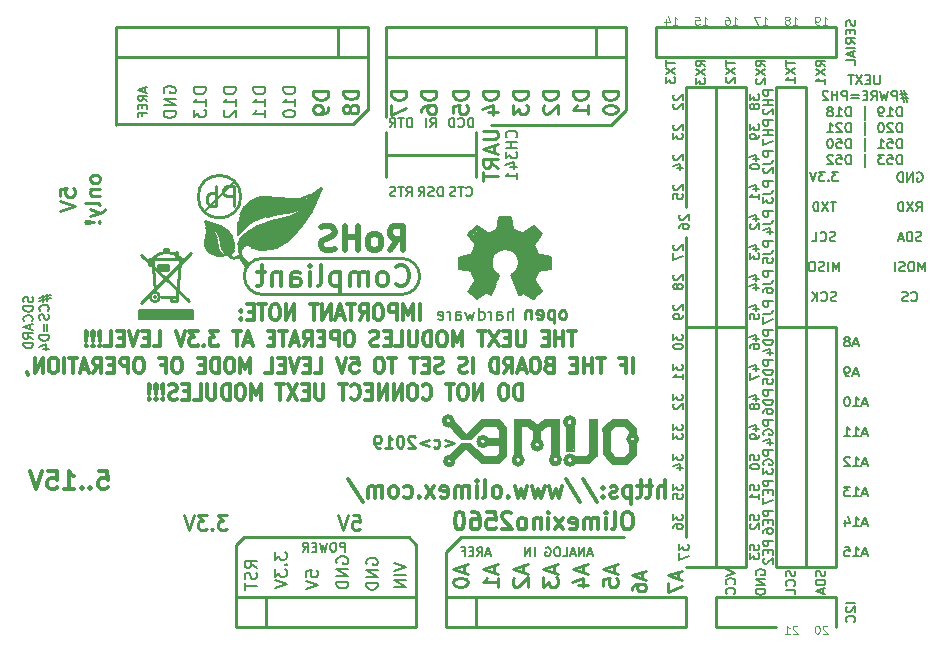
<source format=gbr>
G04 #@! TF.GenerationSoftware,KiCad,Pcbnew,5.1.0-unknown-9bfce26~82~ubuntu18.04.1*
G04 #@! TF.CreationDate,2019-03-14T11:14:55+02:00*
G04 #@! TF.ProjectId,OLIMEXINO-2560_Rev_B,4f4c494d-4558-4494-9e4f-2d323536305f,rev?*
G04 #@! TF.SameCoordinates,Original*
G04 #@! TF.FileFunction,Legend,Bot*
G04 #@! TF.FilePolarity,Positive*
%FSLAX46Y46*%
G04 Gerber Fmt 4.6, Leading zero omitted, Abs format (unit mm)*
G04 Created by KiCad (PCBNEW 5.1.0-unknown-9bfce26~82~ubuntu18.04.1) date 2019-03-14 11:14:55*
%MOMM*%
%LPD*%
G04 APERTURE LIST*
%ADD10C,0.150000*%
%ADD11C,0.300000*%
%ADD12C,0.250000*%
%ADD13C,0.254000*%
%ADD14C,0.400000*%
%ADD15C,0.700000*%
%ADD16C,0.500000*%
%ADD17C,0.100000*%
%ADD18C,0.508000*%
%ADD19C,0.127000*%
%ADD20C,0.200000*%
%ADD21C,0.420000*%
%ADD22C,0.370000*%
%ADD23C,0.380000*%
%ADD24C,1.000000*%
%ADD25C,0.120000*%
%ADD26C,0.152400*%
%ADD27C,0.203200*%
%ADD28C,0.350000*%
%ADD29C,0.180000*%
G04 APERTURE END LIST*
D10*
X24667809Y-64757571D02*
X24705904Y-64871857D01*
X24705904Y-65062333D01*
X24667809Y-65138523D01*
X24629714Y-65176619D01*
X24553523Y-65214714D01*
X24477333Y-65214714D01*
X24401142Y-65176619D01*
X24363047Y-65138523D01*
X24324952Y-65062333D01*
X24286857Y-64909952D01*
X24248761Y-64833761D01*
X24210666Y-64795666D01*
X24134476Y-64757571D01*
X24058285Y-64757571D01*
X23982095Y-64795666D01*
X23944000Y-64833761D01*
X23905904Y-64909952D01*
X23905904Y-65100428D01*
X23944000Y-65214714D01*
X24705904Y-65557571D02*
X23905904Y-65557571D01*
X23905904Y-65748047D01*
X23944000Y-65862333D01*
X24020190Y-65938523D01*
X24096380Y-65976619D01*
X24248761Y-66014714D01*
X24363047Y-66014714D01*
X24515428Y-65976619D01*
X24591619Y-65938523D01*
X24667809Y-65862333D01*
X24705904Y-65748047D01*
X24705904Y-65557571D01*
X24629714Y-66814714D02*
X24667809Y-66776619D01*
X24705904Y-66662333D01*
X24705904Y-66586142D01*
X24667809Y-66471857D01*
X24591619Y-66395666D01*
X24515428Y-66357571D01*
X24363047Y-66319476D01*
X24248761Y-66319476D01*
X24096380Y-66357571D01*
X24020190Y-66395666D01*
X23944000Y-66471857D01*
X23905904Y-66586142D01*
X23905904Y-66662333D01*
X23944000Y-66776619D01*
X23982095Y-66814714D01*
X24477333Y-67119476D02*
X24477333Y-67500428D01*
X24705904Y-67043285D02*
X23905904Y-67309952D01*
X24705904Y-67576619D01*
X24705904Y-68300428D02*
X24324952Y-68033761D01*
X24705904Y-67843285D02*
X23905904Y-67843285D01*
X23905904Y-68148047D01*
X23944000Y-68224238D01*
X23982095Y-68262333D01*
X24058285Y-68300428D01*
X24172571Y-68300428D01*
X24248761Y-68262333D01*
X24286857Y-68224238D01*
X24324952Y-68148047D01*
X24324952Y-67843285D01*
X24705904Y-68643285D02*
X23905904Y-68643285D01*
X23905904Y-68833761D01*
X23944000Y-68948047D01*
X24020190Y-69024238D01*
X24096380Y-69062333D01*
X24248761Y-69100428D01*
X24363047Y-69100428D01*
X24515428Y-69062333D01*
X24591619Y-69024238D01*
X24667809Y-68948047D01*
X24705904Y-68833761D01*
X24705904Y-68643285D01*
X25522571Y-64624238D02*
X25522571Y-65195666D01*
X25179714Y-64852809D02*
X26208285Y-64624238D01*
X25865428Y-65119476D02*
X25865428Y-64548047D01*
X26208285Y-64890904D02*
X25179714Y-65119476D01*
X25979714Y-65919476D02*
X26017809Y-65881380D01*
X26055904Y-65767095D01*
X26055904Y-65690904D01*
X26017809Y-65576619D01*
X25941619Y-65500428D01*
X25865428Y-65462333D01*
X25713047Y-65424238D01*
X25598761Y-65424238D01*
X25446380Y-65462333D01*
X25370190Y-65500428D01*
X25294000Y-65576619D01*
X25255904Y-65690904D01*
X25255904Y-65767095D01*
X25294000Y-65881380D01*
X25332095Y-65919476D01*
X26017809Y-66224238D02*
X26055904Y-66338523D01*
X26055904Y-66529000D01*
X26017809Y-66605190D01*
X25979714Y-66643285D01*
X25903523Y-66681380D01*
X25827333Y-66681380D01*
X25751142Y-66643285D01*
X25713047Y-66605190D01*
X25674952Y-66529000D01*
X25636857Y-66376619D01*
X25598761Y-66300428D01*
X25560666Y-66262333D01*
X25484476Y-66224238D01*
X25408285Y-66224238D01*
X25332095Y-66262333D01*
X25294000Y-66300428D01*
X25255904Y-66376619D01*
X25255904Y-66567095D01*
X25294000Y-66681380D01*
X25636857Y-67024238D02*
X25636857Y-67633761D01*
X25865428Y-67633761D02*
X25865428Y-67024238D01*
X26055904Y-68014714D02*
X25255904Y-68014714D01*
X25255904Y-68205190D01*
X25294000Y-68319476D01*
X25370190Y-68395666D01*
X25446380Y-68433761D01*
X25598761Y-68471857D01*
X25713047Y-68471857D01*
X25865428Y-68433761D01*
X25941619Y-68395666D01*
X26017809Y-68319476D01*
X26055904Y-68205190D01*
X26055904Y-68014714D01*
X25522571Y-69157571D02*
X26055904Y-69157571D01*
X25217809Y-68967095D02*
X25789238Y-68776619D01*
X25789238Y-69271857D01*
X65635142Y-51226428D02*
X65682761Y-51183571D01*
X65730380Y-51055000D01*
X65730380Y-50969285D01*
X65682761Y-50840714D01*
X65587523Y-50755000D01*
X65492285Y-50712142D01*
X65301809Y-50669285D01*
X65158952Y-50669285D01*
X64968476Y-50712142D01*
X64873238Y-50755000D01*
X64778000Y-50840714D01*
X64730380Y-50969285D01*
X64730380Y-51055000D01*
X64778000Y-51183571D01*
X64825619Y-51226428D01*
X65730380Y-51612142D02*
X64730380Y-51612142D01*
X65206571Y-51612142D02*
X65206571Y-52126428D01*
X65730380Y-52126428D02*
X64730380Y-52126428D01*
X64730380Y-52469285D02*
X64730380Y-53026428D01*
X65111333Y-52726428D01*
X65111333Y-52855000D01*
X65158952Y-52940714D01*
X65206571Y-52983571D01*
X65301809Y-53026428D01*
X65539904Y-53026428D01*
X65635142Y-52983571D01*
X65682761Y-52940714D01*
X65730380Y-52855000D01*
X65730380Y-52597857D01*
X65682761Y-52512142D01*
X65635142Y-52469285D01*
X65063714Y-53797857D02*
X65730380Y-53797857D01*
X64682761Y-53583571D02*
X65397047Y-53369285D01*
X65397047Y-53926428D01*
X65730380Y-54740714D02*
X65730380Y-54226428D01*
X65730380Y-54483571D02*
X64730380Y-54483571D01*
X64873238Y-54397857D01*
X64968476Y-54312142D01*
X65016095Y-54226428D01*
X96399190Y-45970904D02*
X96399190Y-46618523D01*
X96361095Y-46694714D01*
X96323000Y-46732809D01*
X96246809Y-46770904D01*
X96094428Y-46770904D01*
X96018238Y-46732809D01*
X95980142Y-46694714D01*
X95942047Y-46618523D01*
X95942047Y-45970904D01*
X95561095Y-46351857D02*
X95294428Y-46351857D01*
X95180142Y-46770904D02*
X95561095Y-46770904D01*
X95561095Y-45970904D01*
X95180142Y-45970904D01*
X94913476Y-45970904D02*
X94380142Y-46770904D01*
X94380142Y-45970904D02*
X94913476Y-46770904D01*
X94189666Y-45970904D02*
X93732523Y-45970904D01*
X93961095Y-46770904D02*
X93961095Y-45970904D01*
X98684904Y-47587571D02*
X98113476Y-47587571D01*
X98456333Y-47244714D02*
X98684904Y-48273285D01*
X98189666Y-47930428D02*
X98761095Y-47930428D01*
X98418238Y-48273285D02*
X98189666Y-47244714D01*
X97846809Y-48120904D02*
X97846809Y-47320904D01*
X97542047Y-47320904D01*
X97465857Y-47359000D01*
X97427761Y-47397095D01*
X97389666Y-47473285D01*
X97389666Y-47587571D01*
X97427761Y-47663761D01*
X97465857Y-47701857D01*
X97542047Y-47739952D01*
X97846809Y-47739952D01*
X97123000Y-47320904D02*
X96932523Y-48120904D01*
X96780142Y-47549476D01*
X96627761Y-48120904D01*
X96437285Y-47320904D01*
X95675380Y-48120904D02*
X95942047Y-47739952D01*
X96132523Y-48120904D02*
X96132523Y-47320904D01*
X95827761Y-47320904D01*
X95751571Y-47359000D01*
X95713476Y-47397095D01*
X95675380Y-47473285D01*
X95675380Y-47587571D01*
X95713476Y-47663761D01*
X95751571Y-47701857D01*
X95827761Y-47739952D01*
X96132523Y-47739952D01*
X95332523Y-47701857D02*
X95065857Y-47701857D01*
X94951571Y-48120904D02*
X95332523Y-48120904D01*
X95332523Y-47320904D01*
X94951571Y-47320904D01*
X94608714Y-47701857D02*
X93999190Y-47701857D01*
X93999190Y-47930428D02*
X94608714Y-47930428D01*
X93618238Y-48120904D02*
X93618238Y-47320904D01*
X93313476Y-47320904D01*
X93237285Y-47359000D01*
X93199190Y-47397095D01*
X93161095Y-47473285D01*
X93161095Y-47587571D01*
X93199190Y-47663761D01*
X93237285Y-47701857D01*
X93313476Y-47739952D01*
X93618238Y-47739952D01*
X92818238Y-48120904D02*
X92818238Y-47320904D01*
X92818238Y-47701857D02*
X92361095Y-47701857D01*
X92361095Y-48120904D02*
X92361095Y-47320904D01*
X92018238Y-47397095D02*
X91980142Y-47359000D01*
X91903952Y-47320904D01*
X91713476Y-47320904D01*
X91637285Y-47359000D01*
X91599190Y-47397095D01*
X91561095Y-47473285D01*
X91561095Y-47549476D01*
X91599190Y-47663761D01*
X92056333Y-48120904D01*
X91561095Y-48120904D01*
X98246809Y-49470904D02*
X98246809Y-48670904D01*
X98056333Y-48670904D01*
X97942047Y-48709000D01*
X97865857Y-48785190D01*
X97827761Y-48861380D01*
X97789666Y-49013761D01*
X97789666Y-49128047D01*
X97827761Y-49280428D01*
X97865857Y-49356619D01*
X97942047Y-49432809D01*
X98056333Y-49470904D01*
X98246809Y-49470904D01*
X97027761Y-49470904D02*
X97484904Y-49470904D01*
X97256333Y-49470904D02*
X97256333Y-48670904D01*
X97332523Y-48785190D01*
X97408714Y-48861380D01*
X97484904Y-48899476D01*
X96646809Y-49470904D02*
X96494428Y-49470904D01*
X96418238Y-49432809D01*
X96380142Y-49394714D01*
X96303952Y-49280428D01*
X96265857Y-49128047D01*
X96265857Y-48823285D01*
X96303952Y-48747095D01*
X96342047Y-48709000D01*
X96418238Y-48670904D01*
X96570619Y-48670904D01*
X96646809Y-48709000D01*
X96684904Y-48747095D01*
X96723000Y-48823285D01*
X96723000Y-49013761D01*
X96684904Y-49089952D01*
X96646809Y-49128047D01*
X96570619Y-49166142D01*
X96418238Y-49166142D01*
X96342047Y-49128047D01*
X96303952Y-49089952D01*
X96265857Y-49013761D01*
X95123000Y-49737571D02*
X95123000Y-48594714D01*
X93942047Y-49470904D02*
X93942047Y-48670904D01*
X93751571Y-48670904D01*
X93637285Y-48709000D01*
X93561095Y-48785190D01*
X93523000Y-48861380D01*
X93484904Y-49013761D01*
X93484904Y-49128047D01*
X93523000Y-49280428D01*
X93561095Y-49356619D01*
X93637285Y-49432809D01*
X93751571Y-49470904D01*
X93942047Y-49470904D01*
X92723000Y-49470904D02*
X93180142Y-49470904D01*
X92951571Y-49470904D02*
X92951571Y-48670904D01*
X93027761Y-48785190D01*
X93103952Y-48861380D01*
X93180142Y-48899476D01*
X92265857Y-49013761D02*
X92342047Y-48975666D01*
X92380142Y-48937571D01*
X92418238Y-48861380D01*
X92418238Y-48823285D01*
X92380142Y-48747095D01*
X92342047Y-48709000D01*
X92265857Y-48670904D01*
X92113476Y-48670904D01*
X92037285Y-48709000D01*
X91999190Y-48747095D01*
X91961095Y-48823285D01*
X91961095Y-48861380D01*
X91999190Y-48937571D01*
X92037285Y-48975666D01*
X92113476Y-49013761D01*
X92265857Y-49013761D01*
X92342047Y-49051857D01*
X92380142Y-49089952D01*
X92418238Y-49166142D01*
X92418238Y-49318523D01*
X92380142Y-49394714D01*
X92342047Y-49432809D01*
X92265857Y-49470904D01*
X92113476Y-49470904D01*
X92037285Y-49432809D01*
X91999190Y-49394714D01*
X91961095Y-49318523D01*
X91961095Y-49166142D01*
X91999190Y-49089952D01*
X92037285Y-49051857D01*
X92113476Y-49013761D01*
X98246809Y-50820904D02*
X98246809Y-50020904D01*
X98056333Y-50020904D01*
X97942047Y-50059000D01*
X97865857Y-50135190D01*
X97827761Y-50211380D01*
X97789666Y-50363761D01*
X97789666Y-50478047D01*
X97827761Y-50630428D01*
X97865857Y-50706619D01*
X97942047Y-50782809D01*
X98056333Y-50820904D01*
X98246809Y-50820904D01*
X97484904Y-50097095D02*
X97446809Y-50059000D01*
X97370619Y-50020904D01*
X97180142Y-50020904D01*
X97103952Y-50059000D01*
X97065857Y-50097095D01*
X97027761Y-50173285D01*
X97027761Y-50249476D01*
X97065857Y-50363761D01*
X97523000Y-50820904D01*
X97027761Y-50820904D01*
X96532523Y-50020904D02*
X96456333Y-50020904D01*
X96380142Y-50059000D01*
X96342047Y-50097095D01*
X96303952Y-50173285D01*
X96265857Y-50325666D01*
X96265857Y-50516142D01*
X96303952Y-50668523D01*
X96342047Y-50744714D01*
X96380142Y-50782809D01*
X96456333Y-50820904D01*
X96532523Y-50820904D01*
X96608714Y-50782809D01*
X96646809Y-50744714D01*
X96684904Y-50668523D01*
X96723000Y-50516142D01*
X96723000Y-50325666D01*
X96684904Y-50173285D01*
X96646809Y-50097095D01*
X96608714Y-50059000D01*
X96532523Y-50020904D01*
X95123000Y-51087571D02*
X95123000Y-49944714D01*
X93942047Y-50820904D02*
X93942047Y-50020904D01*
X93751571Y-50020904D01*
X93637285Y-50059000D01*
X93561095Y-50135190D01*
X93523000Y-50211380D01*
X93484904Y-50363761D01*
X93484904Y-50478047D01*
X93523000Y-50630428D01*
X93561095Y-50706619D01*
X93637285Y-50782809D01*
X93751571Y-50820904D01*
X93942047Y-50820904D01*
X93180142Y-50097095D02*
X93142047Y-50059000D01*
X93065857Y-50020904D01*
X92875380Y-50020904D01*
X92799190Y-50059000D01*
X92761095Y-50097095D01*
X92723000Y-50173285D01*
X92723000Y-50249476D01*
X92761095Y-50363761D01*
X93218238Y-50820904D01*
X92723000Y-50820904D01*
X91961095Y-50820904D02*
X92418238Y-50820904D01*
X92189666Y-50820904D02*
X92189666Y-50020904D01*
X92265857Y-50135190D01*
X92342047Y-50211380D01*
X92418238Y-50249476D01*
X98246809Y-52170904D02*
X98246809Y-51370904D01*
X98056333Y-51370904D01*
X97942047Y-51409000D01*
X97865857Y-51485190D01*
X97827761Y-51561380D01*
X97789666Y-51713761D01*
X97789666Y-51828047D01*
X97827761Y-51980428D01*
X97865857Y-52056619D01*
X97942047Y-52132809D01*
X98056333Y-52170904D01*
X98246809Y-52170904D01*
X97065857Y-51370904D02*
X97446809Y-51370904D01*
X97484904Y-51751857D01*
X97446809Y-51713761D01*
X97370619Y-51675666D01*
X97180142Y-51675666D01*
X97103952Y-51713761D01*
X97065857Y-51751857D01*
X97027761Y-51828047D01*
X97027761Y-52018523D01*
X97065857Y-52094714D01*
X97103952Y-52132809D01*
X97180142Y-52170904D01*
X97370619Y-52170904D01*
X97446809Y-52132809D01*
X97484904Y-52094714D01*
X96265857Y-52170904D02*
X96723000Y-52170904D01*
X96494428Y-52170904D02*
X96494428Y-51370904D01*
X96570619Y-51485190D01*
X96646809Y-51561380D01*
X96723000Y-51599476D01*
X95123000Y-52437571D02*
X95123000Y-51294714D01*
X93942047Y-52170904D02*
X93942047Y-51370904D01*
X93751571Y-51370904D01*
X93637285Y-51409000D01*
X93561095Y-51485190D01*
X93523000Y-51561380D01*
X93484904Y-51713761D01*
X93484904Y-51828047D01*
X93523000Y-51980428D01*
X93561095Y-52056619D01*
X93637285Y-52132809D01*
X93751571Y-52170904D01*
X93942047Y-52170904D01*
X92761095Y-51370904D02*
X93142047Y-51370904D01*
X93180142Y-51751857D01*
X93142047Y-51713761D01*
X93065857Y-51675666D01*
X92875380Y-51675666D01*
X92799190Y-51713761D01*
X92761095Y-51751857D01*
X92723000Y-51828047D01*
X92723000Y-52018523D01*
X92761095Y-52094714D01*
X92799190Y-52132809D01*
X92875380Y-52170904D01*
X93065857Y-52170904D01*
X93142047Y-52132809D01*
X93180142Y-52094714D01*
X92227761Y-51370904D02*
X92151571Y-51370904D01*
X92075380Y-51409000D01*
X92037285Y-51447095D01*
X91999190Y-51523285D01*
X91961095Y-51675666D01*
X91961095Y-51866142D01*
X91999190Y-52018523D01*
X92037285Y-52094714D01*
X92075380Y-52132809D01*
X92151571Y-52170904D01*
X92227761Y-52170904D01*
X92303952Y-52132809D01*
X92342047Y-52094714D01*
X92380142Y-52018523D01*
X92418238Y-51866142D01*
X92418238Y-51675666D01*
X92380142Y-51523285D01*
X92342047Y-51447095D01*
X92303952Y-51409000D01*
X92227761Y-51370904D01*
X98246809Y-53520904D02*
X98246809Y-52720904D01*
X98056333Y-52720904D01*
X97942047Y-52759000D01*
X97865857Y-52835190D01*
X97827761Y-52911380D01*
X97789666Y-53063761D01*
X97789666Y-53178047D01*
X97827761Y-53330428D01*
X97865857Y-53406619D01*
X97942047Y-53482809D01*
X98056333Y-53520904D01*
X98246809Y-53520904D01*
X97065857Y-52720904D02*
X97446809Y-52720904D01*
X97484904Y-53101857D01*
X97446809Y-53063761D01*
X97370619Y-53025666D01*
X97180142Y-53025666D01*
X97103952Y-53063761D01*
X97065857Y-53101857D01*
X97027761Y-53178047D01*
X97027761Y-53368523D01*
X97065857Y-53444714D01*
X97103952Y-53482809D01*
X97180142Y-53520904D01*
X97370619Y-53520904D01*
X97446809Y-53482809D01*
X97484904Y-53444714D01*
X96761095Y-52720904D02*
X96265857Y-52720904D01*
X96532523Y-53025666D01*
X96418238Y-53025666D01*
X96342047Y-53063761D01*
X96303952Y-53101857D01*
X96265857Y-53178047D01*
X96265857Y-53368523D01*
X96303952Y-53444714D01*
X96342047Y-53482809D01*
X96418238Y-53520904D01*
X96646809Y-53520904D01*
X96723000Y-53482809D01*
X96761095Y-53444714D01*
X95123000Y-53787571D02*
X95123000Y-52644714D01*
X93942047Y-53520904D02*
X93942047Y-52720904D01*
X93751571Y-52720904D01*
X93637285Y-52759000D01*
X93561095Y-52835190D01*
X93523000Y-52911380D01*
X93484904Y-53063761D01*
X93484904Y-53178047D01*
X93523000Y-53330428D01*
X93561095Y-53406619D01*
X93637285Y-53482809D01*
X93751571Y-53520904D01*
X93942047Y-53520904D01*
X92761095Y-52720904D02*
X93142047Y-52720904D01*
X93180142Y-53101857D01*
X93142047Y-53063761D01*
X93065857Y-53025666D01*
X92875380Y-53025666D01*
X92799190Y-53063761D01*
X92761095Y-53101857D01*
X92723000Y-53178047D01*
X92723000Y-53368523D01*
X92761095Y-53444714D01*
X92799190Y-53482809D01*
X92875380Y-53520904D01*
X93065857Y-53520904D01*
X93142047Y-53482809D01*
X93180142Y-53444714D01*
X92418238Y-52797095D02*
X92380142Y-52759000D01*
X92303952Y-52720904D01*
X92113476Y-52720904D01*
X92037285Y-52759000D01*
X91999190Y-52797095D01*
X91961095Y-52873285D01*
X91961095Y-52949476D01*
X91999190Y-53063761D01*
X92456333Y-53520904D01*
X91961095Y-53520904D01*
X92722571Y-65093809D02*
X92608285Y-65131904D01*
X92417809Y-65131904D01*
X92341619Y-65093809D01*
X92303523Y-65055714D01*
X92265428Y-64979523D01*
X92265428Y-64903333D01*
X92303523Y-64827142D01*
X92341619Y-64789047D01*
X92417809Y-64750952D01*
X92570190Y-64712857D01*
X92646380Y-64674761D01*
X92684476Y-64636666D01*
X92722571Y-64560476D01*
X92722571Y-64484285D01*
X92684476Y-64408095D01*
X92646380Y-64370000D01*
X92570190Y-64331904D01*
X92379714Y-64331904D01*
X92265428Y-64370000D01*
X91465428Y-65055714D02*
X91503523Y-65093809D01*
X91617809Y-65131904D01*
X91694000Y-65131904D01*
X91808285Y-65093809D01*
X91884476Y-65017619D01*
X91922571Y-64941428D01*
X91960666Y-64789047D01*
X91960666Y-64674761D01*
X91922571Y-64522380D01*
X91884476Y-64446190D01*
X91808285Y-64370000D01*
X91694000Y-64331904D01*
X91617809Y-64331904D01*
X91503523Y-64370000D01*
X91465428Y-64408095D01*
X91122571Y-65131904D02*
X91122571Y-64331904D01*
X90665428Y-65131904D02*
X91008285Y-64674761D01*
X90665428Y-64331904D02*
X91122571Y-64789047D01*
X92951142Y-62591904D02*
X92951142Y-61791904D01*
X92684476Y-62363333D01*
X92417809Y-61791904D01*
X92417809Y-62591904D01*
X92036857Y-62591904D02*
X92036857Y-61791904D01*
X91694000Y-62553809D02*
X91579714Y-62591904D01*
X91389238Y-62591904D01*
X91313047Y-62553809D01*
X91274952Y-62515714D01*
X91236857Y-62439523D01*
X91236857Y-62363333D01*
X91274952Y-62287142D01*
X91313047Y-62249047D01*
X91389238Y-62210952D01*
X91541619Y-62172857D01*
X91617809Y-62134761D01*
X91655904Y-62096666D01*
X91694000Y-62020476D01*
X91694000Y-61944285D01*
X91655904Y-61868095D01*
X91617809Y-61830000D01*
X91541619Y-61791904D01*
X91351142Y-61791904D01*
X91236857Y-61830000D01*
X90741619Y-61791904D02*
X90589238Y-61791904D01*
X90513047Y-61830000D01*
X90436857Y-61906190D01*
X90398761Y-62058571D01*
X90398761Y-62325238D01*
X90436857Y-62477619D01*
X90513047Y-62553809D01*
X90589238Y-62591904D01*
X90741619Y-62591904D01*
X90817809Y-62553809D01*
X90894000Y-62477619D01*
X90932095Y-62325238D01*
X90932095Y-62058571D01*
X90894000Y-61906190D01*
X90817809Y-61830000D01*
X90741619Y-61791904D01*
X92646380Y-60013809D02*
X92532095Y-60051904D01*
X92341619Y-60051904D01*
X92265428Y-60013809D01*
X92227333Y-59975714D01*
X92189238Y-59899523D01*
X92189238Y-59823333D01*
X92227333Y-59747142D01*
X92265428Y-59709047D01*
X92341619Y-59670952D01*
X92494000Y-59632857D01*
X92570190Y-59594761D01*
X92608285Y-59556666D01*
X92646380Y-59480476D01*
X92646380Y-59404285D01*
X92608285Y-59328095D01*
X92570190Y-59290000D01*
X92494000Y-59251904D01*
X92303523Y-59251904D01*
X92189238Y-59290000D01*
X91389238Y-59975714D02*
X91427333Y-60013809D01*
X91541619Y-60051904D01*
X91617809Y-60051904D01*
X91732095Y-60013809D01*
X91808285Y-59937619D01*
X91846380Y-59861428D01*
X91884476Y-59709047D01*
X91884476Y-59594761D01*
X91846380Y-59442380D01*
X91808285Y-59366190D01*
X91732095Y-59290000D01*
X91617809Y-59251904D01*
X91541619Y-59251904D01*
X91427333Y-59290000D01*
X91389238Y-59328095D01*
X90665428Y-60051904D02*
X91046380Y-60051904D01*
X91046380Y-59251904D01*
X92703523Y-56711904D02*
X92246380Y-56711904D01*
X92474952Y-57511904D02*
X92474952Y-56711904D01*
X92055904Y-56711904D02*
X91522571Y-57511904D01*
X91522571Y-56711904D02*
X92055904Y-57511904D01*
X91217809Y-57511904D02*
X91217809Y-56711904D01*
X91027333Y-56711904D01*
X90913047Y-56750000D01*
X90836857Y-56826190D01*
X90798761Y-56902380D01*
X90760666Y-57054761D01*
X90760666Y-57169047D01*
X90798761Y-57321428D01*
X90836857Y-57397619D01*
X90913047Y-57473809D01*
X91027333Y-57511904D01*
X91217809Y-57511904D01*
X92874952Y-54171904D02*
X92379714Y-54171904D01*
X92646380Y-54476666D01*
X92532095Y-54476666D01*
X92455904Y-54514761D01*
X92417809Y-54552857D01*
X92379714Y-54629047D01*
X92379714Y-54819523D01*
X92417809Y-54895714D01*
X92455904Y-54933809D01*
X92532095Y-54971904D01*
X92760666Y-54971904D01*
X92836857Y-54933809D01*
X92874952Y-54895714D01*
X92036857Y-54895714D02*
X91998761Y-54933809D01*
X92036857Y-54971904D01*
X92074952Y-54933809D01*
X92036857Y-54895714D01*
X92036857Y-54971904D01*
X91732095Y-54171904D02*
X91236857Y-54171904D01*
X91503523Y-54476666D01*
X91389238Y-54476666D01*
X91313047Y-54514761D01*
X91274952Y-54552857D01*
X91236857Y-54629047D01*
X91236857Y-54819523D01*
X91274952Y-54895714D01*
X91313047Y-54933809D01*
X91389238Y-54971904D01*
X91617809Y-54971904D01*
X91694000Y-54933809D01*
X91732095Y-54895714D01*
X91008285Y-54171904D02*
X90741619Y-54971904D01*
X90474952Y-54171904D01*
X99091733Y-65055714D02*
X99129828Y-65093809D01*
X99244114Y-65131904D01*
X99320304Y-65131904D01*
X99434590Y-65093809D01*
X99510780Y-65017619D01*
X99548876Y-64941428D01*
X99586971Y-64789047D01*
X99586971Y-64674761D01*
X99548876Y-64522380D01*
X99510780Y-64446190D01*
X99434590Y-64370000D01*
X99320304Y-64331904D01*
X99244114Y-64331904D01*
X99129828Y-64370000D01*
X99091733Y-64408095D01*
X98786971Y-65093809D02*
X98672685Y-65131904D01*
X98482209Y-65131904D01*
X98406019Y-65093809D01*
X98367923Y-65055714D01*
X98329828Y-64979523D01*
X98329828Y-64903333D01*
X98367923Y-64827142D01*
X98406019Y-64789047D01*
X98482209Y-64750952D01*
X98634590Y-64712857D01*
X98710780Y-64674761D01*
X98748876Y-64636666D01*
X98786971Y-64560476D01*
X98786971Y-64484285D01*
X98748876Y-64408095D01*
X98710780Y-64370000D01*
X98634590Y-64331904D01*
X98444114Y-64331904D01*
X98329828Y-64370000D01*
X100215542Y-62591904D02*
X100215542Y-61791904D01*
X99948876Y-62363333D01*
X99682209Y-61791904D01*
X99682209Y-62591904D01*
X99148876Y-61791904D02*
X98996495Y-61791904D01*
X98920304Y-61830000D01*
X98844114Y-61906190D01*
X98806019Y-62058571D01*
X98806019Y-62325238D01*
X98844114Y-62477619D01*
X98920304Y-62553809D01*
X98996495Y-62591904D01*
X99148876Y-62591904D01*
X99225066Y-62553809D01*
X99301257Y-62477619D01*
X99339352Y-62325238D01*
X99339352Y-62058571D01*
X99301257Y-61906190D01*
X99225066Y-61830000D01*
X99148876Y-61791904D01*
X98501257Y-62553809D02*
X98386971Y-62591904D01*
X98196495Y-62591904D01*
X98120304Y-62553809D01*
X98082209Y-62515714D01*
X98044114Y-62439523D01*
X98044114Y-62363333D01*
X98082209Y-62287142D01*
X98120304Y-62249047D01*
X98196495Y-62210952D01*
X98348876Y-62172857D01*
X98425066Y-62134761D01*
X98463161Y-62096666D01*
X98501257Y-62020476D01*
X98501257Y-61944285D01*
X98463161Y-61868095D01*
X98425066Y-61830000D01*
X98348876Y-61791904D01*
X98158400Y-61791904D01*
X98044114Y-61830000D01*
X97701257Y-62591904D02*
X97701257Y-61791904D01*
X99929828Y-60013809D02*
X99815542Y-60051904D01*
X99625066Y-60051904D01*
X99548876Y-60013809D01*
X99510780Y-59975714D01*
X99472685Y-59899523D01*
X99472685Y-59823333D01*
X99510780Y-59747142D01*
X99548876Y-59709047D01*
X99625066Y-59670952D01*
X99777447Y-59632857D01*
X99853638Y-59594761D01*
X99891733Y-59556666D01*
X99929828Y-59480476D01*
X99929828Y-59404285D01*
X99891733Y-59328095D01*
X99853638Y-59290000D01*
X99777447Y-59251904D01*
X99586971Y-59251904D01*
X99472685Y-59290000D01*
X99129828Y-60051904D02*
X99129828Y-59251904D01*
X98939352Y-59251904D01*
X98825066Y-59290000D01*
X98748876Y-59366190D01*
X98710780Y-59442380D01*
X98672685Y-59594761D01*
X98672685Y-59709047D01*
X98710780Y-59861428D01*
X98748876Y-59937619D01*
X98825066Y-60013809D01*
X98939352Y-60051904D01*
X99129828Y-60051904D01*
X98367923Y-59823333D02*
X97986971Y-59823333D01*
X98444114Y-60051904D02*
X98177447Y-59251904D01*
X97910780Y-60051904D01*
X99491733Y-57511904D02*
X99758400Y-57130952D01*
X99948876Y-57511904D02*
X99948876Y-56711904D01*
X99644114Y-56711904D01*
X99567923Y-56750000D01*
X99529828Y-56788095D01*
X99491733Y-56864285D01*
X99491733Y-56978571D01*
X99529828Y-57054761D01*
X99567923Y-57092857D01*
X99644114Y-57130952D01*
X99948876Y-57130952D01*
X99225066Y-56711904D02*
X98691733Y-57511904D01*
X98691733Y-56711904D02*
X99225066Y-57511904D01*
X98386971Y-57511904D02*
X98386971Y-56711904D01*
X98196495Y-56711904D01*
X98082209Y-56750000D01*
X98006019Y-56826190D01*
X97967923Y-56902380D01*
X97929828Y-57054761D01*
X97929828Y-57169047D01*
X97967923Y-57321428D01*
X98006019Y-57397619D01*
X98082209Y-57473809D01*
X98196495Y-57511904D01*
X98386971Y-57511904D01*
X99567923Y-54248100D02*
X99644114Y-54210004D01*
X99758400Y-54210004D01*
X99872685Y-54248100D01*
X99948876Y-54324290D01*
X99986971Y-54400480D01*
X100025066Y-54552861D01*
X100025066Y-54667147D01*
X99986971Y-54819528D01*
X99948876Y-54895719D01*
X99872685Y-54971909D01*
X99758400Y-55010004D01*
X99682209Y-55010004D01*
X99567923Y-54971909D01*
X99529828Y-54933814D01*
X99529828Y-54667147D01*
X99682209Y-54667147D01*
X99186971Y-55010004D02*
X99186971Y-54210004D01*
X98729828Y-55010004D01*
X98729828Y-54210004D01*
X98348876Y-55010004D02*
X98348876Y-54210004D01*
X98158400Y-54210004D01*
X98044114Y-54248100D01*
X97967923Y-54324290D01*
X97929828Y-54400480D01*
X97891733Y-54552861D01*
X97891733Y-54667147D01*
X97929828Y-54819528D01*
X97967923Y-54895719D01*
X98044114Y-54971909D01*
X98158400Y-55010004D01*
X98348876Y-55010004D01*
D11*
X75157700Y-82947771D02*
X74891033Y-82947771D01*
X74757700Y-83019200D01*
X74624366Y-83162057D01*
X74557700Y-83447771D01*
X74557700Y-83947771D01*
X74624366Y-84233485D01*
X74757700Y-84376342D01*
X74891033Y-84447771D01*
X75157700Y-84447771D01*
X75291033Y-84376342D01*
X75424366Y-84233485D01*
X75491033Y-83947771D01*
X75491033Y-83447771D01*
X75424366Y-83162057D01*
X75291033Y-83019200D01*
X75157700Y-82947771D01*
X73757700Y-84447771D02*
X73891033Y-84376342D01*
X73957700Y-84233485D01*
X73957700Y-82947771D01*
X73224366Y-84447771D02*
X73224366Y-83447771D01*
X73224366Y-82947771D02*
X73291033Y-83019200D01*
X73224366Y-83090628D01*
X73157700Y-83019200D01*
X73224366Y-82947771D01*
X73224366Y-83090628D01*
X72557700Y-84447771D02*
X72557700Y-83447771D01*
X72557700Y-83590628D02*
X72491033Y-83519200D01*
X72357700Y-83447771D01*
X72157700Y-83447771D01*
X72024366Y-83519200D01*
X71957700Y-83662057D01*
X71957700Y-84447771D01*
X71957700Y-83662057D02*
X71891033Y-83519200D01*
X71757700Y-83447771D01*
X71557700Y-83447771D01*
X71424366Y-83519200D01*
X71357700Y-83662057D01*
X71357700Y-84447771D01*
X70157700Y-84376342D02*
X70291033Y-84447771D01*
X70557700Y-84447771D01*
X70691033Y-84376342D01*
X70757700Y-84233485D01*
X70757700Y-83662057D01*
X70691033Y-83519200D01*
X70557700Y-83447771D01*
X70291033Y-83447771D01*
X70157700Y-83519200D01*
X70091033Y-83662057D01*
X70091033Y-83804914D01*
X70757700Y-83947771D01*
X69624366Y-84447771D02*
X68891033Y-83447771D01*
X69624366Y-83447771D02*
X68891033Y-84447771D01*
X68357700Y-84447771D02*
X68357700Y-83447771D01*
X68357700Y-82947771D02*
X68424366Y-83019200D01*
X68357700Y-83090628D01*
X68291033Y-83019200D01*
X68357700Y-82947771D01*
X68357700Y-83090628D01*
X67691033Y-83447771D02*
X67691033Y-84447771D01*
X67691033Y-83590628D02*
X67624366Y-83519200D01*
X67491033Y-83447771D01*
X67291033Y-83447771D01*
X67157700Y-83519200D01*
X67091033Y-83662057D01*
X67091033Y-84447771D01*
X66224366Y-84447771D02*
X66357700Y-84376342D01*
X66424366Y-84304914D01*
X66491033Y-84162057D01*
X66491033Y-83733485D01*
X66424366Y-83590628D01*
X66357700Y-83519200D01*
X66224366Y-83447771D01*
X66024366Y-83447771D01*
X65891033Y-83519200D01*
X65824366Y-83590628D01*
X65757700Y-83733485D01*
X65757700Y-84162057D01*
X65824366Y-84304914D01*
X65891033Y-84376342D01*
X66024366Y-84447771D01*
X66224366Y-84447771D01*
X65224366Y-83090628D02*
X65157700Y-83019200D01*
X65024366Y-82947771D01*
X64691033Y-82947771D01*
X64557700Y-83019200D01*
X64491033Y-83090628D01*
X64424366Y-83233485D01*
X64424366Y-83376342D01*
X64491033Y-83590628D01*
X65291033Y-84447771D01*
X64424366Y-84447771D01*
X63157700Y-82947771D02*
X63824366Y-82947771D01*
X63891033Y-83662057D01*
X63824366Y-83590628D01*
X63691033Y-83519200D01*
X63357700Y-83519200D01*
X63224366Y-83590628D01*
X63157700Y-83662057D01*
X63091033Y-83804914D01*
X63091033Y-84162057D01*
X63157700Y-84304914D01*
X63224366Y-84376342D01*
X63357700Y-84447771D01*
X63691033Y-84447771D01*
X63824366Y-84376342D01*
X63891033Y-84304914D01*
X61891033Y-82947771D02*
X62157700Y-82947771D01*
X62291033Y-83019200D01*
X62357700Y-83090628D01*
X62491033Y-83304914D01*
X62557700Y-83590628D01*
X62557700Y-84162057D01*
X62491033Y-84304914D01*
X62424366Y-84376342D01*
X62291033Y-84447771D01*
X62024366Y-84447771D01*
X61891033Y-84376342D01*
X61824366Y-84304914D01*
X61757700Y-84162057D01*
X61757700Y-83804914D01*
X61824366Y-83662057D01*
X61891033Y-83590628D01*
X62024366Y-83519200D01*
X62291033Y-83519200D01*
X62424366Y-83590628D01*
X62491033Y-83662057D01*
X62557700Y-83804914D01*
X60891033Y-82947771D02*
X60757700Y-82947771D01*
X60624366Y-83019200D01*
X60557700Y-83090628D01*
X60491033Y-83233485D01*
X60424366Y-83519200D01*
X60424366Y-83876342D01*
X60491033Y-84162057D01*
X60557700Y-84304914D01*
X60624366Y-84376342D01*
X60757700Y-84447771D01*
X60891033Y-84447771D01*
X61024366Y-84376342D01*
X61091033Y-84304914D01*
X61157700Y-84162057D01*
X61224366Y-83876342D01*
X61224366Y-83519200D01*
X61157700Y-83233485D01*
X61091033Y-83090628D01*
X61024366Y-83019200D01*
X60891033Y-82947771D01*
D12*
X51764357Y-83196995D02*
X52335785Y-83196995D01*
X52392928Y-83816042D01*
X52335785Y-83754138D01*
X52221500Y-83692233D01*
X51935785Y-83692233D01*
X51821500Y-83754138D01*
X51764357Y-83816042D01*
X51707214Y-83939852D01*
X51707214Y-84249376D01*
X51764357Y-84373185D01*
X51821500Y-84435090D01*
X51935785Y-84496995D01*
X52221500Y-84496995D01*
X52335785Y-84435090D01*
X52392928Y-84373185D01*
X51364357Y-83196995D02*
X50964357Y-84496995D01*
X50564357Y-83196995D01*
X41135785Y-83196995D02*
X40392928Y-83196995D01*
X40792928Y-83692233D01*
X40621500Y-83692233D01*
X40507214Y-83754138D01*
X40450071Y-83816042D01*
X40392928Y-83939852D01*
X40392928Y-84249376D01*
X40450071Y-84373185D01*
X40507214Y-84435090D01*
X40621500Y-84496995D01*
X40964357Y-84496995D01*
X41078642Y-84435090D01*
X41135785Y-84373185D01*
X39878642Y-84373185D02*
X39821500Y-84435090D01*
X39878642Y-84496995D01*
X39935785Y-84435090D01*
X39878642Y-84373185D01*
X39878642Y-84496995D01*
X39421500Y-83196995D02*
X38678642Y-83196995D01*
X39078642Y-83692233D01*
X38907214Y-83692233D01*
X38792928Y-83754138D01*
X38735785Y-83816042D01*
X38678642Y-83939852D01*
X38678642Y-84249376D01*
X38735785Y-84373185D01*
X38792928Y-84435090D01*
X38907214Y-84496995D01*
X39250071Y-84496995D01*
X39364357Y-84435090D01*
X39421500Y-84373185D01*
X38335785Y-83196995D02*
X37935785Y-84496995D01*
X37535785Y-83196995D01*
D11*
X30279671Y-79531471D02*
X30993957Y-79531471D01*
X31065385Y-80245757D01*
X30993957Y-80174328D01*
X30851100Y-80102900D01*
X30493957Y-80102900D01*
X30351100Y-80174328D01*
X30279671Y-80245757D01*
X30208242Y-80388614D01*
X30208242Y-80745757D01*
X30279671Y-80888614D01*
X30351100Y-80960042D01*
X30493957Y-81031471D01*
X30851100Y-81031471D01*
X30993957Y-80960042D01*
X31065385Y-80888614D01*
X29565385Y-80888614D02*
X29493957Y-80960042D01*
X29565385Y-81031471D01*
X29636814Y-80960042D01*
X29565385Y-80888614D01*
X29565385Y-81031471D01*
X28851100Y-80888614D02*
X28779671Y-80960042D01*
X28851100Y-81031471D01*
X28922528Y-80960042D01*
X28851100Y-80888614D01*
X28851100Y-81031471D01*
X27351100Y-81031471D02*
X28208242Y-81031471D01*
X27779671Y-81031471D02*
X27779671Y-79531471D01*
X27922528Y-79745757D01*
X28065385Y-79888614D01*
X28208242Y-79960042D01*
X25993957Y-79531471D02*
X26708242Y-79531471D01*
X26779671Y-80245757D01*
X26708242Y-80174328D01*
X26565385Y-80102900D01*
X26208242Y-80102900D01*
X26065385Y-80174328D01*
X25993957Y-80245757D01*
X25922528Y-80388614D01*
X25922528Y-80745757D01*
X25993957Y-80888614D01*
X26065385Y-80960042D01*
X26208242Y-81031471D01*
X26565385Y-81031471D01*
X26708242Y-80960042D01*
X26779671Y-80888614D01*
X25493957Y-79531471D02*
X24993957Y-81031471D01*
X24493957Y-79531471D01*
D12*
X59556328Y-76849314D02*
X60318233Y-77135028D01*
X59556328Y-77420742D01*
X58651566Y-77468361D02*
X58746804Y-77515980D01*
X58937280Y-77515980D01*
X59032519Y-77468361D01*
X59080138Y-77420742D01*
X59127757Y-77325504D01*
X59127757Y-77039790D01*
X59080138Y-76944552D01*
X59032519Y-76896933D01*
X58937280Y-76849314D01*
X58746804Y-76849314D01*
X58651566Y-76896933D01*
X58222995Y-76849314D02*
X57461090Y-77135028D01*
X58222995Y-77420742D01*
X57032519Y-76611219D02*
X56984900Y-76563600D01*
X56889661Y-76515980D01*
X56651566Y-76515980D01*
X56556328Y-76563600D01*
X56508709Y-76611219D01*
X56461090Y-76706457D01*
X56461090Y-76801695D01*
X56508709Y-76944552D01*
X57080138Y-77515980D01*
X56461090Y-77515980D01*
X55842042Y-76515980D02*
X55746804Y-76515980D01*
X55651566Y-76563600D01*
X55603947Y-76611219D01*
X55556328Y-76706457D01*
X55508709Y-76896933D01*
X55508709Y-77135028D01*
X55556328Y-77325504D01*
X55603947Y-77420742D01*
X55651566Y-77468361D01*
X55746804Y-77515980D01*
X55842042Y-77515980D01*
X55937280Y-77468361D01*
X55984900Y-77420742D01*
X56032519Y-77325504D01*
X56080138Y-77135028D01*
X56080138Y-76896933D01*
X56032519Y-76706457D01*
X55984900Y-76611219D01*
X55937280Y-76563600D01*
X55842042Y-76515980D01*
X54556328Y-77515980D02*
X55127757Y-77515980D01*
X54842042Y-77515980D02*
X54842042Y-76515980D01*
X54937280Y-76658838D01*
X55032519Y-76754076D01*
X55127757Y-76801695D01*
X54080138Y-77515980D02*
X53889661Y-77515980D01*
X53794423Y-77468361D01*
X53746804Y-77420742D01*
X53651566Y-77277885D01*
X53603947Y-77087409D01*
X53603947Y-76706457D01*
X53651566Y-76611219D01*
X53699185Y-76563600D01*
X53794423Y-76515980D01*
X53984900Y-76515980D01*
X54080138Y-76563600D01*
X54127757Y-76611219D01*
X54175376Y-76706457D01*
X54175376Y-76944552D01*
X54127757Y-77039790D01*
X54080138Y-77087409D01*
X53984900Y-77135028D01*
X53794423Y-77135028D01*
X53699185Y-77087409D01*
X53651566Y-77039790D01*
X53603947Y-76944552D01*
D11*
X57444328Y-66694795D02*
X57444328Y-65394795D01*
X56872900Y-66694795D02*
X56872900Y-65394795D01*
X56472900Y-66323366D01*
X56072900Y-65394795D01*
X56072900Y-66694795D01*
X55501471Y-66694795D02*
X55501471Y-65394795D01*
X55044328Y-65394795D01*
X54930042Y-65456700D01*
X54872900Y-65518604D01*
X54815757Y-65642414D01*
X54815757Y-65828128D01*
X54872900Y-65951938D01*
X54930042Y-66013842D01*
X55044328Y-66075747D01*
X55501471Y-66075747D01*
X54072900Y-65394795D02*
X53844328Y-65394795D01*
X53730042Y-65456700D01*
X53615757Y-65580509D01*
X53558614Y-65828128D01*
X53558614Y-66261461D01*
X53615757Y-66509080D01*
X53730042Y-66632890D01*
X53844328Y-66694795D01*
X54072900Y-66694795D01*
X54187185Y-66632890D01*
X54301471Y-66509080D01*
X54358614Y-66261461D01*
X54358614Y-65828128D01*
X54301471Y-65580509D01*
X54187185Y-65456700D01*
X54072900Y-65394795D01*
X52358614Y-66694795D02*
X52758614Y-66075747D01*
X53044328Y-66694795D02*
X53044328Y-65394795D01*
X52587185Y-65394795D01*
X52472900Y-65456700D01*
X52415757Y-65518604D01*
X52358614Y-65642414D01*
X52358614Y-65828128D01*
X52415757Y-65951938D01*
X52472900Y-66013842D01*
X52587185Y-66075747D01*
X53044328Y-66075747D01*
X52015757Y-65394795D02*
X51330042Y-65394795D01*
X51672900Y-66694795D02*
X51672900Y-65394795D01*
X50987185Y-66323366D02*
X50415757Y-66323366D01*
X51101471Y-66694795D02*
X50701471Y-65394795D01*
X50301471Y-66694795D01*
X49901471Y-66694795D02*
X49901471Y-65394795D01*
X49215757Y-66694795D01*
X49215757Y-65394795D01*
X48815757Y-65394795D02*
X48130042Y-65394795D01*
X48472900Y-66694795D02*
X48472900Y-65394795D01*
X46815757Y-66694795D02*
X46815757Y-65394795D01*
X46130042Y-66694795D01*
X46130042Y-65394795D01*
X45330042Y-65394795D02*
X45101471Y-65394795D01*
X44987185Y-65456700D01*
X44872900Y-65580509D01*
X44815757Y-65828128D01*
X44815757Y-66261461D01*
X44872900Y-66509080D01*
X44987185Y-66632890D01*
X45101471Y-66694795D01*
X45330042Y-66694795D01*
X45444328Y-66632890D01*
X45558614Y-66509080D01*
X45615757Y-66261461D01*
X45615757Y-65828128D01*
X45558614Y-65580509D01*
X45444328Y-65456700D01*
X45330042Y-65394795D01*
X44472900Y-65394795D02*
X43787185Y-65394795D01*
X44130042Y-66694795D02*
X44130042Y-65394795D01*
X43387185Y-66013842D02*
X42987185Y-66013842D01*
X42815757Y-66694795D02*
X43387185Y-66694795D01*
X43387185Y-65394795D01*
X42815757Y-65394795D01*
X42301471Y-66570985D02*
X42244328Y-66632890D01*
X42301471Y-66694795D01*
X42358614Y-66632890D01*
X42301471Y-66570985D01*
X42301471Y-66694795D01*
X42301471Y-65890033D02*
X42244328Y-65951938D01*
X42301471Y-66013842D01*
X42358614Y-65951938D01*
X42301471Y-65890033D01*
X42301471Y-66013842D01*
X70701471Y-67644795D02*
X70015757Y-67644795D01*
X70358614Y-68944795D02*
X70358614Y-67644795D01*
X69615757Y-68944795D02*
X69615757Y-67644795D01*
X69615757Y-68263842D02*
X68930042Y-68263842D01*
X68930042Y-68944795D02*
X68930042Y-67644795D01*
X68358614Y-68263842D02*
X67958614Y-68263842D01*
X67787185Y-68944795D02*
X68358614Y-68944795D01*
X68358614Y-67644795D01*
X67787185Y-67644795D01*
X66358614Y-67644795D02*
X66358614Y-68697176D01*
X66301471Y-68820985D01*
X66244328Y-68882890D01*
X66130042Y-68944795D01*
X65901471Y-68944795D01*
X65787185Y-68882890D01*
X65730042Y-68820985D01*
X65672899Y-68697176D01*
X65672899Y-67644795D01*
X65101471Y-68263842D02*
X64701471Y-68263842D01*
X64530042Y-68944795D02*
X65101471Y-68944795D01*
X65101471Y-67644795D01*
X64530042Y-67644795D01*
X64130042Y-67644795D02*
X63330042Y-68944795D01*
X63330042Y-67644795D02*
X64130042Y-68944795D01*
X63044328Y-67644795D02*
X62358614Y-67644795D01*
X62701471Y-68944795D02*
X62701471Y-67644795D01*
X61044328Y-68944795D02*
X61044328Y-67644795D01*
X60644328Y-68573366D01*
X60244328Y-67644795D01*
X60244328Y-68944795D01*
X59444328Y-67644795D02*
X59215757Y-67644795D01*
X59101471Y-67706700D01*
X58987185Y-67830509D01*
X58930042Y-68078128D01*
X58930042Y-68511461D01*
X58987185Y-68759080D01*
X59101471Y-68882890D01*
X59215757Y-68944795D01*
X59444328Y-68944795D01*
X59558614Y-68882890D01*
X59672900Y-68759080D01*
X59730042Y-68511461D01*
X59730042Y-68078128D01*
X59672900Y-67830509D01*
X59558614Y-67706700D01*
X59444328Y-67644795D01*
X58415757Y-68944795D02*
X58415757Y-67644795D01*
X58130042Y-67644795D01*
X57958614Y-67706700D01*
X57844328Y-67830509D01*
X57787185Y-67954319D01*
X57730042Y-68201938D01*
X57730042Y-68387652D01*
X57787185Y-68635271D01*
X57844328Y-68759080D01*
X57958614Y-68882890D01*
X58130042Y-68944795D01*
X58415757Y-68944795D01*
X57215757Y-67644795D02*
X57215757Y-68697176D01*
X57158614Y-68820985D01*
X57101471Y-68882890D01*
X56987185Y-68944795D01*
X56758614Y-68944795D01*
X56644328Y-68882890D01*
X56587185Y-68820985D01*
X56530042Y-68697176D01*
X56530042Y-67644795D01*
X55387185Y-68944795D02*
X55958614Y-68944795D01*
X55958614Y-67644795D01*
X54987185Y-68263842D02*
X54587185Y-68263842D01*
X54415757Y-68944795D02*
X54987185Y-68944795D01*
X54987185Y-67644795D01*
X54415757Y-67644795D01*
X53958614Y-68882890D02*
X53787185Y-68944795D01*
X53501471Y-68944795D01*
X53387185Y-68882890D01*
X53330042Y-68820985D01*
X53272900Y-68697176D01*
X53272900Y-68573366D01*
X53330042Y-68449557D01*
X53387185Y-68387652D01*
X53501471Y-68325747D01*
X53730042Y-68263842D01*
X53844328Y-68201938D01*
X53901471Y-68140033D01*
X53958614Y-68016223D01*
X53958614Y-67892414D01*
X53901471Y-67768604D01*
X53844328Y-67706700D01*
X53730042Y-67644795D01*
X53444328Y-67644795D01*
X53272900Y-67706700D01*
X51615757Y-67644795D02*
X51387185Y-67644795D01*
X51272900Y-67706700D01*
X51158614Y-67830509D01*
X51101471Y-68078128D01*
X51101471Y-68511461D01*
X51158614Y-68759080D01*
X51272900Y-68882890D01*
X51387185Y-68944795D01*
X51615757Y-68944795D01*
X51730042Y-68882890D01*
X51844328Y-68759080D01*
X51901471Y-68511461D01*
X51901471Y-68078128D01*
X51844328Y-67830509D01*
X51730042Y-67706700D01*
X51615757Y-67644795D01*
X50587185Y-68944795D02*
X50587185Y-67644795D01*
X50130042Y-67644795D01*
X50015757Y-67706700D01*
X49958614Y-67768604D01*
X49901471Y-67892414D01*
X49901471Y-68078128D01*
X49958614Y-68201938D01*
X50015757Y-68263842D01*
X50130042Y-68325747D01*
X50587185Y-68325747D01*
X49387185Y-68263842D02*
X48987185Y-68263842D01*
X48815757Y-68944795D02*
X49387185Y-68944795D01*
X49387185Y-67644795D01*
X48815757Y-67644795D01*
X47615757Y-68944795D02*
X48015757Y-68325747D01*
X48301471Y-68944795D02*
X48301471Y-67644795D01*
X47844328Y-67644795D01*
X47730042Y-67706700D01*
X47672900Y-67768604D01*
X47615757Y-67892414D01*
X47615757Y-68078128D01*
X47672900Y-68201938D01*
X47730042Y-68263842D01*
X47844328Y-68325747D01*
X48301471Y-68325747D01*
X47158614Y-68573366D02*
X46587185Y-68573366D01*
X47272900Y-68944795D02*
X46872900Y-67644795D01*
X46472900Y-68944795D01*
X46244328Y-67644795D02*
X45558614Y-67644795D01*
X45901471Y-68944795D02*
X45901471Y-67644795D01*
X45158614Y-68263842D02*
X44758614Y-68263842D01*
X44587185Y-68944795D02*
X45158614Y-68944795D01*
X45158614Y-67644795D01*
X44587185Y-67644795D01*
X43215757Y-68573366D02*
X42644328Y-68573366D01*
X43330042Y-68944795D02*
X42930042Y-67644795D01*
X42530042Y-68944795D01*
X42301471Y-67644795D02*
X41615757Y-67644795D01*
X41958614Y-68944795D02*
X41958614Y-67644795D01*
X40415757Y-67644795D02*
X39672900Y-67644795D01*
X40072900Y-68140033D01*
X39901471Y-68140033D01*
X39787185Y-68201938D01*
X39730042Y-68263842D01*
X39672900Y-68387652D01*
X39672900Y-68697176D01*
X39730042Y-68820985D01*
X39787185Y-68882890D01*
X39901471Y-68944795D01*
X40244328Y-68944795D01*
X40358614Y-68882890D01*
X40415757Y-68820985D01*
X39158614Y-68820985D02*
X39101471Y-68882890D01*
X39158614Y-68944795D01*
X39215757Y-68882890D01*
X39158614Y-68820985D01*
X39158614Y-68944795D01*
X38701471Y-67644795D02*
X37958614Y-67644795D01*
X38358614Y-68140033D01*
X38187185Y-68140033D01*
X38072900Y-68201938D01*
X38015757Y-68263842D01*
X37958614Y-68387652D01*
X37958614Y-68697176D01*
X38015757Y-68820985D01*
X38072900Y-68882890D01*
X38187185Y-68944795D01*
X38530042Y-68944795D01*
X38644328Y-68882890D01*
X38701471Y-68820985D01*
X37615757Y-67644795D02*
X37215757Y-68944795D01*
X36815757Y-67644795D01*
X34930042Y-68944795D02*
X35501471Y-68944795D01*
X35501471Y-67644795D01*
X34530042Y-68263842D02*
X34130042Y-68263842D01*
X33958614Y-68944795D02*
X34530042Y-68944795D01*
X34530042Y-67644795D01*
X33958614Y-67644795D01*
X33615757Y-67644795D02*
X33215757Y-68944795D01*
X32815757Y-67644795D01*
X32415757Y-68263842D02*
X32015757Y-68263842D01*
X31844328Y-68944795D02*
X32415757Y-68944795D01*
X32415757Y-67644795D01*
X31844328Y-67644795D01*
X30758614Y-68944795D02*
X31330042Y-68944795D01*
X31330042Y-67644795D01*
X30358614Y-68820985D02*
X30301471Y-68882890D01*
X30358614Y-68944795D01*
X30415757Y-68882890D01*
X30358614Y-68820985D01*
X30358614Y-68944795D01*
X30358614Y-68449557D02*
X30415757Y-67706700D01*
X30358614Y-67644795D01*
X30301471Y-67706700D01*
X30358614Y-68449557D01*
X30358614Y-67644795D01*
X29787185Y-68820985D02*
X29730042Y-68882890D01*
X29787185Y-68944795D01*
X29844328Y-68882890D01*
X29787185Y-68820985D01*
X29787185Y-68944795D01*
X29787185Y-68449557D02*
X29844328Y-67706700D01*
X29787185Y-67644795D01*
X29730042Y-67706700D01*
X29787185Y-68449557D01*
X29787185Y-67644795D01*
X29215757Y-68820985D02*
X29158614Y-68882890D01*
X29215757Y-68944795D01*
X29272899Y-68882890D01*
X29215757Y-68820985D01*
X29215757Y-68944795D01*
X29215757Y-68449557D02*
X29272899Y-67706700D01*
X29215757Y-67644795D01*
X29158614Y-67706700D01*
X29215757Y-68449557D01*
X29215757Y-67644795D01*
X75472900Y-71194795D02*
X75472900Y-69894795D01*
X74501471Y-70513842D02*
X74901471Y-70513842D01*
X74901471Y-71194795D02*
X74901471Y-69894795D01*
X74330042Y-69894795D01*
X73130042Y-69894795D02*
X72444328Y-69894795D01*
X72787185Y-71194795D02*
X72787185Y-69894795D01*
X72044328Y-71194795D02*
X72044328Y-69894795D01*
X72044328Y-70513842D02*
X71358614Y-70513842D01*
X71358614Y-71194795D02*
X71358614Y-69894795D01*
X70787185Y-70513842D02*
X70387185Y-70513842D01*
X70215757Y-71194795D02*
X70787185Y-71194795D01*
X70787185Y-69894795D01*
X70215757Y-69894795D01*
X68387185Y-70513842D02*
X68215757Y-70575747D01*
X68158614Y-70637652D01*
X68101471Y-70761461D01*
X68101471Y-70947176D01*
X68158614Y-71070985D01*
X68215757Y-71132890D01*
X68330042Y-71194795D01*
X68787185Y-71194795D01*
X68787185Y-69894795D01*
X68387185Y-69894795D01*
X68272899Y-69956700D01*
X68215757Y-70018604D01*
X68158614Y-70142414D01*
X68158614Y-70266223D01*
X68215757Y-70390033D01*
X68272899Y-70451938D01*
X68387185Y-70513842D01*
X68787185Y-70513842D01*
X67358614Y-69894795D02*
X67130042Y-69894795D01*
X67015757Y-69956700D01*
X66901471Y-70080509D01*
X66844328Y-70328128D01*
X66844328Y-70761461D01*
X66901471Y-71009080D01*
X67015757Y-71132890D01*
X67130042Y-71194795D01*
X67358614Y-71194795D01*
X67472899Y-71132890D01*
X67587185Y-71009080D01*
X67644328Y-70761461D01*
X67644328Y-70328128D01*
X67587185Y-70080509D01*
X67472899Y-69956700D01*
X67358614Y-69894795D01*
X66387185Y-70823366D02*
X65815757Y-70823366D01*
X66501471Y-71194795D02*
X66101471Y-69894795D01*
X65701471Y-71194795D01*
X64615757Y-71194795D02*
X65015757Y-70575747D01*
X65301471Y-71194795D02*
X65301471Y-69894795D01*
X64844328Y-69894795D01*
X64730042Y-69956700D01*
X64672899Y-70018604D01*
X64615757Y-70142414D01*
X64615757Y-70328128D01*
X64672899Y-70451938D01*
X64730042Y-70513842D01*
X64844328Y-70575747D01*
X65301471Y-70575747D01*
X64101471Y-71194795D02*
X64101471Y-69894795D01*
X63815757Y-69894795D01*
X63644328Y-69956700D01*
X63530042Y-70080509D01*
X63472899Y-70204319D01*
X63415757Y-70451938D01*
X63415757Y-70637652D01*
X63472899Y-70885271D01*
X63530042Y-71009080D01*
X63644328Y-71132890D01*
X63815757Y-71194795D01*
X64101471Y-71194795D01*
X61987185Y-71194795D02*
X61987185Y-69894795D01*
X61472899Y-71132890D02*
X61301471Y-71194795D01*
X61015757Y-71194795D01*
X60901471Y-71132890D01*
X60844328Y-71070985D01*
X60787185Y-70947176D01*
X60787185Y-70823366D01*
X60844328Y-70699557D01*
X60901471Y-70637652D01*
X61015757Y-70575747D01*
X61244328Y-70513842D01*
X61358614Y-70451938D01*
X61415757Y-70390033D01*
X61472899Y-70266223D01*
X61472899Y-70142414D01*
X61415757Y-70018604D01*
X61358614Y-69956700D01*
X61244328Y-69894795D01*
X60958614Y-69894795D01*
X60787185Y-69956700D01*
X59415757Y-71132890D02*
X59244328Y-71194795D01*
X58958614Y-71194795D01*
X58844328Y-71132890D01*
X58787185Y-71070985D01*
X58730042Y-70947176D01*
X58730042Y-70823366D01*
X58787185Y-70699557D01*
X58844328Y-70637652D01*
X58958614Y-70575747D01*
X59187185Y-70513842D01*
X59301471Y-70451938D01*
X59358614Y-70390033D01*
X59415757Y-70266223D01*
X59415757Y-70142414D01*
X59358614Y-70018604D01*
X59301471Y-69956700D01*
X59187185Y-69894795D01*
X58901471Y-69894795D01*
X58730042Y-69956700D01*
X58215757Y-70513842D02*
X57815757Y-70513842D01*
X57644328Y-71194795D02*
X58215757Y-71194795D01*
X58215757Y-69894795D01*
X57644328Y-69894795D01*
X57301471Y-69894795D02*
X56615757Y-69894795D01*
X56958614Y-71194795D02*
X56958614Y-69894795D01*
X55472899Y-69894795D02*
X54787185Y-69894795D01*
X55130042Y-71194795D02*
X55130042Y-69894795D01*
X54158614Y-69894795D02*
X53930042Y-69894795D01*
X53815757Y-69956700D01*
X53701471Y-70080509D01*
X53644328Y-70328128D01*
X53644328Y-70761461D01*
X53701471Y-71009080D01*
X53815757Y-71132890D01*
X53930042Y-71194795D01*
X54158614Y-71194795D01*
X54272899Y-71132890D01*
X54387185Y-71009080D01*
X54444328Y-70761461D01*
X54444328Y-70328128D01*
X54387185Y-70080509D01*
X54272899Y-69956700D01*
X54158614Y-69894795D01*
X51644328Y-69894795D02*
X52215757Y-69894795D01*
X52272899Y-70513842D01*
X52215757Y-70451938D01*
X52101471Y-70390033D01*
X51815757Y-70390033D01*
X51701471Y-70451938D01*
X51644328Y-70513842D01*
X51587185Y-70637652D01*
X51587185Y-70947176D01*
X51644328Y-71070985D01*
X51701471Y-71132890D01*
X51815757Y-71194795D01*
X52101471Y-71194795D01*
X52215757Y-71132890D01*
X52272899Y-71070985D01*
X51244328Y-69894795D02*
X50844328Y-71194795D01*
X50444328Y-69894795D01*
X48558614Y-71194795D02*
X49130042Y-71194795D01*
X49130042Y-69894795D01*
X48158614Y-70513842D02*
X47758614Y-70513842D01*
X47587185Y-71194795D02*
X48158614Y-71194795D01*
X48158614Y-69894795D01*
X47587185Y-69894795D01*
X47244328Y-69894795D02*
X46844328Y-71194795D01*
X46444328Y-69894795D01*
X46044328Y-70513842D02*
X45644328Y-70513842D01*
X45472899Y-71194795D02*
X46044328Y-71194795D01*
X46044328Y-69894795D01*
X45472899Y-69894795D01*
X44387185Y-71194795D02*
X44958614Y-71194795D01*
X44958614Y-69894795D01*
X43072899Y-71194795D02*
X43072899Y-69894795D01*
X42672899Y-70823366D01*
X42272899Y-69894795D01*
X42272899Y-71194795D01*
X41472899Y-69894795D02*
X41244328Y-69894795D01*
X41130042Y-69956700D01*
X41015757Y-70080509D01*
X40958614Y-70328128D01*
X40958614Y-70761461D01*
X41015757Y-71009080D01*
X41130042Y-71132890D01*
X41244328Y-71194795D01*
X41472899Y-71194795D01*
X41587185Y-71132890D01*
X41701471Y-71009080D01*
X41758614Y-70761461D01*
X41758614Y-70328128D01*
X41701471Y-70080509D01*
X41587185Y-69956700D01*
X41472899Y-69894795D01*
X40444328Y-71194795D02*
X40444328Y-69894795D01*
X40158614Y-69894795D01*
X39987185Y-69956700D01*
X39872899Y-70080509D01*
X39815757Y-70204319D01*
X39758614Y-70451938D01*
X39758614Y-70637652D01*
X39815757Y-70885271D01*
X39872899Y-71009080D01*
X39987185Y-71132890D01*
X40158614Y-71194795D01*
X40444328Y-71194795D01*
X39244328Y-70513842D02*
X38844328Y-70513842D01*
X38672899Y-71194795D02*
X39244328Y-71194795D01*
X39244328Y-69894795D01*
X38672899Y-69894795D01*
X37015757Y-69894795D02*
X36787185Y-69894795D01*
X36672899Y-69956700D01*
X36558614Y-70080509D01*
X36501471Y-70328128D01*
X36501471Y-70761461D01*
X36558614Y-71009080D01*
X36672899Y-71132890D01*
X36787185Y-71194795D01*
X37015757Y-71194795D01*
X37130042Y-71132890D01*
X37244328Y-71009080D01*
X37301471Y-70761461D01*
X37301471Y-70328128D01*
X37244328Y-70080509D01*
X37130042Y-69956700D01*
X37015757Y-69894795D01*
X35587185Y-70513842D02*
X35987185Y-70513842D01*
X35987185Y-71194795D02*
X35987185Y-69894795D01*
X35415757Y-69894795D01*
X33815757Y-69894795D02*
X33587185Y-69894795D01*
X33472899Y-69956700D01*
X33358614Y-70080509D01*
X33301471Y-70328128D01*
X33301471Y-70761461D01*
X33358614Y-71009080D01*
X33472899Y-71132890D01*
X33587185Y-71194795D01*
X33815757Y-71194795D01*
X33930042Y-71132890D01*
X34044328Y-71009080D01*
X34101471Y-70761461D01*
X34101471Y-70328128D01*
X34044328Y-70080509D01*
X33930042Y-69956700D01*
X33815757Y-69894795D01*
X32787185Y-71194795D02*
X32787185Y-69894795D01*
X32330042Y-69894795D01*
X32215757Y-69956700D01*
X32158614Y-70018604D01*
X32101471Y-70142414D01*
X32101471Y-70328128D01*
X32158614Y-70451938D01*
X32215757Y-70513842D01*
X32330042Y-70575747D01*
X32787185Y-70575747D01*
X31587185Y-70513842D02*
X31187185Y-70513842D01*
X31015757Y-71194795D02*
X31587185Y-71194795D01*
X31587185Y-69894795D01*
X31015757Y-69894795D01*
X29815757Y-71194795D02*
X30215757Y-70575747D01*
X30501471Y-71194795D02*
X30501471Y-69894795D01*
X30044328Y-69894795D01*
X29930042Y-69956700D01*
X29872899Y-70018604D01*
X29815757Y-70142414D01*
X29815757Y-70328128D01*
X29872899Y-70451938D01*
X29930042Y-70513842D01*
X30044328Y-70575747D01*
X30501471Y-70575747D01*
X29358614Y-70823366D02*
X28787185Y-70823366D01*
X29472899Y-71194795D02*
X29072899Y-69894795D01*
X28672899Y-71194795D01*
X28444328Y-69894795D02*
X27758614Y-69894795D01*
X28101471Y-71194795D02*
X28101471Y-69894795D01*
X27358614Y-71194795D02*
X27358614Y-69894795D01*
X26558614Y-69894795D02*
X26330042Y-69894795D01*
X26215757Y-69956700D01*
X26101471Y-70080509D01*
X26044328Y-70328128D01*
X26044328Y-70761461D01*
X26101471Y-71009080D01*
X26215757Y-71132890D01*
X26330042Y-71194795D01*
X26558614Y-71194795D01*
X26672899Y-71132890D01*
X26787185Y-71009080D01*
X26844328Y-70761461D01*
X26844328Y-70328128D01*
X26787185Y-70080509D01*
X26672899Y-69956700D01*
X26558614Y-69894795D01*
X25530042Y-71194795D02*
X25530042Y-69894795D01*
X24844328Y-71194795D01*
X24844328Y-69894795D01*
X24215757Y-71132890D02*
X24215757Y-71194795D01*
X24272899Y-71318604D01*
X24330042Y-71380509D01*
X66101471Y-73444795D02*
X66101471Y-72144795D01*
X65815757Y-72144795D01*
X65644328Y-72206700D01*
X65530042Y-72330509D01*
X65472900Y-72454319D01*
X65415757Y-72701938D01*
X65415757Y-72887652D01*
X65472900Y-73135271D01*
X65530042Y-73259080D01*
X65644328Y-73382890D01*
X65815757Y-73444795D01*
X66101471Y-73444795D01*
X64672900Y-72144795D02*
X64444328Y-72144795D01*
X64330042Y-72206700D01*
X64215757Y-72330509D01*
X64158614Y-72578128D01*
X64158614Y-73011461D01*
X64215757Y-73259080D01*
X64330042Y-73382890D01*
X64444328Y-73444795D01*
X64672900Y-73444795D01*
X64787185Y-73382890D01*
X64901471Y-73259080D01*
X64958614Y-73011461D01*
X64958614Y-72578128D01*
X64901471Y-72330509D01*
X64787185Y-72206700D01*
X64672900Y-72144795D01*
X62730042Y-73444795D02*
X62730042Y-72144795D01*
X62044328Y-73444795D01*
X62044328Y-72144795D01*
X61244328Y-72144795D02*
X61015757Y-72144795D01*
X60901471Y-72206700D01*
X60787185Y-72330509D01*
X60730042Y-72578128D01*
X60730042Y-73011461D01*
X60787185Y-73259080D01*
X60901471Y-73382890D01*
X61015757Y-73444795D01*
X61244328Y-73444795D01*
X61358614Y-73382890D01*
X61472900Y-73259080D01*
X61530042Y-73011461D01*
X61530042Y-72578128D01*
X61472900Y-72330509D01*
X61358614Y-72206700D01*
X61244328Y-72144795D01*
X60387185Y-72144795D02*
X59701471Y-72144795D01*
X60044328Y-73444795D02*
X60044328Y-72144795D01*
X57701471Y-73320985D02*
X57758614Y-73382890D01*
X57930042Y-73444795D01*
X58044328Y-73444795D01*
X58215757Y-73382890D01*
X58330042Y-73259080D01*
X58387185Y-73135271D01*
X58444328Y-72887652D01*
X58444328Y-72701938D01*
X58387185Y-72454319D01*
X58330042Y-72330509D01*
X58215757Y-72206700D01*
X58044328Y-72144795D01*
X57930042Y-72144795D01*
X57758614Y-72206700D01*
X57701471Y-72268604D01*
X56958614Y-72144795D02*
X56730042Y-72144795D01*
X56615757Y-72206700D01*
X56501471Y-72330509D01*
X56444328Y-72578128D01*
X56444328Y-73011461D01*
X56501471Y-73259080D01*
X56615757Y-73382890D01*
X56730042Y-73444795D01*
X56958614Y-73444795D01*
X57072900Y-73382890D01*
X57187185Y-73259080D01*
X57244328Y-73011461D01*
X57244328Y-72578128D01*
X57187185Y-72330509D01*
X57072900Y-72206700D01*
X56958614Y-72144795D01*
X55930042Y-73444795D02*
X55930042Y-72144795D01*
X55244328Y-73444795D01*
X55244328Y-72144795D01*
X54672900Y-73444795D02*
X54672900Y-72144795D01*
X53987185Y-73444795D01*
X53987185Y-72144795D01*
X53415757Y-72763842D02*
X53015757Y-72763842D01*
X52844328Y-73444795D02*
X53415757Y-73444795D01*
X53415757Y-72144795D01*
X52844328Y-72144795D01*
X51644328Y-73320985D02*
X51701471Y-73382890D01*
X51872900Y-73444795D01*
X51987185Y-73444795D01*
X52158614Y-73382890D01*
X52272900Y-73259080D01*
X52330042Y-73135271D01*
X52387185Y-72887652D01*
X52387185Y-72701938D01*
X52330042Y-72454319D01*
X52272900Y-72330509D01*
X52158614Y-72206700D01*
X51987185Y-72144795D01*
X51872900Y-72144795D01*
X51701471Y-72206700D01*
X51644328Y-72268604D01*
X51301471Y-72144795D02*
X50615757Y-72144795D01*
X50958614Y-73444795D02*
X50958614Y-72144795D01*
X49301471Y-72144795D02*
X49301471Y-73197176D01*
X49244328Y-73320985D01*
X49187185Y-73382890D01*
X49072900Y-73444795D01*
X48844328Y-73444795D01*
X48730042Y-73382890D01*
X48672900Y-73320985D01*
X48615757Y-73197176D01*
X48615757Y-72144795D01*
X48044328Y-72763842D02*
X47644328Y-72763842D01*
X47472900Y-73444795D02*
X48044328Y-73444795D01*
X48044328Y-72144795D01*
X47472900Y-72144795D01*
X47072900Y-72144795D02*
X46272900Y-73444795D01*
X46272900Y-72144795D02*
X47072900Y-73444795D01*
X45987185Y-72144795D02*
X45301471Y-72144795D01*
X45644328Y-73444795D02*
X45644328Y-72144795D01*
X43987185Y-73444795D02*
X43987185Y-72144795D01*
X43587185Y-73073366D01*
X43187185Y-72144795D01*
X43187185Y-73444795D01*
X42387185Y-72144795D02*
X42158614Y-72144795D01*
X42044328Y-72206700D01*
X41930042Y-72330509D01*
X41872900Y-72578128D01*
X41872900Y-73011461D01*
X41930042Y-73259080D01*
X42044328Y-73382890D01*
X42158614Y-73444795D01*
X42387185Y-73444795D01*
X42501471Y-73382890D01*
X42615757Y-73259080D01*
X42672900Y-73011461D01*
X42672900Y-72578128D01*
X42615757Y-72330509D01*
X42501471Y-72206700D01*
X42387185Y-72144795D01*
X41358614Y-73444795D02*
X41358614Y-72144795D01*
X41072900Y-72144795D01*
X40901471Y-72206700D01*
X40787185Y-72330509D01*
X40730042Y-72454319D01*
X40672900Y-72701938D01*
X40672900Y-72887652D01*
X40730042Y-73135271D01*
X40787185Y-73259080D01*
X40901471Y-73382890D01*
X41072900Y-73444795D01*
X41358614Y-73444795D01*
X40158614Y-72144795D02*
X40158614Y-73197176D01*
X40101471Y-73320985D01*
X40044328Y-73382890D01*
X39930042Y-73444795D01*
X39701471Y-73444795D01*
X39587185Y-73382890D01*
X39530042Y-73320985D01*
X39472900Y-73197176D01*
X39472900Y-72144795D01*
X38330042Y-73444795D02*
X38901471Y-73444795D01*
X38901471Y-72144795D01*
X37930042Y-72763842D02*
X37530042Y-72763842D01*
X37358614Y-73444795D02*
X37930042Y-73444795D01*
X37930042Y-72144795D01*
X37358614Y-72144795D01*
X36901471Y-73382890D02*
X36730042Y-73444795D01*
X36444328Y-73444795D01*
X36330042Y-73382890D01*
X36272900Y-73320985D01*
X36215757Y-73197176D01*
X36215757Y-73073366D01*
X36272900Y-72949557D01*
X36330042Y-72887652D01*
X36444328Y-72825747D01*
X36672900Y-72763842D01*
X36787185Y-72701938D01*
X36844328Y-72640033D01*
X36901471Y-72516223D01*
X36901471Y-72392414D01*
X36844328Y-72268604D01*
X36787185Y-72206700D01*
X36672900Y-72144795D01*
X36387185Y-72144795D01*
X36215757Y-72206700D01*
X35701471Y-73320985D02*
X35644328Y-73382890D01*
X35701471Y-73444795D01*
X35758614Y-73382890D01*
X35701471Y-73320985D01*
X35701471Y-73444795D01*
X35701471Y-72949557D02*
X35758614Y-72206700D01*
X35701471Y-72144795D01*
X35644328Y-72206700D01*
X35701471Y-72949557D01*
X35701471Y-72144795D01*
X35130042Y-73320985D02*
X35072900Y-73382890D01*
X35130042Y-73444795D01*
X35187185Y-73382890D01*
X35130042Y-73320985D01*
X35130042Y-73444795D01*
X35130042Y-72949557D02*
X35187185Y-72206700D01*
X35130042Y-72144795D01*
X35072900Y-72206700D01*
X35130042Y-72949557D01*
X35130042Y-72144795D01*
X34558614Y-73320985D02*
X34501471Y-73382890D01*
X34558614Y-73444795D01*
X34615757Y-73382890D01*
X34558614Y-73320985D01*
X34558614Y-73444795D01*
X34558614Y-72949557D02*
X34615757Y-72206700D01*
X34558614Y-72144795D01*
X34501471Y-72206700D01*
X34558614Y-72949557D01*
X34558614Y-72144795D01*
D13*
X26965123Y-56222295D02*
X26965123Y-55617533D01*
X27569885Y-55557057D01*
X27509409Y-55617533D01*
X27448933Y-55738485D01*
X27448933Y-56040866D01*
X27509409Y-56161819D01*
X27569885Y-56222295D01*
X27690838Y-56282771D01*
X27993219Y-56282771D01*
X28114171Y-56222295D01*
X28174647Y-56161819D01*
X28235123Y-56040866D01*
X28235123Y-55738485D01*
X28174647Y-55617533D01*
X28114171Y-55557057D01*
X26965123Y-56645628D02*
X28235123Y-57068961D01*
X26965123Y-57492295D01*
X30394123Y-54680152D02*
X30333647Y-54559200D01*
X30273171Y-54498723D01*
X30152219Y-54438247D01*
X29789361Y-54438247D01*
X29668409Y-54498723D01*
X29607933Y-54559200D01*
X29547457Y-54680152D01*
X29547457Y-54861580D01*
X29607933Y-54982533D01*
X29668409Y-55043009D01*
X29789361Y-55103485D01*
X30152219Y-55103485D01*
X30273171Y-55043009D01*
X30333647Y-54982533D01*
X30394123Y-54861580D01*
X30394123Y-54680152D01*
X29547457Y-55647771D02*
X30394123Y-55647771D01*
X29668409Y-55647771D02*
X29607933Y-55708247D01*
X29547457Y-55829200D01*
X29547457Y-56010628D01*
X29607933Y-56131580D01*
X29728885Y-56192057D01*
X30394123Y-56192057D01*
X30394123Y-56978247D02*
X30333647Y-56857295D01*
X30212695Y-56796819D01*
X29124123Y-56796819D01*
X29547457Y-57341104D02*
X30394123Y-57643485D01*
X29547457Y-57945866D02*
X30394123Y-57643485D01*
X30696504Y-57522533D01*
X30756980Y-57462057D01*
X30817457Y-57341104D01*
X30273171Y-58429676D02*
X30333647Y-58490152D01*
X30394123Y-58429676D01*
X30333647Y-58369200D01*
X30273171Y-58429676D01*
X30394123Y-58429676D01*
X29910314Y-58429676D02*
X29184600Y-58369200D01*
X29124123Y-58429676D01*
X29184600Y-58490152D01*
X29910314Y-58429676D01*
X29124123Y-58429676D01*
D11*
X78222400Y-81768071D02*
X78222400Y-80268071D01*
X77622400Y-81768071D02*
X77622400Y-80982357D01*
X77689066Y-80839500D01*
X77822400Y-80768071D01*
X78022400Y-80768071D01*
X78155733Y-80839500D01*
X78222400Y-80910928D01*
X77155733Y-80768071D02*
X76622400Y-80768071D01*
X76955733Y-80268071D02*
X76955733Y-81553785D01*
X76889066Y-81696642D01*
X76755733Y-81768071D01*
X76622400Y-81768071D01*
X76355733Y-80768071D02*
X75822400Y-80768071D01*
X76155733Y-80268071D02*
X76155733Y-81553785D01*
X76089066Y-81696642D01*
X75955733Y-81768071D01*
X75822400Y-81768071D01*
X75355733Y-80768071D02*
X75355733Y-82268071D01*
X75355733Y-80839500D02*
X75222400Y-80768071D01*
X74955733Y-80768071D01*
X74822400Y-80839500D01*
X74755733Y-80910928D01*
X74689066Y-81053785D01*
X74689066Y-81482357D01*
X74755733Y-81625214D01*
X74822400Y-81696642D01*
X74955733Y-81768071D01*
X75222400Y-81768071D01*
X75355733Y-81696642D01*
X74155733Y-81696642D02*
X74022400Y-81768071D01*
X73755733Y-81768071D01*
X73622400Y-81696642D01*
X73555733Y-81553785D01*
X73555733Y-81482357D01*
X73622400Y-81339500D01*
X73755733Y-81268071D01*
X73955733Y-81268071D01*
X74089066Y-81196642D01*
X74155733Y-81053785D01*
X74155733Y-80982357D01*
X74089066Y-80839500D01*
X73955733Y-80768071D01*
X73755733Y-80768071D01*
X73622400Y-80839500D01*
X72955733Y-81625214D02*
X72889066Y-81696642D01*
X72955733Y-81768071D01*
X73022400Y-81696642D01*
X72955733Y-81625214D01*
X72955733Y-81768071D01*
X72955733Y-80839500D02*
X72889066Y-80910928D01*
X72955733Y-80982357D01*
X73022400Y-80910928D01*
X72955733Y-80839500D01*
X72955733Y-80982357D01*
X71289066Y-80196642D02*
X72489066Y-82125214D01*
X69822400Y-80196642D02*
X71022400Y-82125214D01*
X69489066Y-80768071D02*
X69222400Y-81768071D01*
X68955733Y-81053785D01*
X68689066Y-81768071D01*
X68422400Y-80768071D01*
X68022400Y-80768071D02*
X67755733Y-81768071D01*
X67489066Y-81053785D01*
X67222400Y-81768071D01*
X66955733Y-80768071D01*
X66555733Y-80768071D02*
X66289066Y-81768071D01*
X66022400Y-81053785D01*
X65755733Y-81768071D01*
X65489066Y-80768071D01*
X64955733Y-81625214D02*
X64889066Y-81696642D01*
X64955733Y-81768071D01*
X65022400Y-81696642D01*
X64955733Y-81625214D01*
X64955733Y-81768071D01*
X64089066Y-81768071D02*
X64222400Y-81696642D01*
X64289066Y-81625214D01*
X64355733Y-81482357D01*
X64355733Y-81053785D01*
X64289066Y-80910928D01*
X64222400Y-80839500D01*
X64089066Y-80768071D01*
X63889066Y-80768071D01*
X63755733Y-80839500D01*
X63689066Y-80910928D01*
X63622400Y-81053785D01*
X63622400Y-81482357D01*
X63689066Y-81625214D01*
X63755733Y-81696642D01*
X63889066Y-81768071D01*
X64089066Y-81768071D01*
X62822400Y-81768071D02*
X62955733Y-81696642D01*
X63022400Y-81553785D01*
X63022400Y-80268071D01*
X62289066Y-81768071D02*
X62289066Y-80768071D01*
X62289066Y-80268071D02*
X62355733Y-80339500D01*
X62289066Y-80410928D01*
X62222400Y-80339500D01*
X62289066Y-80268071D01*
X62289066Y-80410928D01*
X61622400Y-81768071D02*
X61622400Y-80768071D01*
X61622400Y-80910928D02*
X61555733Y-80839500D01*
X61422400Y-80768071D01*
X61222400Y-80768071D01*
X61089066Y-80839500D01*
X61022400Y-80982357D01*
X61022400Y-81768071D01*
X61022400Y-80982357D02*
X60955733Y-80839500D01*
X60822400Y-80768071D01*
X60622400Y-80768071D01*
X60489066Y-80839500D01*
X60422400Y-80982357D01*
X60422400Y-81768071D01*
X59222400Y-81696642D02*
X59355733Y-81768071D01*
X59622400Y-81768071D01*
X59755733Y-81696642D01*
X59822400Y-81553785D01*
X59822400Y-80982357D01*
X59755733Y-80839500D01*
X59622400Y-80768071D01*
X59355733Y-80768071D01*
X59222400Y-80839500D01*
X59155733Y-80982357D01*
X59155733Y-81125214D01*
X59822400Y-81268071D01*
X58689066Y-81768071D02*
X57955733Y-80768071D01*
X58689066Y-80768071D02*
X57955733Y-81768071D01*
X57422400Y-81625214D02*
X57355733Y-81696642D01*
X57422400Y-81768071D01*
X57489066Y-81696642D01*
X57422400Y-81625214D01*
X57422400Y-81768071D01*
X56155733Y-81696642D02*
X56289066Y-81768071D01*
X56555733Y-81768071D01*
X56689066Y-81696642D01*
X56755733Y-81625214D01*
X56822400Y-81482357D01*
X56822400Y-81053785D01*
X56755733Y-80910928D01*
X56689066Y-80839500D01*
X56555733Y-80768071D01*
X56289066Y-80768071D01*
X56155733Y-80839500D01*
X55355733Y-81768071D02*
X55489066Y-81696642D01*
X55555733Y-81625214D01*
X55622400Y-81482357D01*
X55622400Y-81053785D01*
X55555733Y-80910928D01*
X55489066Y-80839500D01*
X55355733Y-80768071D01*
X55155733Y-80768071D01*
X55022400Y-80839500D01*
X54955733Y-80910928D01*
X54889066Y-81053785D01*
X54889066Y-81482357D01*
X54955733Y-81625214D01*
X55022400Y-81696642D01*
X55155733Y-81768071D01*
X55355733Y-81768071D01*
X54289066Y-81768071D02*
X54289066Y-80768071D01*
X54289066Y-80910928D02*
X54222400Y-80839500D01*
X54089066Y-80768071D01*
X53889066Y-80768071D01*
X53755733Y-80839500D01*
X53689066Y-80982357D01*
X53689066Y-81768071D01*
X53689066Y-80982357D02*
X53622400Y-80839500D01*
X53489066Y-80768071D01*
X53289066Y-80768071D01*
X53155733Y-80839500D01*
X53089066Y-80982357D01*
X53089066Y-81768071D01*
X51422400Y-80196642D02*
X52622400Y-82125214D01*
D13*
X87630000Y-46990000D02*
X90170000Y-46990000D01*
X90170000Y-46990000D02*
X90170000Y-87630000D01*
X77470000Y-41910000D02*
X92710000Y-41910000D01*
X92710000Y-41910000D02*
X92710000Y-44450000D01*
X92710000Y-44450000D02*
X77470000Y-44450000D01*
X77470000Y-44450000D02*
X77470000Y-41910000D01*
X80010000Y-57150000D02*
X80010000Y-46990000D01*
X85090000Y-87630000D02*
X80010000Y-87630000D01*
X87630000Y-46990000D02*
X87630000Y-87630000D01*
X82550000Y-90170000D02*
X92710000Y-90170000D01*
X92710000Y-90170000D02*
X92710000Y-92710000D01*
X87630000Y-92710000D02*
X82550000Y-92710000D01*
X82550000Y-92710000D02*
X82550000Y-90170000D01*
X80010000Y-46990000D02*
X85090000Y-46990000D01*
X85090000Y-46990000D02*
X85090000Y-87630000D01*
X92710000Y-67310000D02*
X87630000Y-67310000D01*
X92710000Y-87630000D02*
X92710000Y-67310000D01*
X80010000Y-90170000D02*
X80010000Y-92710000D01*
X80010000Y-67310000D02*
X85090000Y-67310000D01*
X74930000Y-41910000D02*
X74930000Y-44450000D01*
X80010000Y-85090000D02*
X80010000Y-59690000D01*
X82550000Y-46990000D02*
X82550000Y-87630000D01*
X74930000Y-44450000D02*
X74930000Y-48895000D01*
X54610000Y-44450000D02*
X54610000Y-49530000D01*
X54610000Y-50800000D02*
X54610000Y-54610000D01*
X62230000Y-50800000D02*
X62230000Y-54610000D01*
X54610000Y-52705000D02*
X62230000Y-52705000D01*
X73660000Y-50165000D02*
X63500000Y-50165000D01*
X72390000Y-41910000D02*
X74930000Y-41910000D01*
X54610000Y-41910000D02*
X72390000Y-41910000D01*
X74930000Y-48895000D02*
X73660000Y-50165000D01*
X74930000Y-41910000D02*
X74930000Y-44450000D01*
X72390000Y-44450000D02*
X54610000Y-44450000D01*
X74930000Y-44450000D02*
X72390000Y-44450000D01*
X72390000Y-44450000D02*
X72390000Y-41910000D01*
X74930000Y-44450000D02*
X74930000Y-48895000D01*
X54610000Y-44450000D02*
X54610000Y-41910000D01*
X51810000Y-50155000D02*
X31740000Y-50155000D01*
X53082540Y-48885000D02*
X51810000Y-50155000D01*
X53085000Y-44450000D02*
X53078460Y-48895000D01*
X53085000Y-44450000D02*
X50545000Y-44450000D01*
X53085000Y-41910000D02*
X53085000Y-44450000D01*
X50552540Y-41910000D02*
X53092540Y-41910000D01*
X50552540Y-44450000D02*
X50552540Y-41910000D01*
X50552540Y-44450000D02*
X31750000Y-44450000D01*
X31750000Y-41910000D02*
X50552540Y-41910000D01*
X31750000Y-41905000D02*
X31750000Y-50160000D01*
X80010000Y-90170000D02*
X80010000Y-92710000D01*
X80010000Y-92710000D02*
X62230000Y-92710000D01*
X62230000Y-90170000D02*
X80010000Y-90170000D01*
X62210000Y-90180000D02*
X62210000Y-92720000D01*
X59670000Y-90170000D02*
X62210000Y-90170000D01*
X62230000Y-92710000D02*
X59690000Y-92710000D01*
X59660000Y-92710000D02*
X59660000Y-90170000D01*
X59660000Y-90170000D02*
X59660000Y-86360000D01*
X59645000Y-86360000D02*
X60915000Y-85090000D01*
X60910000Y-85080000D02*
X74753000Y-85080000D01*
X56515000Y-85090000D02*
X57150000Y-85725000D01*
X57150000Y-90170000D02*
X57150000Y-85725000D01*
X57150000Y-90170000D02*
X57150000Y-92710000D01*
X44450000Y-90170000D02*
X57150000Y-90170000D01*
X57150000Y-92710000D02*
X44450000Y-92710000D01*
X44450000Y-90150000D02*
X44450000Y-92690000D01*
X44450000Y-92710000D02*
X41910000Y-92710000D01*
X41910000Y-90170000D02*
X44450000Y-90170000D01*
X41910000Y-92710000D02*
X41910000Y-90170000D01*
X41910000Y-90170000D02*
X41910000Y-85725000D01*
X41910000Y-85725000D02*
X42545000Y-85090000D01*
X42545000Y-85090000D02*
X56515000Y-85090000D01*
X87630000Y-87630000D02*
X92710000Y-87630000D01*
D14*
X75826247Y-76796900D02*
G75*
G03X75826247Y-76796900I-337447J0D01*
G01*
D15*
X75501500Y-76022200D02*
X74993500Y-75514200D01*
X73901300Y-75438000D02*
X73266300Y-76047600D01*
X73291700Y-78003400D02*
X73850500Y-78587600D01*
X71666100Y-78600300D02*
X72123300Y-78143100D01*
X70680300Y-78600300D02*
X71666100Y-78600300D01*
D14*
X70533824Y-78574900D02*
G75*
G03X70533824Y-78574900I-366324J0D01*
G01*
D15*
X70167500Y-75882500D02*
X70167500Y-77482700D01*
D14*
X70528318Y-75349100D02*
G75*
G03X70528318Y-75349100I-373518J0D01*
G01*
X69295259Y-78549500D02*
G75*
G03X69295259Y-78549500I-359659J0D01*
G01*
D15*
X68948300Y-78041500D02*
X68948300Y-75450700D01*
X68948300Y-75450700D02*
X68110100Y-75450700D01*
X68110100Y-75450700D02*
X67500500Y-75958700D01*
X67398900Y-76746100D02*
X67398900Y-76034900D01*
X67322700Y-75958700D02*
X66687700Y-75450700D01*
D14*
X67769818Y-77279500D02*
G75*
G03X67769818Y-77279500I-370918J0D01*
G01*
D15*
X66687700Y-75450700D02*
X65798700Y-75450700D01*
D14*
X66149229Y-78562200D02*
G75*
G03X66149229Y-78562200I-363229J0D01*
G01*
X60286166Y-78651100D02*
G75*
G03X60286166Y-78651100I-329466J0D01*
G01*
D15*
X60286900Y-78295500D02*
X61125100Y-77482700D01*
D16*
X61633100Y-77381100D02*
X61099700Y-77381100D01*
D15*
X62776100Y-78600300D02*
X61633100Y-77482700D01*
X64096900Y-78600300D02*
X62776100Y-78600300D01*
X64528700Y-78168500D02*
X64096900Y-78600300D01*
X64528700Y-75933300D02*
X64528700Y-78168500D01*
X64528700Y-75907900D02*
X64046100Y-75399900D01*
X63998000Y-75425300D02*
X62776100Y-75425300D01*
X62776100Y-75425300D02*
X61683900Y-76492100D01*
D16*
X61658500Y-76606400D02*
X61099700Y-76606400D01*
D15*
X60236100Y-75615800D02*
X61099700Y-76509500D01*
D14*
X60227235Y-75260200D02*
G75*
G03X60227235Y-75260200I-359435J0D01*
G01*
D15*
X63309500Y-77000100D02*
X64528700Y-77000100D01*
D14*
X63161159Y-77000100D02*
G75*
G03X63161159Y-77000100I-359659J0D01*
G01*
D15*
X74930000Y-78613000D02*
X73888600Y-78613000D01*
X75488800Y-78054200D02*
X75488800Y-77292200D01*
X75501500Y-78041500D02*
X74917300Y-78613000D01*
X75501500Y-76073000D02*
X75501500Y-76314300D01*
X73279000Y-76034900D02*
X73279000Y-77965300D01*
X73901300Y-75425300D02*
X74904600Y-75425300D01*
X65786000Y-75438000D02*
X65786000Y-78041500D01*
X72123300Y-78155800D02*
X72123300Y-75425300D01*
D17*
X72123300Y-75082400D02*
X72402700Y-75082400D01*
X72428100Y-75082400D02*
X72428100Y-78232000D01*
X72415400Y-75082400D02*
X72428100Y-75082400D01*
X72402700Y-75082400D02*
X72415400Y-75082400D01*
X72288400Y-75171300D02*
X72351900Y-75158600D01*
X71805800Y-75082400D02*
X71805800Y-78117700D01*
X72110600Y-75082400D02*
X71805800Y-75082400D01*
X71983600Y-75158600D02*
X71869300Y-75158600D01*
X70485000Y-75768200D02*
X70485000Y-77787500D01*
X69850000Y-77787500D02*
X69850000Y-75768200D01*
X69875400Y-77787500D02*
X69850000Y-77787500D01*
X70485000Y-77787500D02*
X69875400Y-77787500D01*
X70345300Y-77724000D02*
X70408800Y-77724000D01*
X70002400Y-77724000D02*
X69913500Y-77724000D01*
X69265800Y-78130400D02*
X69265800Y-75145900D01*
X68021200Y-75133200D02*
X67437000Y-75615800D01*
X69265800Y-75133200D02*
X68021200Y-75133200D01*
X69113400Y-75196700D02*
X69189600Y-75196700D01*
X65455800Y-78155800D02*
X65455800Y-75145900D01*
X66776600Y-75133200D02*
X67398900Y-75628500D01*
X66751200Y-75133200D02*
X66776600Y-75133200D01*
X65455800Y-75133200D02*
X66751200Y-75133200D01*
X65455800Y-75145900D02*
X65455800Y-75133200D01*
X65608200Y-75209400D02*
X65506600Y-75209400D01*
X62661800Y-75095100D02*
X61404500Y-76339700D01*
X62712600Y-75095100D02*
X62661800Y-75095100D01*
X64084200Y-75095100D02*
X62712600Y-75095100D01*
D13*
X41579356Y-60501771D02*
G75*
G02X41325800Y-61112400I-865696J1511D01*
G01*
X40132820Y-59006580D02*
G75*
G02X40640000Y-60037980I-991420J-1127920D01*
G01*
X41050140Y-61142446D02*
G75*
G02X40640000Y-60045600I1118940J1043506D01*
G01*
X41327588Y-61241191D02*
G75*
G02X41023540Y-61114940I752J431051D01*
G01*
X40761140Y-61235013D02*
G75*
G02X40259000Y-60439300I709440J1003993D01*
G01*
X39879595Y-59100466D02*
G75*
G02X40233600Y-60091320I-1408755J-1061974D01*
G01*
X40412727Y-61240703D02*
G75*
G02X40213280Y-61216540I-1327J824263D01*
G01*
X40211297Y-61215853D02*
G75*
G02X39631620Y-60942220I205183J1185493D01*
G01*
X39607746Y-60920374D02*
G75*
G02X39293800Y-60162440I757934J757934D01*
G01*
X39294083Y-60162887D02*
G75*
G02X39364920Y-59794140I992857J447D01*
G01*
X39428948Y-58859536D02*
G75*
G02X39364920Y-59794140I-1478808J-368184D01*
G01*
X40730800Y-58880911D02*
G75*
G02X41452800Y-59524900I-601340J-1400909D01*
G01*
X41506594Y-59620721D02*
G75*
G02X41706800Y-60375800I-1323794J-755079D01*
G01*
X41708674Y-60376301D02*
G75*
G02X41622980Y-60820300I-1195674J501D01*
G01*
X41752520Y-61495012D02*
G75*
G02X41460420Y-61374020I0J413092D01*
G01*
X42109934Y-61345354D02*
G75*
G02X41752520Y-61493400I-357414J357414D01*
G01*
X42483058Y-61511110D02*
G75*
G02X42214800Y-60858400I653762J650170D01*
G01*
X42720778Y-62128680D02*
G75*
G02X42214800Y-60904120I1228842J1224560D01*
G01*
X46285179Y-57589586D02*
G75*
G02X44942760Y-57805320I-1812319J6992786D01*
G01*
X43160930Y-58379334D02*
G75*
G02X44424600Y-57878980I2134890J-3545866D01*
G01*
X42094441Y-59457165D02*
G75*
G02X43149520Y-58386980I3831299J-2722035D01*
G01*
X42213955Y-60731469D02*
G75*
G02X42334180Y-59794140I762845J378529D01*
G01*
X42505273Y-59605556D02*
G75*
G02X45059600Y-58336180I3654147J-4148444D01*
G01*
X47396341Y-57525178D02*
G75*
G02X45369480Y-58275220I-2631381J3997218D01*
G01*
X42662349Y-61816959D02*
G75*
G02X42214800Y-60731400I1086611J1083019D01*
G01*
X42088560Y-59079643D02*
G75*
G02X42148760Y-58402220I3049780J70363D01*
G01*
X42295536Y-57798985D02*
G75*
G02X44345860Y-56286400I2144304J-760715D01*
G01*
X48209752Y-56141922D02*
G75*
G02X46494700Y-56481980I-1268012J1900222D01*
G01*
X46183733Y-60065413D02*
G75*
G02X44317920Y-60731400I-1738813J1924813D01*
G01*
X48204264Y-57645847D02*
G75*
G02X46222920Y-60027820I-8344044J4925607D01*
G01*
X42491660Y-60454540D02*
G75*
G02X43210480Y-60457080I358140J-360680D01*
G01*
X43802300Y-60733466D02*
G75*
G02X43263820Y-60510420I0J761526D01*
G01*
X44119800Y-64541400D02*
G75*
G02X42595800Y-63017400I0J1524000D01*
G01*
X57454800Y-63017400D02*
G75*
G02X55930800Y-64541400I-1524000J0D01*
G01*
X55930800Y-61493400D02*
G75*
G02X57454800Y-63017400I0J-1524000D01*
G01*
X42595800Y-63017400D02*
G75*
G02X44119800Y-61493400I1524000J0D01*
G01*
X40563800Y-61112400D02*
X40055800Y-61112400D01*
X40436800Y-60985400D02*
X39801800Y-60985400D01*
X40309800Y-60858400D02*
X39674800Y-60858400D01*
X40309800Y-60731400D02*
X39547800Y-60731400D01*
X40259000Y-60604400D02*
X39420800Y-60604400D01*
X40182800Y-60477400D02*
X39420800Y-60477400D01*
X40182800Y-60350400D02*
X39420800Y-60350400D01*
X40182800Y-60223400D02*
X39420800Y-60223400D01*
X40182800Y-60096400D02*
X39420800Y-60096400D01*
X40182800Y-59969400D02*
X39420800Y-59969400D01*
X40182800Y-59842400D02*
X39420800Y-59842400D01*
X40182800Y-59715400D02*
X39547800Y-59715400D01*
X40055800Y-59588400D02*
X39547800Y-59588400D01*
X40055800Y-59461400D02*
X39547800Y-59461400D01*
X39674800Y-58953400D02*
X39674800Y-59461400D01*
X39801800Y-58953400D02*
X39801800Y-59461400D01*
X39928800Y-58572400D02*
X39420800Y-58572400D01*
X40055800Y-58699400D02*
X39420800Y-58699400D01*
X40309800Y-58826400D02*
X39547800Y-58826400D01*
X39801800Y-58953400D02*
X40690800Y-58953400D01*
X39674800Y-58953400D02*
X39801800Y-58953400D01*
X39547800Y-58953400D02*
X39674800Y-58953400D01*
X40309800Y-59080400D02*
X40817800Y-59080400D01*
X40436800Y-59207400D02*
X41071800Y-59207400D01*
X40436800Y-59334400D02*
X41198800Y-59334400D01*
X40563800Y-59461400D02*
X41325800Y-59461400D01*
X40563800Y-59588400D02*
X41452800Y-59588400D01*
X40690800Y-59715400D02*
X41452800Y-59715400D01*
X40690800Y-59842400D02*
X41452800Y-59842400D01*
X40690800Y-59969400D02*
X41579800Y-59969400D01*
X40690800Y-60096400D02*
X41579800Y-60096400D01*
X41452800Y-60858400D02*
X40944800Y-60858400D01*
X41452800Y-60731400D02*
X40817800Y-60731400D01*
X41579800Y-60604400D02*
X40817800Y-60604400D01*
X41579800Y-60477400D02*
X40817800Y-60477400D01*
X41452800Y-60350400D02*
X40817800Y-60350400D01*
X40944800Y-60223400D02*
X40944800Y-60731400D01*
X40690800Y-60223400D02*
X41198800Y-61112400D01*
X40944800Y-60223400D02*
X40690800Y-60223400D01*
X41325800Y-60223400D02*
X40944800Y-60223400D01*
X41452800Y-60858400D02*
X41452800Y-60985400D01*
X41452800Y-60731400D02*
X41452800Y-60858400D01*
X41452800Y-60350400D02*
X41452800Y-60731400D01*
X41452800Y-60223400D02*
X41452800Y-60350400D01*
X41325800Y-60223400D02*
X41325800Y-60858400D01*
X41452800Y-60223400D02*
X41325800Y-60223400D01*
X41579800Y-60223400D02*
X41452800Y-60223400D01*
X41579800Y-60477400D02*
X41579800Y-60223400D01*
X41579800Y-60500260D02*
X41579800Y-60477400D01*
X40640000Y-60045600D02*
X40640000Y-60037980D01*
X41023540Y-61114940D02*
X41051480Y-61142880D01*
D18*
X44373800Y-59715400D02*
X45643800Y-59461400D01*
X43992800Y-59842400D02*
X44373800Y-59715400D01*
X43865800Y-59715400D02*
X43992800Y-59842400D01*
X43865800Y-59588400D02*
X43865800Y-59715400D01*
X44373800Y-59334400D02*
X43865800Y-59588400D01*
X44627800Y-59334400D02*
X44373800Y-59334400D01*
X45643800Y-59080400D02*
X44627800Y-59334400D01*
X46151800Y-59080400D02*
X45643800Y-59080400D01*
X46278800Y-59207400D02*
X46151800Y-59080400D01*
X46151800Y-59334400D02*
X46278800Y-59207400D01*
X45516800Y-59842400D02*
X46151800Y-59334400D01*
X45008800Y-59969400D02*
X45516800Y-59842400D01*
X44627800Y-60096400D02*
X45008800Y-59969400D01*
X43992800Y-60096400D02*
X44627800Y-60096400D01*
X43611800Y-59969400D02*
X43992800Y-60096400D01*
X43357800Y-59969400D02*
X43611800Y-59969400D01*
X43230800Y-59715400D02*
X43357800Y-59969400D01*
X43357800Y-59588400D02*
X43230800Y-59715400D01*
X43992800Y-59080400D02*
X43357800Y-59588400D01*
X45008800Y-58826400D02*
X43992800Y-59080400D01*
X46151800Y-58699400D02*
X45008800Y-58826400D01*
X46278800Y-58699400D02*
X46151800Y-58699400D01*
X46405800Y-58826400D02*
X46278800Y-58699400D01*
X47167800Y-58191400D02*
X46405800Y-58826400D01*
X46532800Y-58191400D02*
X47294800Y-57810400D01*
X45796200Y-58445400D02*
X46532800Y-58191400D01*
X45186600Y-58445400D02*
X45796200Y-58445400D01*
X43789600Y-58928000D02*
X45186600Y-58445400D01*
X43103800Y-59334400D02*
X43789600Y-58928000D01*
X42595800Y-59842400D02*
X43103800Y-59334400D01*
X42341800Y-60350400D02*
X42595800Y-59842400D01*
X42595800Y-60096400D02*
X42341800Y-60350400D01*
X42976800Y-59969400D02*
X42595800Y-60096400D01*
X43738800Y-60477400D02*
X42976800Y-59969400D01*
X44627800Y-60477400D02*
X43738800Y-60477400D01*
X45516800Y-60223400D02*
X44627800Y-60477400D01*
X46024800Y-59842400D02*
X45516800Y-60223400D01*
X46913800Y-58953400D02*
X46024800Y-59842400D01*
X47167800Y-58572400D02*
X46913800Y-58953400D01*
X47548800Y-58064400D02*
X47167800Y-58572400D01*
X47678340Y-57556400D02*
X48056800Y-56669940D01*
X47678340Y-57937400D02*
X47678340Y-57556400D01*
X48056800Y-57429400D02*
X47678340Y-57937400D01*
X48183800Y-56921400D02*
X48056800Y-57429400D01*
X48691800Y-56032400D02*
X48183800Y-56921400D01*
X43103800Y-57556400D02*
X44754800Y-57556400D01*
X43230800Y-57175400D02*
X48183800Y-57099200D01*
X43230800Y-57429400D02*
X43230800Y-57175400D01*
X43230800Y-56921400D02*
X43230800Y-57175400D01*
X47802800Y-56921400D02*
X43230800Y-56921400D01*
X47294800Y-57048400D02*
X47802800Y-56921400D01*
X46024800Y-57429400D02*
X47294800Y-57048400D01*
X44881800Y-57556400D02*
X46024800Y-57429400D01*
X44754800Y-57556400D02*
X44881800Y-57556400D01*
X44246800Y-57556400D02*
X44754800Y-57556400D01*
X43611800Y-57937400D02*
X44246800Y-57556400D01*
X43230800Y-57429400D02*
X42849800Y-57937400D01*
X43484800Y-57937400D02*
X43230800Y-57429400D01*
X42849800Y-58318400D02*
X43484800Y-57937400D01*
X42341800Y-58953400D02*
X42849800Y-58318400D01*
X42468800Y-57937400D02*
X42341800Y-58953400D01*
X42722800Y-57429400D02*
X42468800Y-57937400D01*
X43230800Y-56921400D02*
X42722800Y-57429400D01*
X43865800Y-56540400D02*
X43230800Y-56921400D01*
X45516800Y-56540400D02*
X43865800Y-56540400D01*
X46532800Y-56669940D02*
X45516800Y-56540400D01*
X47678340Y-56669940D02*
X46532800Y-56669940D01*
D13*
X48691800Y-56032400D02*
X47678340Y-56669940D01*
X40233600Y-60048140D02*
X40259000Y-60439300D01*
X41313100Y-61239400D02*
X41325800Y-61239400D01*
X40411400Y-61239400D02*
X40767000Y-61239400D01*
X39608760Y-60919360D02*
X39631620Y-60942220D01*
X39293800Y-58318400D02*
X39428420Y-58856880D01*
X40309800Y-58699400D02*
X39293800Y-58318400D01*
X40731440Y-58879740D02*
X40309800Y-58699400D01*
X41506140Y-59618880D02*
X41452800Y-59524900D01*
X41325800Y-61239400D02*
X41622980Y-60820300D01*
X41460420Y-61374020D02*
X41325800Y-61239400D01*
X42214800Y-61239400D02*
X42110660Y-61346080D01*
X42976800Y-62001400D02*
X42486580Y-61511180D01*
X42214800Y-60904120D02*
X42214800Y-60858400D01*
X42849800Y-62128400D02*
X42341800Y-61366400D01*
X46291500Y-57589420D02*
X47678340Y-57175400D01*
X44424600Y-57878980D02*
X44942760Y-57805320D01*
X43149520Y-58386980D02*
X43157140Y-58381900D01*
X42090340Y-59461400D02*
X42092880Y-59458860D01*
X42504360Y-59606180D02*
X42334180Y-59794140D01*
X45369480Y-58275220D02*
X45059600Y-58336180D01*
X47678340Y-57175400D02*
X47396400Y-57523380D01*
X42849800Y-62001400D02*
X42664380Y-61815980D01*
X42191940Y-60685680D02*
X42214800Y-60731400D01*
X42090340Y-59080400D02*
X42090340Y-59461400D01*
X42296080Y-57802780D02*
X42148760Y-58402220D01*
X46494700Y-56481980D02*
X44345860Y-56286400D01*
X49072800Y-55524400D02*
X48211740Y-56144160D01*
X44317920Y-60731400D02*
X43802300Y-60731400D01*
X46222920Y-60027820D02*
X46187360Y-60063380D01*
X49072800Y-55524400D02*
X48206660Y-57640220D01*
X42491660Y-60457080D02*
X42214800Y-60731400D01*
X43263820Y-60510420D02*
X43210480Y-60457080D01*
X55930800Y-64541400D02*
X44119800Y-64541400D01*
X44119800Y-61493400D02*
X55930800Y-61493400D01*
D10*
X33708600Y-65850300D02*
X33708600Y-66612300D01*
X38280600Y-65850300D02*
X33708600Y-65850300D01*
X38280600Y-66612300D02*
X38280600Y-65850300D01*
X33708600Y-66612300D02*
X38280600Y-66612300D01*
X33759400Y-65901100D02*
X38179000Y-65901100D01*
X38229800Y-66002700D02*
X33759400Y-66002700D01*
X33759400Y-66155100D02*
X38179000Y-66155100D01*
X33759400Y-66307500D02*
X38179000Y-66307500D01*
X38229800Y-66053500D02*
X33810200Y-66053500D01*
X38229800Y-66205900D02*
X33759400Y-66205900D01*
X33810200Y-66409100D02*
X38179000Y-66409100D01*
X38229800Y-66510700D02*
X33810200Y-66510700D01*
D13*
X38074600Y-61074300D02*
X33883600Y-65265300D01*
X37947600Y-65138300D02*
X33883600Y-61201300D01*
X36931600Y-64757300D02*
X35534600Y-64757300D01*
X36931600Y-64757300D02*
X37185600Y-61709300D01*
X37439600Y-61582300D02*
X34518600Y-61582300D01*
X36423600Y-65138300D02*
X36423600Y-64884300D01*
X36931600Y-65138300D02*
X36423600Y-65138300D01*
X36931600Y-64757300D02*
X36931600Y-65138300D01*
X35026600Y-64249300D02*
X34899600Y-62217300D01*
X35428209Y-64757300D02*
G75*
G03X35428209Y-64757300I-401609J0D01*
G01*
X36804600Y-60947300D02*
X36804600Y-61455300D01*
X36931600Y-60947300D02*
X36804600Y-60947300D01*
X36931600Y-61455300D02*
X36931600Y-60947300D01*
X34518600Y-62090300D02*
X34518600Y-61582300D01*
X34899600Y-62090300D02*
X34518600Y-62090300D01*
X34899600Y-61582300D02*
X34899600Y-62090300D01*
X34772600Y-61709300D02*
X34772600Y-61836300D01*
X34772600Y-61582300D02*
X34645600Y-61963300D01*
X34772600Y-61709300D02*
X34772600Y-61836300D01*
X34645600Y-61709300D02*
X34645600Y-62090300D01*
X34772600Y-61709300D02*
X34645600Y-61709300D01*
X34772600Y-62090300D02*
X34772600Y-61709300D01*
X36169600Y-62471300D02*
X36169600Y-62090300D01*
X35280600Y-62471300D02*
X36169600Y-62471300D01*
X35280600Y-62090300D02*
X35280600Y-62471300D01*
X36169600Y-62090300D02*
X35280600Y-62090300D01*
X36042600Y-62217300D02*
X35407600Y-62217300D01*
X35788600Y-60693300D02*
X36169600Y-60693300D01*
X35788600Y-60820300D02*
X35788600Y-60693300D01*
X36169600Y-60820300D02*
X35788600Y-60820300D01*
X36169600Y-60693300D02*
X36169600Y-60820300D01*
X34899600Y-61455300D02*
G75*
G02X37185600Y-61455300I1143000J-1143000D01*
G01*
D19*
X35153600Y-64757300D02*
G75*
G03X35153600Y-64757300I-127000J0D01*
G01*
D13*
X42302537Y-56271160D02*
G75*
G03X42302537Y-56271160I-1802237J0D01*
G01*
D20*
X39339520Y-57434480D02*
X41772840Y-55013860D01*
D21*
X65920620Y-64424560D02*
X65369440Y-63002160D01*
D22*
X66266060Y-64239140D02*
X65948560Y-64444880D01*
D14*
X67056000Y-64787780D02*
X66276220Y-64256920D01*
D23*
X67632580Y-64249300D02*
X67068700Y-64787780D01*
D22*
X67617340Y-64249300D02*
X67083940Y-63416180D01*
X67442080Y-62489080D02*
X67083940Y-63373000D01*
X68419980Y-62247780D02*
X67470020Y-62466220D01*
D23*
X68409820Y-61470540D02*
X68414900Y-62257940D01*
D22*
X68422520Y-61457840D02*
X67403980Y-61277500D01*
X67373500Y-61241940D02*
X67025520Y-60375800D01*
X67602100Y-59474100D02*
X67045840Y-60325000D01*
D23*
X67612260Y-59451240D02*
X67111880Y-58917840D01*
D22*
X67063620Y-58892440D02*
X66235580Y-59545220D01*
X66174620Y-59535060D02*
X65328800Y-59128660D01*
X65069720Y-58094880D02*
X65275460Y-59108340D01*
X65077340Y-58082180D02*
X64292480Y-58082180D01*
X64310260Y-58102500D02*
X64096900Y-59121040D01*
X64096900Y-59121040D02*
X63195200Y-59570620D01*
X63182500Y-59565540D02*
X62278260Y-58931100D01*
X62278260Y-58933080D02*
X61724540Y-59479180D01*
X61724540Y-59481720D02*
X62341760Y-60271660D01*
X62341760Y-60271660D02*
X62001400Y-61208920D01*
X62001400Y-61208920D02*
X60919360Y-61437520D01*
X60919360Y-61437520D02*
X60919360Y-62273180D01*
X60919360Y-62273180D02*
X61932820Y-62443360D01*
X61932820Y-62443360D02*
X62339220Y-63355220D01*
X62288420Y-64803020D02*
X63124080Y-64236600D01*
X63124080Y-64236600D02*
X63461900Y-64422020D01*
X63461900Y-64422020D02*
X64035940Y-62981840D01*
X64025780Y-62979300D02*
G75*
G02X63654940Y-61114940I746760J1117600D01*
G01*
X63644780Y-61130180D02*
G75*
G02X65570100Y-60932060I1061720J-863600D01*
G01*
X65595500Y-60957460D02*
G75*
G02X65519300Y-62811660I-965200J-889000D01*
G01*
X62339220Y-63355220D02*
X61719460Y-64241680D01*
X62273180Y-64795400D02*
X61719460Y-64249300D01*
D10*
X65839340Y-64604900D02*
X65189100Y-62936120D01*
X66222880Y-64401700D02*
X65877440Y-64622680D01*
X66235580Y-64391540D02*
X67061080Y-64955420D01*
X67068700Y-64963040D02*
X67790060Y-64269620D01*
X67797680Y-64267080D02*
X67200780Y-63403480D01*
X68559680Y-62359540D02*
X67487800Y-62555120D01*
X68559680Y-61366400D02*
X68559680Y-62351920D01*
X68562220Y-61363860D02*
X67391280Y-61160660D01*
X67492880Y-61165740D02*
X67157600Y-60332620D01*
X67754500Y-59481720D02*
X67160140Y-60335160D01*
X67774820Y-59446160D02*
X67101720Y-58732420D01*
X67089020Y-58729880D02*
X66118740Y-59446160D01*
X66154300Y-59377580D02*
X65250060Y-58999120D01*
X65166240Y-57983120D02*
X65366900Y-59009280D01*
X65156080Y-57975500D02*
X64190880Y-57975500D01*
X64190880Y-57975500D02*
X63964820Y-59146440D01*
X63974980Y-59065160D02*
X63169800Y-59402980D01*
X63289180Y-59451240D02*
X62278260Y-58778140D01*
X62273180Y-58775600D02*
X61579760Y-59466480D01*
X61574680Y-59474100D02*
X62278260Y-60464700D01*
X62189360Y-60355480D02*
X61823600Y-61224160D01*
X60886340Y-62125860D02*
X61993780Y-62349380D01*
X60802520Y-61384180D02*
X60805060Y-62341760D01*
X61940440Y-62572900D02*
X60817760Y-62362080D01*
X61836300Y-62539880D02*
X62217300Y-63520320D01*
X61869320Y-64175640D02*
X62354460Y-64706500D01*
X62265560Y-64950340D02*
X61582300Y-64259460D01*
X63152020Y-64335660D02*
X62275720Y-64955420D01*
X62288420Y-64640460D02*
X63108840Y-64112140D01*
X62971680Y-64307720D02*
X63500000Y-64635380D01*
X63500000Y-64635380D02*
X63886080Y-63654940D01*
X63891160Y-62956440D02*
X63362840Y-64338200D01*
X68267580Y-61554360D02*
X68267580Y-62204600D01*
X68409820Y-61610240D02*
X67294760Y-61363860D01*
X66880740Y-60342780D02*
X67266820Y-61341000D01*
X66875660Y-60347860D02*
X67477640Y-59438540D01*
X67119500Y-58994040D02*
X66235580Y-59715400D01*
X63847980Y-63014860D02*
X63670180Y-62892940D01*
X63670180Y-62892940D02*
X63294260Y-62181740D01*
X63294260Y-62181740D02*
X63294260Y-61663580D01*
X63289180Y-61676280D02*
X63522860Y-61003180D01*
X63522860Y-61003180D02*
X64033400Y-60573920D01*
X64033400Y-60573920D02*
X64848740Y-60413900D01*
X64848740Y-60406280D02*
X65719960Y-60835540D01*
X65719960Y-60835540D02*
X66139060Y-61567060D01*
X66144140Y-61572140D02*
X66012060Y-62395100D01*
X66006980Y-62425580D02*
X65913000Y-62595760D01*
X66006980Y-62425580D02*
X65913000Y-62595760D01*
X65783460Y-62646560D02*
X65524380Y-62984380D01*
X65415160Y-62760860D02*
X65189100Y-62936120D01*
X63914020Y-62763400D02*
X64168020Y-62928500D01*
X64051180Y-63218060D02*
X64173100Y-62933580D01*
X66230500Y-59712860D02*
X65247520Y-59220100D01*
X65900300Y-62626240D02*
X65592960Y-62892940D01*
D24*
X66916300Y-64056260D02*
X66062860Y-63035180D01*
X67952620Y-61851540D02*
X66535300Y-61790580D01*
X66967100Y-59565540D02*
X65905380Y-60672980D01*
X64706500Y-58590180D02*
X64701420Y-60104020D01*
X62440820Y-59646820D02*
X63553340Y-60713620D01*
X61450220Y-61831220D02*
X62918340Y-61917580D01*
X66240660Y-63883540D02*
X65874900Y-63121540D01*
X66906140Y-62984380D02*
X66342260Y-62504320D01*
X67155060Y-62339220D02*
X66448940Y-62212220D01*
X66829940Y-61094620D02*
X66387980Y-61254640D01*
X66654680Y-60614560D02*
X66197480Y-60904120D01*
X65656460Y-59837320D02*
X65481200Y-60195460D01*
X65222120Y-59578240D02*
X65054480Y-60187840D01*
X63957200Y-59593480D02*
X64178180Y-60279280D01*
X63370460Y-59844940D02*
X63789560Y-60431680D01*
X62501780Y-60713620D02*
X63157100Y-61079380D01*
X62260480Y-61407040D02*
X62981840Y-61554360D01*
X63096140Y-62565280D02*
X62486540Y-62671960D01*
X63416180Y-62984380D02*
X62798960Y-63312040D01*
X63530480Y-63121540D02*
X62349380Y-64135000D01*
X63530480Y-63030100D02*
X63197740Y-63761620D01*
D10*
X85413904Y-86169523D02*
X85413904Y-85788571D01*
X85794857Y-85750476D01*
X85756761Y-85788571D01*
X85718666Y-85864761D01*
X85718666Y-86055238D01*
X85756761Y-86131428D01*
X85794857Y-86169523D01*
X85871047Y-86207619D01*
X86061523Y-86207619D01*
X86137714Y-86169523D01*
X86175809Y-86131428D01*
X86213904Y-86055238D01*
X86213904Y-85864761D01*
X86175809Y-85788571D01*
X86137714Y-85750476D01*
X85413904Y-86474285D02*
X85413904Y-86969523D01*
X85718666Y-86702857D01*
X85718666Y-86817142D01*
X85756761Y-86893333D01*
X85794857Y-86931428D01*
X85871047Y-86969523D01*
X86061523Y-86969523D01*
X86137714Y-86931428D01*
X86175809Y-86893333D01*
X86213904Y-86817142D01*
X86213904Y-86588571D01*
X86175809Y-86512380D01*
X86137714Y-86474285D01*
X79013095Y-47650476D02*
X78975000Y-47688571D01*
X78936904Y-47764761D01*
X78936904Y-47955238D01*
X78975000Y-48031428D01*
X79013095Y-48069523D01*
X79089285Y-48107619D01*
X79165476Y-48107619D01*
X79279761Y-48069523D01*
X79736904Y-47612380D01*
X79736904Y-48107619D01*
X79013095Y-48412380D02*
X78975000Y-48450476D01*
X78936904Y-48526666D01*
X78936904Y-48717142D01*
X78975000Y-48793333D01*
X79013095Y-48831428D01*
X79089285Y-48869523D01*
X79165476Y-48869523D01*
X79279761Y-48831428D01*
X79736904Y-48374285D01*
X79736904Y-48869523D01*
X79013095Y-55270476D02*
X78975000Y-55308571D01*
X78936904Y-55384761D01*
X78936904Y-55575238D01*
X78975000Y-55651428D01*
X79013095Y-55689523D01*
X79089285Y-55727619D01*
X79165476Y-55727619D01*
X79279761Y-55689523D01*
X79736904Y-55232380D01*
X79736904Y-55727619D01*
X78936904Y-56451428D02*
X78936904Y-56070476D01*
X79317857Y-56032380D01*
X79279761Y-56070476D01*
X79241666Y-56146666D01*
X79241666Y-56337142D01*
X79279761Y-56413333D01*
X79317857Y-56451428D01*
X79394047Y-56489523D01*
X79584523Y-56489523D01*
X79660714Y-56451428D01*
X79698809Y-56413333D01*
X79736904Y-56337142D01*
X79736904Y-56146666D01*
X79698809Y-56070476D01*
X79660714Y-56032380D01*
X85413904Y-50152380D02*
X85413904Y-50647619D01*
X85718666Y-50380952D01*
X85718666Y-50495238D01*
X85756761Y-50571428D01*
X85794857Y-50609523D01*
X85871047Y-50647619D01*
X86061523Y-50647619D01*
X86137714Y-50609523D01*
X86175809Y-50571428D01*
X86213904Y-50495238D01*
X86213904Y-50266666D01*
X86175809Y-50190476D01*
X86137714Y-50152380D01*
X86213904Y-51028571D02*
X86213904Y-51180952D01*
X86175809Y-51257142D01*
X86137714Y-51295238D01*
X86023428Y-51371428D01*
X85871047Y-51409523D01*
X85566285Y-51409523D01*
X85490095Y-51371428D01*
X85452000Y-51333333D01*
X85413904Y-51257142D01*
X85413904Y-51104761D01*
X85452000Y-51028571D01*
X85490095Y-50990476D01*
X85566285Y-50952380D01*
X85756761Y-50952380D01*
X85832952Y-50990476D01*
X85871047Y-51028571D01*
X85909142Y-51104761D01*
X85909142Y-51257142D01*
X85871047Y-51333333D01*
X85832952Y-51371428D01*
X85756761Y-51409523D01*
X87356904Y-75209523D02*
X86556904Y-75209523D01*
X86556904Y-75514285D01*
X86595000Y-75590476D01*
X86633095Y-75628571D01*
X86709285Y-75666666D01*
X86823571Y-75666666D01*
X86899761Y-75628571D01*
X86937857Y-75590476D01*
X86975952Y-75514285D01*
X86975952Y-75209523D01*
X86595000Y-76428571D02*
X86556904Y-76352380D01*
X86556904Y-76238095D01*
X86595000Y-76123809D01*
X86671190Y-76047619D01*
X86747380Y-76009523D01*
X86899761Y-75971428D01*
X87014047Y-75971428D01*
X87166428Y-76009523D01*
X87242619Y-76047619D01*
X87318809Y-76123809D01*
X87356904Y-76238095D01*
X87356904Y-76314285D01*
X87318809Y-76428571D01*
X87280714Y-76466666D01*
X87014047Y-76466666D01*
X87014047Y-76314285D01*
X86823571Y-77152380D02*
X87356904Y-77152380D01*
X86518809Y-76961904D02*
X87090238Y-76771428D01*
X87090238Y-77266666D01*
X78301904Y-44729523D02*
X78301904Y-45186666D01*
X79101904Y-44958095D02*
X78301904Y-44958095D01*
X78301904Y-45377142D02*
X79101904Y-45910476D01*
X78301904Y-45910476D02*
X79101904Y-45377142D01*
X78301904Y-46139047D02*
X78301904Y-46634285D01*
X78606666Y-46367619D01*
X78606666Y-46481904D01*
X78644761Y-46558095D01*
X78682857Y-46596190D01*
X78759047Y-46634285D01*
X78949523Y-46634285D01*
X79025714Y-46596190D01*
X79063809Y-46558095D01*
X79101904Y-46481904D01*
X79101904Y-46253333D01*
X79063809Y-46177142D01*
X79025714Y-46139047D01*
X87356904Y-60064761D02*
X86556904Y-60064761D01*
X86556904Y-60369523D01*
X86595000Y-60445714D01*
X86633095Y-60483809D01*
X86709285Y-60521904D01*
X86823571Y-60521904D01*
X86899761Y-60483809D01*
X86937857Y-60445714D01*
X86975952Y-60369523D01*
X86975952Y-60064761D01*
X86556904Y-61093333D02*
X87128333Y-61093333D01*
X87242619Y-61055238D01*
X87318809Y-60979047D01*
X87356904Y-60864761D01*
X87356904Y-60788571D01*
X86556904Y-61855238D02*
X86556904Y-61474285D01*
X86937857Y-61436190D01*
X86899761Y-61474285D01*
X86861666Y-61550476D01*
X86861666Y-61740952D01*
X86899761Y-61817142D01*
X86937857Y-61855238D01*
X87014047Y-61893333D01*
X87204523Y-61893333D01*
X87280714Y-61855238D01*
X87318809Y-61817142D01*
X87356904Y-61740952D01*
X87356904Y-61550476D01*
X87318809Y-61474285D01*
X87280714Y-61436190D01*
X85680571Y-53111428D02*
X86213904Y-53111428D01*
X85375809Y-52920952D02*
X85947238Y-52730476D01*
X85947238Y-53225714D01*
X85413904Y-53682857D02*
X85413904Y-53759047D01*
X85452000Y-53835238D01*
X85490095Y-53873333D01*
X85566285Y-53911428D01*
X85718666Y-53949523D01*
X85909142Y-53949523D01*
X86061523Y-53911428D01*
X86137714Y-53873333D01*
X86175809Y-53835238D01*
X86213904Y-53759047D01*
X86213904Y-53682857D01*
X86175809Y-53606666D01*
X86137714Y-53568571D01*
X86061523Y-53530476D01*
X85909142Y-53492380D01*
X85718666Y-53492380D01*
X85566285Y-53530476D01*
X85490095Y-53568571D01*
X85452000Y-53606666D01*
X85413904Y-53682857D01*
X87356904Y-67589523D02*
X86556904Y-67589523D01*
X86556904Y-67894285D01*
X86595000Y-67970476D01*
X86633095Y-68008571D01*
X86709285Y-68046666D01*
X86823571Y-68046666D01*
X86899761Y-68008571D01*
X86937857Y-67970476D01*
X86975952Y-67894285D01*
X86975952Y-67589523D01*
X87356904Y-68389523D02*
X86556904Y-68389523D01*
X86556904Y-68580000D01*
X86595000Y-68694285D01*
X86671190Y-68770476D01*
X86747380Y-68808571D01*
X86899761Y-68846666D01*
X87014047Y-68846666D01*
X87166428Y-68808571D01*
X87242619Y-68770476D01*
X87318809Y-68694285D01*
X87356904Y-68580000D01*
X87356904Y-68389523D01*
X86823571Y-69532380D02*
X87356904Y-69532380D01*
X86518809Y-69341904D02*
X87090238Y-69151428D01*
X87090238Y-69646666D01*
X85680571Y-70891428D02*
X86213904Y-70891428D01*
X85375809Y-70700952D02*
X85947238Y-70510476D01*
X85947238Y-71005714D01*
X85413904Y-71234285D02*
X85413904Y-71767619D01*
X86213904Y-71424761D01*
D25*
X78873333Y-41718666D02*
X79273333Y-41718666D01*
X79073333Y-41718666D02*
X79073333Y-41018666D01*
X79140000Y-41118666D01*
X79206666Y-41185333D01*
X79273333Y-41218666D01*
X78273333Y-41252000D02*
X78273333Y-41718666D01*
X78440000Y-40985333D02*
X78606666Y-41485333D01*
X78173333Y-41485333D01*
D10*
X81641904Y-45205714D02*
X81260952Y-44939047D01*
X81641904Y-44748571D02*
X80841904Y-44748571D01*
X80841904Y-45053333D01*
X80880000Y-45129523D01*
X80918095Y-45167619D01*
X80994285Y-45205714D01*
X81108571Y-45205714D01*
X81184761Y-45167619D01*
X81222857Y-45129523D01*
X81260952Y-45053333D01*
X81260952Y-44748571D01*
X80841904Y-45472380D02*
X81641904Y-46005714D01*
X80841904Y-46005714D02*
X81641904Y-45472380D01*
X80841904Y-46234285D02*
X80841904Y-46729523D01*
X81146666Y-46462857D01*
X81146666Y-46577142D01*
X81184761Y-46653333D01*
X81222857Y-46691428D01*
X81299047Y-46729523D01*
X81489523Y-46729523D01*
X81565714Y-46691428D01*
X81603809Y-46653333D01*
X81641904Y-46577142D01*
X81641904Y-46348571D01*
X81603809Y-46272380D01*
X81565714Y-46234285D01*
D25*
X83953333Y-41718666D02*
X84353333Y-41718666D01*
X84153333Y-41718666D02*
X84153333Y-41018666D01*
X84220000Y-41118666D01*
X84286666Y-41185333D01*
X84353333Y-41218666D01*
X83353333Y-41018666D02*
X83486666Y-41018666D01*
X83553333Y-41052000D01*
X83586666Y-41085333D01*
X83653333Y-41185333D01*
X83686666Y-41318666D01*
X83686666Y-41585333D01*
X83653333Y-41652000D01*
X83620000Y-41685333D01*
X83553333Y-41718666D01*
X83420000Y-41718666D01*
X83353333Y-41685333D01*
X83320000Y-41652000D01*
X83286666Y-41585333D01*
X83286666Y-41418666D01*
X83320000Y-41352000D01*
X83353333Y-41318666D01*
X83420000Y-41285333D01*
X83553333Y-41285333D01*
X83620000Y-41318666D01*
X83653333Y-41352000D01*
X83686666Y-41418666D01*
D10*
X87356904Y-62604761D02*
X86556904Y-62604761D01*
X86556904Y-62909523D01*
X86595000Y-62985714D01*
X86633095Y-63023809D01*
X86709285Y-63061904D01*
X86823571Y-63061904D01*
X86899761Y-63023809D01*
X86937857Y-62985714D01*
X86975952Y-62909523D01*
X86975952Y-62604761D01*
X86556904Y-63633333D02*
X87128333Y-63633333D01*
X87242619Y-63595238D01*
X87318809Y-63519047D01*
X87356904Y-63404761D01*
X87356904Y-63328571D01*
X86556904Y-64357142D02*
X86556904Y-64204761D01*
X86595000Y-64128571D01*
X86633095Y-64090476D01*
X86747380Y-64014285D01*
X86899761Y-63976190D01*
X87204523Y-63976190D01*
X87280714Y-64014285D01*
X87318809Y-64052380D01*
X87356904Y-64128571D01*
X87356904Y-64280952D01*
X87318809Y-64357142D01*
X87280714Y-64395238D01*
X87204523Y-64433333D01*
X87014047Y-64433333D01*
X86937857Y-64395238D01*
X86899761Y-64357142D01*
X86861666Y-64280952D01*
X86861666Y-64128571D01*
X86899761Y-64052380D01*
X86937857Y-64014285D01*
X87014047Y-63976190D01*
X85680571Y-58191428D02*
X86213904Y-58191428D01*
X85375809Y-58000952D02*
X85947238Y-57810476D01*
X85947238Y-58305714D01*
X85490095Y-58572380D02*
X85452000Y-58610476D01*
X85413904Y-58686666D01*
X85413904Y-58877142D01*
X85452000Y-58953333D01*
X85490095Y-58991428D01*
X85566285Y-59029523D01*
X85642476Y-59029523D01*
X85756761Y-58991428D01*
X86213904Y-58534285D01*
X86213904Y-59029523D01*
X87356904Y-47250476D02*
X86556904Y-47250476D01*
X86556904Y-47555238D01*
X86595000Y-47631428D01*
X86633095Y-47669523D01*
X86709285Y-47707619D01*
X86823571Y-47707619D01*
X86899761Y-47669523D01*
X86937857Y-47631428D01*
X86975952Y-47555238D01*
X86975952Y-47250476D01*
X87356904Y-48050476D02*
X86556904Y-48050476D01*
X86937857Y-48050476D02*
X86937857Y-48507619D01*
X87356904Y-48507619D02*
X86556904Y-48507619D01*
X86633095Y-48850476D02*
X86595000Y-48888571D01*
X86556904Y-48964761D01*
X86556904Y-49155238D01*
X86595000Y-49231428D01*
X86633095Y-49269523D01*
X86709285Y-49307619D01*
X86785476Y-49307619D01*
X86899761Y-49269523D01*
X87356904Y-48812380D01*
X87356904Y-49307619D01*
X87356904Y-85407619D02*
X86556904Y-85407619D01*
X86556904Y-85712380D01*
X86595000Y-85788571D01*
X86633095Y-85826666D01*
X86709285Y-85864761D01*
X86823571Y-85864761D01*
X86899761Y-85826666D01*
X86937857Y-85788571D01*
X86975952Y-85712380D01*
X86975952Y-85407619D01*
X86937857Y-86207619D02*
X86937857Y-86474285D01*
X87356904Y-86588571D02*
X87356904Y-86207619D01*
X86556904Y-86207619D01*
X86556904Y-86588571D01*
X86633095Y-86893333D02*
X86595000Y-86931428D01*
X86556904Y-87007619D01*
X86556904Y-87198095D01*
X86595000Y-87274285D01*
X86633095Y-87312380D01*
X86709285Y-87350476D01*
X86785476Y-87350476D01*
X86899761Y-87312380D01*
X87356904Y-86855238D01*
X87356904Y-87350476D01*
X85413904Y-81089523D02*
X85413904Y-80708571D01*
X85794857Y-80670476D01*
X85756761Y-80708571D01*
X85718666Y-80784761D01*
X85718666Y-80975238D01*
X85756761Y-81051428D01*
X85794857Y-81089523D01*
X85871047Y-81127619D01*
X86061523Y-81127619D01*
X86137714Y-81089523D01*
X86175809Y-81051428D01*
X86213904Y-80975238D01*
X86213904Y-80784761D01*
X86175809Y-80708571D01*
X86137714Y-80670476D01*
X86213904Y-81889523D02*
X86213904Y-81432380D01*
X86213904Y-81660952D02*
X85413904Y-81660952D01*
X85528190Y-81584761D01*
X85604380Y-81508571D01*
X85642476Y-81432380D01*
X85680571Y-65811428D02*
X86213904Y-65811428D01*
X85375809Y-65620952D02*
X85947238Y-65430476D01*
X85947238Y-65925714D01*
X85413904Y-66611428D02*
X85413904Y-66230476D01*
X85794857Y-66192380D01*
X85756761Y-66230476D01*
X85718666Y-66306666D01*
X85718666Y-66497142D01*
X85756761Y-66573333D01*
X85794857Y-66611428D01*
X85871047Y-66649523D01*
X86061523Y-66649523D01*
X86137714Y-66611428D01*
X86175809Y-66573333D01*
X86213904Y-66497142D01*
X86213904Y-66306666D01*
X86175809Y-66230476D01*
X86137714Y-66192380D01*
X85680571Y-60731428D02*
X86213904Y-60731428D01*
X85375809Y-60540952D02*
X85947238Y-60350476D01*
X85947238Y-60845714D01*
X85413904Y-61074285D02*
X85413904Y-61569523D01*
X85718666Y-61302857D01*
X85718666Y-61417142D01*
X85756761Y-61493333D01*
X85794857Y-61531428D01*
X85871047Y-61569523D01*
X86061523Y-61569523D01*
X86137714Y-61531428D01*
X86175809Y-61493333D01*
X86213904Y-61417142D01*
X86213904Y-61188571D01*
X86175809Y-61112380D01*
X86137714Y-61074285D01*
X87356904Y-80327619D02*
X86556904Y-80327619D01*
X86556904Y-80632380D01*
X86595000Y-80708571D01*
X86633095Y-80746666D01*
X86709285Y-80784761D01*
X86823571Y-80784761D01*
X86899761Y-80746666D01*
X86937857Y-80708571D01*
X86975952Y-80632380D01*
X86975952Y-80327619D01*
X86937857Y-81127619D02*
X86937857Y-81394285D01*
X87356904Y-81508571D02*
X87356904Y-81127619D01*
X86556904Y-81127619D01*
X86556904Y-81508571D01*
X86556904Y-81775238D02*
X86556904Y-82308571D01*
X87356904Y-81965714D01*
X87356904Y-54984761D02*
X86556904Y-54984761D01*
X86556904Y-55289523D01*
X86595000Y-55365714D01*
X86633095Y-55403809D01*
X86709285Y-55441904D01*
X86823571Y-55441904D01*
X86899761Y-55403809D01*
X86937857Y-55365714D01*
X86975952Y-55289523D01*
X86975952Y-54984761D01*
X86556904Y-56013333D02*
X87128333Y-56013333D01*
X87242619Y-55975238D01*
X87318809Y-55899047D01*
X87356904Y-55784761D01*
X87356904Y-55708571D01*
X86556904Y-56318095D02*
X86556904Y-56813333D01*
X86861666Y-56546666D01*
X86861666Y-56660952D01*
X86899761Y-56737142D01*
X86937857Y-56775238D01*
X87014047Y-56813333D01*
X87204523Y-56813333D01*
X87280714Y-56775238D01*
X87318809Y-56737142D01*
X87356904Y-56660952D01*
X87356904Y-56432380D01*
X87318809Y-56356190D01*
X87280714Y-56318095D01*
X85680571Y-55651428D02*
X86213904Y-55651428D01*
X85375809Y-55460952D02*
X85947238Y-55270476D01*
X85947238Y-55765714D01*
X86213904Y-56489523D02*
X86213904Y-56032380D01*
X86213904Y-56260952D02*
X85413904Y-56260952D01*
X85528190Y-56184761D01*
X85604380Y-56108571D01*
X85642476Y-56032380D01*
D13*
X79300500Y-88063571D02*
X79300500Y-88607857D01*
X79627071Y-87954714D02*
X78484071Y-88335714D01*
X79627071Y-88716714D01*
X78484071Y-88988857D02*
X78484071Y-89750857D01*
X79627071Y-89261000D01*
D10*
X91763809Y-87928571D02*
X91801904Y-88042857D01*
X91801904Y-88233333D01*
X91763809Y-88309523D01*
X91725714Y-88347619D01*
X91649523Y-88385714D01*
X91573333Y-88385714D01*
X91497142Y-88347619D01*
X91459047Y-88309523D01*
X91420952Y-88233333D01*
X91382857Y-88080952D01*
X91344761Y-88004761D01*
X91306666Y-87966666D01*
X91230476Y-87928571D01*
X91154285Y-87928571D01*
X91078095Y-87966666D01*
X91040000Y-88004761D01*
X91001904Y-88080952D01*
X91001904Y-88271428D01*
X91040000Y-88385714D01*
X91801904Y-88728571D02*
X91001904Y-88728571D01*
X91001904Y-88919047D01*
X91040000Y-89033333D01*
X91116190Y-89109523D01*
X91192380Y-89147619D01*
X91344761Y-89185714D01*
X91459047Y-89185714D01*
X91611428Y-89147619D01*
X91687619Y-89109523D01*
X91763809Y-89033333D01*
X91801904Y-88919047D01*
X91801904Y-88728571D01*
X91573333Y-89490476D02*
X91573333Y-89871428D01*
X91801904Y-89414285D02*
X91001904Y-89680952D01*
X91801904Y-89947619D01*
X85680571Y-75971428D02*
X86213904Y-75971428D01*
X85375809Y-75780952D02*
X85947238Y-75590476D01*
X85947238Y-76085714D01*
X86213904Y-76428571D02*
X86213904Y-76580952D01*
X86175809Y-76657142D01*
X86137714Y-76695238D01*
X86023428Y-76771428D01*
X85871047Y-76809523D01*
X85566285Y-76809523D01*
X85490095Y-76771428D01*
X85452000Y-76733333D01*
X85413904Y-76657142D01*
X85413904Y-76504761D01*
X85452000Y-76428571D01*
X85490095Y-76390476D01*
X85566285Y-76352380D01*
X85756761Y-76352380D01*
X85832952Y-76390476D01*
X85871047Y-76428571D01*
X85909142Y-76504761D01*
X85909142Y-76657142D01*
X85871047Y-76733333D01*
X85832952Y-76771428D01*
X85756761Y-76809523D01*
D25*
X86493333Y-41718666D02*
X86893333Y-41718666D01*
X86693333Y-41718666D02*
X86693333Y-41018666D01*
X86760000Y-41118666D01*
X86826666Y-41185333D01*
X86893333Y-41218666D01*
X86260000Y-41018666D02*
X85793333Y-41018666D01*
X86093333Y-41718666D01*
D10*
X94303809Y-41332380D02*
X94341904Y-41446666D01*
X94341904Y-41637142D01*
X94303809Y-41713333D01*
X94265714Y-41751428D01*
X94189523Y-41789523D01*
X94113333Y-41789523D01*
X94037142Y-41751428D01*
X93999047Y-41713333D01*
X93960952Y-41637142D01*
X93922857Y-41484761D01*
X93884761Y-41408571D01*
X93846666Y-41370476D01*
X93770476Y-41332380D01*
X93694285Y-41332380D01*
X93618095Y-41370476D01*
X93580000Y-41408571D01*
X93541904Y-41484761D01*
X93541904Y-41675238D01*
X93580000Y-41789523D01*
X93922857Y-42132380D02*
X93922857Y-42399047D01*
X94341904Y-42513333D02*
X94341904Y-42132380D01*
X93541904Y-42132380D01*
X93541904Y-42513333D01*
X94341904Y-43313333D02*
X93960952Y-43046666D01*
X94341904Y-42856190D02*
X93541904Y-42856190D01*
X93541904Y-43160952D01*
X93580000Y-43237142D01*
X93618095Y-43275238D01*
X93694285Y-43313333D01*
X93808571Y-43313333D01*
X93884761Y-43275238D01*
X93922857Y-43237142D01*
X93960952Y-43160952D01*
X93960952Y-42856190D01*
X94341904Y-43656190D02*
X93541904Y-43656190D01*
X94113333Y-43999047D02*
X94113333Y-44380000D01*
X94341904Y-43922857D02*
X93541904Y-44189523D01*
X94341904Y-44456190D01*
X94341904Y-45103809D02*
X94341904Y-44722857D01*
X93541904Y-44722857D01*
X78936904Y-83172380D02*
X78936904Y-83667619D01*
X79241666Y-83400952D01*
X79241666Y-83515238D01*
X79279761Y-83591428D01*
X79317857Y-83629523D01*
X79394047Y-83667619D01*
X79584523Y-83667619D01*
X79660714Y-83629523D01*
X79698809Y-83591428D01*
X79736904Y-83515238D01*
X79736904Y-83286666D01*
X79698809Y-83210476D01*
X79660714Y-83172380D01*
X78936904Y-84353333D02*
X78936904Y-84200952D01*
X78975000Y-84124761D01*
X79013095Y-84086666D01*
X79127380Y-84010476D01*
X79279761Y-83972380D01*
X79584523Y-83972380D01*
X79660714Y-84010476D01*
X79698809Y-84048571D01*
X79736904Y-84124761D01*
X79736904Y-84277142D01*
X79698809Y-84353333D01*
X79660714Y-84391428D01*
X79584523Y-84429523D01*
X79394047Y-84429523D01*
X79317857Y-84391428D01*
X79279761Y-84353333D01*
X79241666Y-84277142D01*
X79241666Y-84124761D01*
X79279761Y-84048571D01*
X79317857Y-84010476D01*
X79394047Y-83972380D01*
X85680571Y-63271428D02*
X86213904Y-63271428D01*
X85375809Y-63080952D02*
X85947238Y-62890476D01*
X85947238Y-63385714D01*
X85680571Y-64033333D02*
X86213904Y-64033333D01*
X85375809Y-63842857D02*
X85947238Y-63652380D01*
X85947238Y-64147619D01*
X78936904Y-80632380D02*
X78936904Y-81127619D01*
X79241666Y-80860952D01*
X79241666Y-80975238D01*
X79279761Y-81051428D01*
X79317857Y-81089523D01*
X79394047Y-81127619D01*
X79584523Y-81127619D01*
X79660714Y-81089523D01*
X79698809Y-81051428D01*
X79736904Y-80975238D01*
X79736904Y-80746666D01*
X79698809Y-80670476D01*
X79660714Y-80632380D01*
X78936904Y-81851428D02*
X78936904Y-81470476D01*
X79317857Y-81432380D01*
X79279761Y-81470476D01*
X79241666Y-81546666D01*
X79241666Y-81737142D01*
X79279761Y-81813333D01*
X79317857Y-81851428D01*
X79394047Y-81889523D01*
X79584523Y-81889523D01*
X79660714Y-81851428D01*
X79698809Y-81813333D01*
X79736904Y-81737142D01*
X79736904Y-81546666D01*
X79698809Y-81470476D01*
X79660714Y-81432380D01*
X79013095Y-62890476D02*
X78975000Y-62928571D01*
X78936904Y-63004761D01*
X78936904Y-63195238D01*
X78975000Y-63271428D01*
X79013095Y-63309523D01*
X79089285Y-63347619D01*
X79165476Y-63347619D01*
X79279761Y-63309523D01*
X79736904Y-62852380D01*
X79736904Y-63347619D01*
X79279761Y-63804761D02*
X79241666Y-63728571D01*
X79203571Y-63690476D01*
X79127380Y-63652380D01*
X79089285Y-63652380D01*
X79013095Y-63690476D01*
X78975000Y-63728571D01*
X78936904Y-63804761D01*
X78936904Y-63957142D01*
X78975000Y-64033333D01*
X79013095Y-64071428D01*
X79089285Y-64109523D01*
X79127380Y-64109523D01*
X79203571Y-64071428D01*
X79241666Y-64033333D01*
X79279761Y-63957142D01*
X79279761Y-63804761D01*
X79317857Y-63728571D01*
X79355952Y-63690476D01*
X79432142Y-63652380D01*
X79584523Y-63652380D01*
X79660714Y-63690476D01*
X79698809Y-63728571D01*
X79736904Y-63804761D01*
X79736904Y-63957142D01*
X79698809Y-64033333D01*
X79660714Y-64071428D01*
X79584523Y-64109523D01*
X79432142Y-64109523D01*
X79355952Y-64071428D01*
X79317857Y-64033333D01*
X79279761Y-63957142D01*
X87356904Y-82867619D02*
X86556904Y-82867619D01*
X86556904Y-83172380D01*
X86595000Y-83248571D01*
X86633095Y-83286666D01*
X86709285Y-83324761D01*
X86823571Y-83324761D01*
X86899761Y-83286666D01*
X86937857Y-83248571D01*
X86975952Y-83172380D01*
X86975952Y-82867619D01*
X86937857Y-83667619D02*
X86937857Y-83934285D01*
X87356904Y-84048571D02*
X87356904Y-83667619D01*
X86556904Y-83667619D01*
X86556904Y-84048571D01*
X86556904Y-84734285D02*
X86556904Y-84581904D01*
X86595000Y-84505714D01*
X86633095Y-84467619D01*
X86747380Y-84391428D01*
X86899761Y-84353333D01*
X87204523Y-84353333D01*
X87280714Y-84391428D01*
X87318809Y-84429523D01*
X87356904Y-84505714D01*
X87356904Y-84658095D01*
X87318809Y-84734285D01*
X87280714Y-84772380D01*
X87204523Y-84810476D01*
X87014047Y-84810476D01*
X86937857Y-84772380D01*
X86899761Y-84734285D01*
X86861666Y-84658095D01*
X86861666Y-84505714D01*
X86899761Y-84429523D01*
X86937857Y-84391428D01*
X87014047Y-84353333D01*
X79521095Y-57810476D02*
X79483000Y-57848571D01*
X79444904Y-57924761D01*
X79444904Y-58115238D01*
X79483000Y-58191428D01*
X79521095Y-58229523D01*
X79597285Y-58267619D01*
X79673476Y-58267619D01*
X79787761Y-58229523D01*
X80244904Y-57772380D01*
X80244904Y-58267619D01*
X79444904Y-58953333D02*
X79444904Y-58800952D01*
X79483000Y-58724761D01*
X79521095Y-58686666D01*
X79635380Y-58610476D01*
X79787761Y-58572380D01*
X80092523Y-58572380D01*
X80168714Y-58610476D01*
X80206809Y-58648571D01*
X80244904Y-58724761D01*
X80244904Y-58877142D01*
X80206809Y-58953333D01*
X80168714Y-58991428D01*
X80092523Y-59029523D01*
X79902047Y-59029523D01*
X79825857Y-58991428D01*
X79787761Y-58953333D01*
X79749666Y-58877142D01*
X79749666Y-58724761D01*
X79787761Y-58648571D01*
X79825857Y-58610476D01*
X79902047Y-58572380D01*
X85960000Y-88290476D02*
X85921904Y-88214285D01*
X85921904Y-88100000D01*
X85960000Y-87985714D01*
X86036190Y-87909523D01*
X86112380Y-87871428D01*
X86264761Y-87833333D01*
X86379047Y-87833333D01*
X86531428Y-87871428D01*
X86607619Y-87909523D01*
X86683809Y-87985714D01*
X86721904Y-88100000D01*
X86721904Y-88176190D01*
X86683809Y-88290476D01*
X86645714Y-88328571D01*
X86379047Y-88328571D01*
X86379047Y-88176190D01*
X86721904Y-88671428D02*
X85921904Y-88671428D01*
X86721904Y-89128571D01*
X85921904Y-89128571D01*
X86721904Y-89509523D02*
X85921904Y-89509523D01*
X85921904Y-89700000D01*
X85960000Y-89814285D01*
X86036190Y-89890476D01*
X86112380Y-89928571D01*
X86264761Y-89966666D01*
X86379047Y-89966666D01*
X86531428Y-89928571D01*
X86607619Y-89890476D01*
X86683809Y-89814285D01*
X86721904Y-89700000D01*
X86721904Y-89509523D01*
X79013095Y-65430476D02*
X78975000Y-65468571D01*
X78936904Y-65544761D01*
X78936904Y-65735238D01*
X78975000Y-65811428D01*
X79013095Y-65849523D01*
X79089285Y-65887619D01*
X79165476Y-65887619D01*
X79279761Y-65849523D01*
X79736904Y-65392380D01*
X79736904Y-65887619D01*
X79736904Y-66268571D02*
X79736904Y-66420952D01*
X79698809Y-66497142D01*
X79660714Y-66535238D01*
X79546428Y-66611428D01*
X79394047Y-66649523D01*
X79089285Y-66649523D01*
X79013095Y-66611428D01*
X78975000Y-66573333D01*
X78936904Y-66497142D01*
X78936904Y-66344761D01*
X78975000Y-66268571D01*
X79013095Y-66230476D01*
X79089285Y-66192380D01*
X79279761Y-66192380D01*
X79355952Y-66230476D01*
X79394047Y-66268571D01*
X79432142Y-66344761D01*
X79432142Y-66497142D01*
X79394047Y-66573333D01*
X79355952Y-66611428D01*
X79279761Y-66649523D01*
X79013095Y-50190476D02*
X78975000Y-50228571D01*
X78936904Y-50304761D01*
X78936904Y-50495238D01*
X78975000Y-50571428D01*
X79013095Y-50609523D01*
X79089285Y-50647619D01*
X79165476Y-50647619D01*
X79279761Y-50609523D01*
X79736904Y-50152380D01*
X79736904Y-50647619D01*
X78936904Y-50914285D02*
X78936904Y-51409523D01*
X79241666Y-51142857D01*
X79241666Y-51257142D01*
X79279761Y-51333333D01*
X79317857Y-51371428D01*
X79394047Y-51409523D01*
X79584523Y-51409523D01*
X79660714Y-51371428D01*
X79698809Y-51333333D01*
X79736904Y-51257142D01*
X79736904Y-51028571D01*
X79698809Y-50952380D01*
X79660714Y-50914285D01*
D13*
X76263500Y-88063571D02*
X76263500Y-88607857D01*
X76590071Y-87954714D02*
X75447071Y-88335714D01*
X76590071Y-88716714D01*
X75447071Y-89587571D02*
X75447071Y-89369857D01*
X75501500Y-89261000D01*
X75555928Y-89206571D01*
X75719214Y-89097714D01*
X75936928Y-89043285D01*
X76372357Y-89043285D01*
X76481214Y-89097714D01*
X76535642Y-89152142D01*
X76590071Y-89261000D01*
X76590071Y-89478714D01*
X76535642Y-89587571D01*
X76481214Y-89642000D01*
X76372357Y-89696428D01*
X76100214Y-89696428D01*
X75991357Y-89642000D01*
X75936928Y-89587571D01*
X75882500Y-89478714D01*
X75882500Y-89261000D01*
X75936928Y-89152142D01*
X75991357Y-89097714D01*
X76100214Y-89043285D01*
X74234523Y-47322619D02*
X72964523Y-47322619D01*
X72964523Y-47625000D01*
X73025000Y-47806428D01*
X73145952Y-47927380D01*
X73266904Y-47987857D01*
X73508809Y-48048333D01*
X73690238Y-48048333D01*
X73932142Y-47987857D01*
X74053095Y-47927380D01*
X74174047Y-47806428D01*
X74234523Y-47625000D01*
X74234523Y-47322619D01*
X72964523Y-48834523D02*
X72964523Y-48955476D01*
X73025000Y-49076428D01*
X73085476Y-49136904D01*
X73206428Y-49197380D01*
X73448333Y-49257857D01*
X73750714Y-49257857D01*
X73992619Y-49197380D01*
X74113571Y-49136904D01*
X74174047Y-49076428D01*
X74234523Y-48955476D01*
X74234523Y-48834523D01*
X74174047Y-48713571D01*
X74113571Y-48653095D01*
X73992619Y-48592619D01*
X73750714Y-48532142D01*
X73448333Y-48532142D01*
X73206428Y-48592619D01*
X73085476Y-48653095D01*
X73025000Y-48713571D01*
X72964523Y-48834523D01*
X66614523Y-47322619D02*
X65344523Y-47322619D01*
X65344523Y-47625000D01*
X65405000Y-47806428D01*
X65525952Y-47927380D01*
X65646904Y-47987857D01*
X65888809Y-48048333D01*
X66070238Y-48048333D01*
X66312142Y-47987857D01*
X66433095Y-47927380D01*
X66554047Y-47806428D01*
X66614523Y-47625000D01*
X66614523Y-47322619D01*
X65344523Y-48471666D02*
X65344523Y-49257857D01*
X65828333Y-48834523D01*
X65828333Y-49015952D01*
X65888809Y-49136904D01*
X65949285Y-49197380D01*
X66070238Y-49257857D01*
X66372619Y-49257857D01*
X66493571Y-49197380D01*
X66554047Y-49136904D01*
X66614523Y-49015952D01*
X66614523Y-48653095D01*
X66554047Y-48532142D01*
X66493571Y-48471666D01*
X62804523Y-50679047D02*
X63832619Y-50679047D01*
X63953571Y-50739523D01*
X64014047Y-50800000D01*
X64074523Y-50920952D01*
X64074523Y-51162857D01*
X64014047Y-51283809D01*
X63953571Y-51344285D01*
X63832619Y-51404761D01*
X62804523Y-51404761D01*
X63711666Y-51949047D02*
X63711666Y-52553809D01*
X64074523Y-51828095D02*
X62804523Y-52251428D01*
X64074523Y-52674761D01*
X64074523Y-53823809D02*
X63469761Y-53400476D01*
X64074523Y-53098095D02*
X62804523Y-53098095D01*
X62804523Y-53581904D01*
X62865000Y-53702857D01*
X62925476Y-53763333D01*
X63046428Y-53823809D01*
X63227857Y-53823809D01*
X63348809Y-53763333D01*
X63409285Y-53702857D01*
X63469761Y-53581904D01*
X63469761Y-53098095D01*
X62804523Y-54186666D02*
X62804523Y-54912380D01*
X64074523Y-54549523D02*
X62804523Y-54549523D01*
D10*
X61398095Y-56165714D02*
X61436190Y-56203809D01*
X61550476Y-56241904D01*
X61626666Y-56241904D01*
X61740952Y-56203809D01*
X61817142Y-56127619D01*
X61855238Y-56051428D01*
X61893333Y-55899047D01*
X61893333Y-55784761D01*
X61855238Y-55632380D01*
X61817142Y-55556190D01*
X61740952Y-55480000D01*
X61626666Y-55441904D01*
X61550476Y-55441904D01*
X61436190Y-55480000D01*
X61398095Y-55518095D01*
X61169523Y-55441904D02*
X60712380Y-55441904D01*
X60940952Y-56241904D02*
X60940952Y-55441904D01*
X60483809Y-56203809D02*
X60369523Y-56241904D01*
X60179047Y-56241904D01*
X60102857Y-56203809D01*
X60064761Y-56165714D01*
X60026666Y-56089523D01*
X60026666Y-56013333D01*
X60064761Y-55937142D01*
X60102857Y-55899047D01*
X60179047Y-55860952D01*
X60331428Y-55822857D01*
X60407619Y-55784761D01*
X60445714Y-55746666D01*
X60483809Y-55670476D01*
X60483809Y-55594285D01*
X60445714Y-55518095D01*
X60407619Y-55480000D01*
X60331428Y-55441904D01*
X60140952Y-55441904D01*
X60026666Y-55480000D01*
X61969523Y-50399904D02*
X61969523Y-49599904D01*
X61779047Y-49599904D01*
X61664761Y-49638000D01*
X61588571Y-49714190D01*
X61550476Y-49790380D01*
X61512380Y-49942761D01*
X61512380Y-50057047D01*
X61550476Y-50209428D01*
X61588571Y-50285619D01*
X61664761Y-50361809D01*
X61779047Y-50399904D01*
X61969523Y-50399904D01*
X60712380Y-50323714D02*
X60750476Y-50361809D01*
X60864761Y-50399904D01*
X60940952Y-50399904D01*
X61055238Y-50361809D01*
X61131428Y-50285619D01*
X61169523Y-50209428D01*
X61207619Y-50057047D01*
X61207619Y-49942761D01*
X61169523Y-49790380D01*
X61131428Y-49714190D01*
X61055238Y-49638000D01*
X60940952Y-49599904D01*
X60864761Y-49599904D01*
X60750476Y-49638000D01*
X60712380Y-49676095D01*
X60369523Y-50399904D02*
X60369523Y-49599904D01*
X60179047Y-49599904D01*
X60064761Y-49638000D01*
X59988571Y-49714190D01*
X59950476Y-49790380D01*
X59912380Y-49942761D01*
X59912380Y-50057047D01*
X59950476Y-50209428D01*
X59988571Y-50285619D01*
X60064761Y-50361809D01*
X60179047Y-50399904D01*
X60369523Y-50399904D01*
D13*
X64074523Y-47322619D02*
X62804523Y-47322619D01*
X62804523Y-47625000D01*
X62865000Y-47806428D01*
X62985952Y-47927380D01*
X63106904Y-47987857D01*
X63348809Y-48048333D01*
X63530238Y-48048333D01*
X63772142Y-47987857D01*
X63893095Y-47927380D01*
X64014047Y-47806428D01*
X64074523Y-47625000D01*
X64074523Y-47322619D01*
X63227857Y-49136904D02*
X64074523Y-49136904D01*
X62744047Y-48834523D02*
X63651190Y-48532142D01*
X63651190Y-49318333D01*
D10*
X56794285Y-50399904D02*
X56794285Y-49599904D01*
X56603809Y-49599904D01*
X56489523Y-49638000D01*
X56413333Y-49714190D01*
X56375238Y-49790380D01*
X56337142Y-49942761D01*
X56337142Y-50057047D01*
X56375238Y-50209428D01*
X56413333Y-50285619D01*
X56489523Y-50361809D01*
X56603809Y-50399904D01*
X56794285Y-50399904D01*
X56108571Y-49599904D02*
X55651428Y-49599904D01*
X55880000Y-50399904D02*
X55880000Y-49599904D01*
X54927619Y-50399904D02*
X55194285Y-50018952D01*
X55384761Y-50399904D02*
X55384761Y-49599904D01*
X55080000Y-49599904D01*
X55003809Y-49638000D01*
X54965714Y-49676095D01*
X54927619Y-49752285D01*
X54927619Y-49866571D01*
X54965714Y-49942761D01*
X55003809Y-49980857D01*
X55080000Y-50018952D01*
X55384761Y-50018952D01*
X59410476Y-56241904D02*
X59410476Y-55441904D01*
X59220000Y-55441904D01*
X59105714Y-55480000D01*
X59029523Y-55556190D01*
X58991428Y-55632380D01*
X58953333Y-55784761D01*
X58953333Y-55899047D01*
X58991428Y-56051428D01*
X59029523Y-56127619D01*
X59105714Y-56203809D01*
X59220000Y-56241904D01*
X59410476Y-56241904D01*
X58648571Y-56203809D02*
X58534285Y-56241904D01*
X58343809Y-56241904D01*
X58267619Y-56203809D01*
X58229523Y-56165714D01*
X58191428Y-56089523D01*
X58191428Y-56013333D01*
X58229523Y-55937142D01*
X58267619Y-55899047D01*
X58343809Y-55860952D01*
X58496190Y-55822857D01*
X58572380Y-55784761D01*
X58610476Y-55746666D01*
X58648571Y-55670476D01*
X58648571Y-55594285D01*
X58610476Y-55518095D01*
X58572380Y-55480000D01*
X58496190Y-55441904D01*
X58305714Y-55441904D01*
X58191428Y-55480000D01*
X57391428Y-56241904D02*
X57658095Y-55860952D01*
X57848571Y-56241904D02*
X57848571Y-55441904D01*
X57543809Y-55441904D01*
X57467619Y-55480000D01*
X57429523Y-55518095D01*
X57391428Y-55594285D01*
X57391428Y-55708571D01*
X57429523Y-55784761D01*
X57467619Y-55822857D01*
X57543809Y-55860952D01*
X57848571Y-55860952D01*
D13*
X61534523Y-47322619D02*
X60264523Y-47322619D01*
X60264523Y-47625000D01*
X60325000Y-47806428D01*
X60445952Y-47927380D01*
X60566904Y-47987857D01*
X60808809Y-48048333D01*
X60990238Y-48048333D01*
X61232142Y-47987857D01*
X61353095Y-47927380D01*
X61474047Y-47806428D01*
X61534523Y-47625000D01*
X61534523Y-47322619D01*
X60264523Y-49197380D02*
X60264523Y-48592619D01*
X60869285Y-48532142D01*
X60808809Y-48592619D01*
X60748333Y-48713571D01*
X60748333Y-49015952D01*
X60808809Y-49136904D01*
X60869285Y-49197380D01*
X60990238Y-49257857D01*
X61292619Y-49257857D01*
X61413571Y-49197380D01*
X61474047Y-49136904D01*
X61534523Y-49015952D01*
X61534523Y-48713571D01*
X61474047Y-48592619D01*
X61413571Y-48532142D01*
X69154523Y-47322619D02*
X67884523Y-47322619D01*
X67884523Y-47625000D01*
X67945000Y-47806428D01*
X68065952Y-47927380D01*
X68186904Y-47987857D01*
X68428809Y-48048333D01*
X68610238Y-48048333D01*
X68852142Y-47987857D01*
X68973095Y-47927380D01*
X69094047Y-47806428D01*
X69154523Y-47625000D01*
X69154523Y-47322619D01*
X68005476Y-48532142D02*
X67945000Y-48592619D01*
X67884523Y-48713571D01*
X67884523Y-49015952D01*
X67945000Y-49136904D01*
X68005476Y-49197380D01*
X68126428Y-49257857D01*
X68247380Y-49257857D01*
X68428809Y-49197380D01*
X69154523Y-48471666D01*
X69154523Y-49257857D01*
D26*
X34162000Y-47021285D02*
X34162000Y-47384142D01*
X34379714Y-46948714D02*
X33617714Y-47202714D01*
X34379714Y-47456714D01*
X34379714Y-48146142D02*
X34016857Y-47892142D01*
X34379714Y-47710714D02*
X33617714Y-47710714D01*
X33617714Y-48001000D01*
X33654000Y-48073571D01*
X33690285Y-48109857D01*
X33762857Y-48146142D01*
X33871714Y-48146142D01*
X33944285Y-48109857D01*
X33980571Y-48073571D01*
X34016857Y-48001000D01*
X34016857Y-47710714D01*
X33980571Y-48472714D02*
X33980571Y-48726714D01*
X34379714Y-48835571D02*
X34379714Y-48472714D01*
X33617714Y-48472714D01*
X33617714Y-48835571D01*
X33980571Y-49416142D02*
X33980571Y-49162142D01*
X34379714Y-49162142D02*
X33617714Y-49162142D01*
X33617714Y-49525000D01*
D27*
X35820540Y-47480904D02*
X35772159Y-47384142D01*
X35772159Y-47239000D01*
X35820540Y-47093857D01*
X35917301Y-46997095D01*
X36014063Y-46948714D01*
X36207587Y-46900333D01*
X36352730Y-46900333D01*
X36546254Y-46948714D01*
X36643016Y-46997095D01*
X36739778Y-47093857D01*
X36788159Y-47239000D01*
X36788159Y-47335761D01*
X36739778Y-47480904D01*
X36691397Y-47529285D01*
X36352730Y-47529285D01*
X36352730Y-47335761D01*
X36788159Y-47964714D02*
X35772159Y-47964714D01*
X36788159Y-48545285D01*
X35772159Y-48545285D01*
X36788159Y-49029095D02*
X35772159Y-49029095D01*
X35772159Y-49271000D01*
X35820540Y-49416142D01*
X35917301Y-49512904D01*
X36014063Y-49561285D01*
X36207587Y-49609666D01*
X36352730Y-49609666D01*
X36546254Y-49561285D01*
X36643016Y-49512904D01*
X36739778Y-49416142D01*
X36788159Y-49271000D01*
X36788159Y-49029095D01*
X39328159Y-47021285D02*
X38312159Y-47021285D01*
X38312159Y-47263190D01*
X38360540Y-47408333D01*
X38457301Y-47505095D01*
X38554063Y-47553476D01*
X38747587Y-47601857D01*
X38892730Y-47601857D01*
X39086254Y-47553476D01*
X39183016Y-47505095D01*
X39279778Y-47408333D01*
X39328159Y-47263190D01*
X39328159Y-47021285D01*
X39328159Y-48569476D02*
X39328159Y-47988904D01*
X39328159Y-48279190D02*
X38312159Y-48279190D01*
X38457301Y-48182428D01*
X38554063Y-48085666D01*
X38602444Y-47988904D01*
X38312159Y-48908142D02*
X38312159Y-49537095D01*
X38699206Y-49198428D01*
X38699206Y-49343571D01*
X38747587Y-49440333D01*
X38795968Y-49488714D01*
X38892730Y-49537095D01*
X39134635Y-49537095D01*
X39231397Y-49488714D01*
X39279778Y-49440333D01*
X39328159Y-49343571D01*
X39328159Y-49053285D01*
X39279778Y-48956523D01*
X39231397Y-48908142D01*
X41868159Y-47021285D02*
X40852159Y-47021285D01*
X40852159Y-47263190D01*
X40900540Y-47408333D01*
X40997301Y-47505095D01*
X41094063Y-47553476D01*
X41287587Y-47601857D01*
X41432730Y-47601857D01*
X41626254Y-47553476D01*
X41723016Y-47505095D01*
X41819778Y-47408333D01*
X41868159Y-47263190D01*
X41868159Y-47021285D01*
X41868159Y-48569476D02*
X41868159Y-47988904D01*
X41868159Y-48279190D02*
X40852159Y-48279190D01*
X40997301Y-48182428D01*
X41094063Y-48085666D01*
X41142444Y-47988904D01*
X40948920Y-48956523D02*
X40900540Y-49004904D01*
X40852159Y-49101666D01*
X40852159Y-49343571D01*
X40900540Y-49440333D01*
X40948920Y-49488714D01*
X41045682Y-49537095D01*
X41142444Y-49537095D01*
X41287587Y-49488714D01*
X41868159Y-48908142D01*
X41868159Y-49537095D01*
X44394619Y-47021285D02*
X43378619Y-47021285D01*
X43378619Y-47263190D01*
X43427000Y-47408333D01*
X43523761Y-47505095D01*
X43620523Y-47553476D01*
X43814047Y-47601857D01*
X43959190Y-47601857D01*
X44152714Y-47553476D01*
X44249476Y-47505095D01*
X44346238Y-47408333D01*
X44394619Y-47263190D01*
X44394619Y-47021285D01*
X44394619Y-48569476D02*
X44394619Y-47988904D01*
X44394619Y-48279190D02*
X43378619Y-48279190D01*
X43523761Y-48182428D01*
X43620523Y-48085666D01*
X43668904Y-47988904D01*
X44394619Y-49537095D02*
X44394619Y-48956523D01*
X44394619Y-49246809D02*
X43378619Y-49246809D01*
X43523761Y-49150047D01*
X43620523Y-49053285D01*
X43668904Y-48956523D01*
X46919619Y-47021285D02*
X45903619Y-47021285D01*
X45903619Y-47263190D01*
X45952000Y-47408333D01*
X46048761Y-47505095D01*
X46145523Y-47553476D01*
X46339047Y-47601857D01*
X46484190Y-47601857D01*
X46677714Y-47553476D01*
X46774476Y-47505095D01*
X46871238Y-47408333D01*
X46919619Y-47263190D01*
X46919619Y-47021285D01*
X46919619Y-48569476D02*
X46919619Y-47988904D01*
X46919619Y-48279190D02*
X45903619Y-48279190D01*
X46048761Y-48182428D01*
X46145523Y-48085666D01*
X46193904Y-47988904D01*
X45903619Y-49198428D02*
X45903619Y-49295190D01*
X45952000Y-49391952D01*
X46000380Y-49440333D01*
X46097142Y-49488714D01*
X46290666Y-49537095D01*
X46532571Y-49537095D01*
X46726095Y-49488714D01*
X46822857Y-49440333D01*
X46871238Y-49391952D01*
X46919619Y-49295190D01*
X46919619Y-49198428D01*
X46871238Y-49101666D01*
X46822857Y-49053285D01*
X46726095Y-49004904D01*
X46532571Y-48956523D01*
X46290666Y-48956523D01*
X46097142Y-49004904D01*
X46000380Y-49053285D01*
X45952000Y-49101666D01*
X45903619Y-49198428D01*
D13*
X49730063Y-47317619D02*
X48460063Y-47317619D01*
X48460063Y-47620000D01*
X48520540Y-47801428D01*
X48641492Y-47922380D01*
X48762444Y-47982857D01*
X49004349Y-48043333D01*
X49185778Y-48043333D01*
X49427682Y-47982857D01*
X49548635Y-47922380D01*
X49669587Y-47801428D01*
X49730063Y-47620000D01*
X49730063Y-47317619D01*
X49730063Y-48648095D02*
X49730063Y-48890000D01*
X49669587Y-49010952D01*
X49609111Y-49071428D01*
X49427682Y-49192380D01*
X49185778Y-49252857D01*
X48701968Y-49252857D01*
X48581016Y-49192380D01*
X48520540Y-49131904D01*
X48460063Y-49010952D01*
X48460063Y-48769047D01*
X48520540Y-48648095D01*
X48581016Y-48587619D01*
X48701968Y-48527142D01*
X49004349Y-48527142D01*
X49125301Y-48587619D01*
X49185778Y-48648095D01*
X49246254Y-48769047D01*
X49246254Y-49010952D01*
X49185778Y-49131904D01*
X49125301Y-49192380D01*
X49004349Y-49252857D01*
X52267523Y-47292619D02*
X50997523Y-47292619D01*
X50997523Y-47595000D01*
X51058000Y-47776428D01*
X51178952Y-47897380D01*
X51299904Y-47957857D01*
X51541809Y-48018333D01*
X51723238Y-48018333D01*
X51965142Y-47957857D01*
X52086095Y-47897380D01*
X52207047Y-47776428D01*
X52267523Y-47595000D01*
X52267523Y-47292619D01*
X51541809Y-48744047D02*
X51481333Y-48623095D01*
X51420857Y-48562619D01*
X51299904Y-48502142D01*
X51239428Y-48502142D01*
X51118476Y-48562619D01*
X51058000Y-48623095D01*
X50997523Y-48744047D01*
X50997523Y-48985952D01*
X51058000Y-49106904D01*
X51118476Y-49167380D01*
X51239428Y-49227857D01*
X51299904Y-49227857D01*
X51420857Y-49167380D01*
X51481333Y-49106904D01*
X51541809Y-48985952D01*
X51541809Y-48744047D01*
X51602285Y-48623095D01*
X51662761Y-48562619D01*
X51783714Y-48502142D01*
X52025619Y-48502142D01*
X52146571Y-48562619D01*
X52207047Y-48623095D01*
X52267523Y-48744047D01*
X52267523Y-48985952D01*
X52207047Y-49106904D01*
X52146571Y-49167380D01*
X52025619Y-49227857D01*
X51783714Y-49227857D01*
X51662761Y-49167380D01*
X51602285Y-49106904D01*
X51541809Y-48985952D01*
X79300500Y-88063571D02*
X79300500Y-88607857D01*
X79627071Y-87954714D02*
X78484071Y-88335714D01*
X79627071Y-88716714D01*
X78484071Y-88988857D02*
X78484071Y-89750857D01*
X79627071Y-89261000D01*
X76263500Y-88063571D02*
X76263500Y-88607857D01*
X76590071Y-87954714D02*
X75447071Y-88335714D01*
X76590071Y-88716714D01*
X75447071Y-89587571D02*
X75447071Y-89369857D01*
X75501500Y-89261000D01*
X75555928Y-89206571D01*
X75719214Y-89097714D01*
X75936928Y-89043285D01*
X76372357Y-89043285D01*
X76481214Y-89097714D01*
X76535642Y-89152142D01*
X76590071Y-89261000D01*
X76590071Y-89478714D01*
X76535642Y-89587571D01*
X76481214Y-89642000D01*
X76372357Y-89696428D01*
X76100214Y-89696428D01*
X75991357Y-89642000D01*
X75936928Y-89587571D01*
X75882500Y-89478714D01*
X75882500Y-89261000D01*
X75936928Y-89152142D01*
X75991357Y-89097714D01*
X76100214Y-89043285D01*
X73871666Y-87472857D02*
X73871666Y-88077619D01*
X74234523Y-87351904D02*
X72964523Y-87775238D01*
X74234523Y-88198571D01*
X72964523Y-89226666D02*
X72964523Y-88621904D01*
X73569285Y-88561428D01*
X73508809Y-88621904D01*
X73448333Y-88742857D01*
X73448333Y-89045238D01*
X73508809Y-89166190D01*
X73569285Y-89226666D01*
X73690238Y-89287142D01*
X73992619Y-89287142D01*
X74113571Y-89226666D01*
X74174047Y-89166190D01*
X74234523Y-89045238D01*
X74234523Y-88742857D01*
X74174047Y-88621904D01*
X74113571Y-88561428D01*
X71321666Y-87472857D02*
X71321666Y-88077619D01*
X71684523Y-87351904D02*
X70414523Y-87775238D01*
X71684523Y-88198571D01*
X70837857Y-89166190D02*
X71684523Y-89166190D01*
X70354047Y-88863809D02*
X71261190Y-88561428D01*
X71261190Y-89347619D01*
X68791666Y-87472857D02*
X68791666Y-88077619D01*
X69154523Y-87351904D02*
X67884523Y-87775238D01*
X69154523Y-88198571D01*
X67884523Y-88500952D02*
X67884523Y-89287142D01*
X68368333Y-88863809D01*
X68368333Y-89045238D01*
X68428809Y-89166190D01*
X68489285Y-89226666D01*
X68610238Y-89287142D01*
X68912619Y-89287142D01*
X69033571Y-89226666D01*
X69094047Y-89166190D01*
X69154523Y-89045238D01*
X69154523Y-88682380D01*
X69094047Y-88561428D01*
X69033571Y-88500952D01*
X66221666Y-87472857D02*
X66221666Y-88077619D01*
X66584523Y-87351904D02*
X65314523Y-87775238D01*
X66584523Y-88198571D01*
X65435476Y-88561428D02*
X65375000Y-88621904D01*
X65314523Y-88742857D01*
X65314523Y-89045238D01*
X65375000Y-89166190D01*
X65435476Y-89226666D01*
X65556428Y-89287142D01*
X65677380Y-89287142D01*
X65858809Y-89226666D01*
X66584523Y-88500952D01*
X66584523Y-89287142D01*
X63711666Y-87472857D02*
X63711666Y-88077619D01*
X64074523Y-87351904D02*
X62804523Y-87775238D01*
X64074523Y-88198571D01*
X64074523Y-89287142D02*
X64074523Y-88561428D01*
X64074523Y-88924285D02*
X62804523Y-88924285D01*
X62985952Y-88803333D01*
X63106904Y-88682380D01*
X63167380Y-88561428D01*
X61171666Y-87472857D02*
X61171666Y-88077619D01*
X61534523Y-87351904D02*
X60264523Y-87775238D01*
X61534523Y-88198571D01*
X60264523Y-88863809D02*
X60264523Y-88984761D01*
X60325000Y-89105714D01*
X60385476Y-89166190D01*
X60506428Y-89226666D01*
X60748333Y-89287142D01*
X61050714Y-89287142D01*
X61292619Y-89226666D01*
X61413571Y-89166190D01*
X61474047Y-89105714D01*
X61534523Y-88984761D01*
X61534523Y-88863809D01*
X61474047Y-88742857D01*
X61413571Y-88682380D01*
X61292619Y-88621904D01*
X61050714Y-88561428D01*
X60748333Y-88561428D01*
X60506428Y-88621904D01*
X60385476Y-88682380D01*
X60325000Y-88742857D01*
X60264523Y-88863809D01*
D26*
X72076571Y-86487000D02*
X71713714Y-86487000D01*
X72149142Y-86704714D02*
X71895142Y-85942714D01*
X71641142Y-86704714D01*
X71387142Y-86704714D02*
X71387142Y-85942714D01*
X70951714Y-86704714D01*
X70951714Y-85942714D01*
X70625142Y-86487000D02*
X70262285Y-86487000D01*
X70697714Y-86704714D02*
X70443714Y-85942714D01*
X70189714Y-86704714D01*
X69572857Y-86704714D02*
X69935714Y-86704714D01*
X69935714Y-85942714D01*
X69173714Y-85942714D02*
X69028571Y-85942714D01*
X68956000Y-85979000D01*
X68883428Y-86051571D01*
X68847142Y-86196714D01*
X68847142Y-86450714D01*
X68883428Y-86595857D01*
X68956000Y-86668428D01*
X69028571Y-86704714D01*
X69173714Y-86704714D01*
X69246285Y-86668428D01*
X69318857Y-86595857D01*
X69355142Y-86450714D01*
X69355142Y-86196714D01*
X69318857Y-86051571D01*
X69246285Y-85979000D01*
X69173714Y-85942714D01*
X68121428Y-85979000D02*
X68194000Y-85942714D01*
X68302857Y-85942714D01*
X68411714Y-85979000D01*
X68484285Y-86051571D01*
X68520571Y-86124142D01*
X68556857Y-86269285D01*
X68556857Y-86378142D01*
X68520571Y-86523285D01*
X68484285Y-86595857D01*
X68411714Y-86668428D01*
X68302857Y-86704714D01*
X68230285Y-86704714D01*
X68121428Y-86668428D01*
X68085142Y-86632142D01*
X68085142Y-86378142D01*
X68230285Y-86378142D01*
X67178000Y-86704714D02*
X67178000Y-85942714D01*
X66815142Y-86704714D02*
X66815142Y-85942714D01*
X66379714Y-86704714D01*
X66379714Y-85942714D01*
X63443714Y-86487000D02*
X63080857Y-86487000D01*
X63516285Y-86704714D02*
X63262285Y-85942714D01*
X63008285Y-86704714D01*
X62318857Y-86704714D02*
X62572857Y-86341857D01*
X62754285Y-86704714D02*
X62754285Y-85942714D01*
X62464000Y-85942714D01*
X62391428Y-85979000D01*
X62355142Y-86015285D01*
X62318857Y-86087857D01*
X62318857Y-86196714D01*
X62355142Y-86269285D01*
X62391428Y-86305571D01*
X62464000Y-86341857D01*
X62754285Y-86341857D01*
X61992285Y-86305571D02*
X61738285Y-86305571D01*
X61629428Y-86704714D02*
X61992285Y-86704714D01*
X61992285Y-85942714D01*
X61629428Y-85942714D01*
X61048857Y-86305571D02*
X61302857Y-86305571D01*
X61302857Y-86704714D02*
X61302857Y-85942714D01*
X60940000Y-85942714D01*
X51119857Y-86323714D02*
X51119857Y-85561714D01*
X50829571Y-85561714D01*
X50757000Y-85598000D01*
X50720714Y-85634285D01*
X50684428Y-85706857D01*
X50684428Y-85815714D01*
X50720714Y-85888285D01*
X50757000Y-85924571D01*
X50829571Y-85960857D01*
X51119857Y-85960857D01*
X50212714Y-85561714D02*
X50067571Y-85561714D01*
X49995000Y-85598000D01*
X49922428Y-85670571D01*
X49886142Y-85815714D01*
X49886142Y-86069714D01*
X49922428Y-86214857D01*
X49995000Y-86287428D01*
X50067571Y-86323714D01*
X50212714Y-86323714D01*
X50285285Y-86287428D01*
X50357857Y-86214857D01*
X50394142Y-86069714D01*
X50394142Y-85815714D01*
X50357857Y-85670571D01*
X50285285Y-85598000D01*
X50212714Y-85561714D01*
X49632142Y-85561714D02*
X49450714Y-86323714D01*
X49305571Y-85779428D01*
X49160428Y-86323714D01*
X48979000Y-85561714D01*
X48688714Y-85924571D02*
X48434714Y-85924571D01*
X48325857Y-86323714D02*
X48688714Y-86323714D01*
X48688714Y-85561714D01*
X48325857Y-85561714D01*
X47563857Y-86323714D02*
X47817857Y-85960857D01*
X47999285Y-86323714D02*
X47999285Y-85561714D01*
X47709000Y-85561714D01*
X47636428Y-85598000D01*
X47600142Y-85634285D01*
X47563857Y-85706857D01*
X47563857Y-85815714D01*
X47600142Y-85888285D01*
X47636428Y-85924571D01*
X47709000Y-85960857D01*
X47999285Y-85960857D01*
D27*
X55282979Y-87267238D02*
X56298979Y-87605904D01*
X55282979Y-87944571D01*
X56298979Y-88283238D02*
X55282979Y-88283238D01*
X56298979Y-88767047D02*
X55282979Y-88767047D01*
X56298979Y-89347619D01*
X55282979Y-89347619D01*
X52952000Y-87405904D02*
X52903619Y-87309142D01*
X52903619Y-87164000D01*
X52952000Y-87018857D01*
X53048761Y-86922095D01*
X53145523Y-86873714D01*
X53339047Y-86825333D01*
X53484190Y-86825333D01*
X53677714Y-86873714D01*
X53774476Y-86922095D01*
X53871238Y-87018857D01*
X53919619Y-87164000D01*
X53919619Y-87260761D01*
X53871238Y-87405904D01*
X53822857Y-87454285D01*
X53484190Y-87454285D01*
X53484190Y-87260761D01*
X53919619Y-87889714D02*
X52903619Y-87889714D01*
X53919619Y-88470285D01*
X52903619Y-88470285D01*
X53919619Y-88954095D02*
X52903619Y-88954095D01*
X52903619Y-89196000D01*
X52952000Y-89341142D01*
X53048761Y-89437904D01*
X53145523Y-89486285D01*
X53339047Y-89534666D01*
X53484190Y-89534666D01*
X53677714Y-89486285D01*
X53774476Y-89437904D01*
X53871238Y-89341142D01*
X53919619Y-89196000D01*
X53919619Y-88954095D01*
X50452000Y-87305904D02*
X50403619Y-87209142D01*
X50403619Y-87064000D01*
X50452000Y-86918857D01*
X50548761Y-86822095D01*
X50645523Y-86773714D01*
X50839047Y-86725333D01*
X50984190Y-86725333D01*
X51177714Y-86773714D01*
X51274476Y-86822095D01*
X51371238Y-86918857D01*
X51419619Y-87064000D01*
X51419619Y-87160761D01*
X51371238Y-87305904D01*
X51322857Y-87354285D01*
X50984190Y-87354285D01*
X50984190Y-87160761D01*
X51419619Y-87789714D02*
X50403619Y-87789714D01*
X51419619Y-88370285D01*
X50403619Y-88370285D01*
X51419619Y-88854095D02*
X50403619Y-88854095D01*
X50403619Y-89096000D01*
X50452000Y-89241142D01*
X50548761Y-89337904D01*
X50645523Y-89386285D01*
X50839047Y-89434666D01*
X50984190Y-89434666D01*
X51177714Y-89386285D01*
X51274476Y-89337904D01*
X51371238Y-89241142D01*
X51419619Y-89096000D01*
X51419619Y-88854095D01*
X47828079Y-88436476D02*
X47828079Y-87952666D01*
X48311888Y-87904285D01*
X48263507Y-87952666D01*
X48215126Y-88049428D01*
X48215126Y-88291333D01*
X48263507Y-88388095D01*
X48311888Y-88436476D01*
X48408650Y-88484857D01*
X48650555Y-88484857D01*
X48747317Y-88436476D01*
X48795698Y-88388095D01*
X48844079Y-88291333D01*
X48844079Y-88049428D01*
X48795698Y-87952666D01*
X48747317Y-87904285D01*
X47828079Y-88775142D02*
X48844079Y-89113809D01*
X47828079Y-89452476D01*
X45163619Y-86380190D02*
X45163619Y-87009142D01*
X45550666Y-86670476D01*
X45550666Y-86815619D01*
X45599047Y-86912380D01*
X45647428Y-86960761D01*
X45744190Y-87009142D01*
X45986095Y-87009142D01*
X46082857Y-86960761D01*
X46131238Y-86912380D01*
X46179619Y-86815619D01*
X46179619Y-86525333D01*
X46131238Y-86428571D01*
X46082857Y-86380190D01*
X46082857Y-87444571D02*
X46131238Y-87492952D01*
X46179619Y-87444571D01*
X46131238Y-87396190D01*
X46082857Y-87444571D01*
X46179619Y-87444571D01*
X45163619Y-87831619D02*
X45163619Y-88460571D01*
X45550666Y-88121904D01*
X45550666Y-88267047D01*
X45599047Y-88363809D01*
X45647428Y-88412190D01*
X45744190Y-88460571D01*
X45986095Y-88460571D01*
X46082857Y-88412190D01*
X46131238Y-88363809D01*
X46179619Y-88267047D01*
X46179619Y-87976761D01*
X46131238Y-87880000D01*
X46082857Y-87831619D01*
X45163619Y-88750857D02*
X46179619Y-89089523D01*
X45163619Y-89428190D01*
X43639619Y-87708619D02*
X43155809Y-87369952D01*
X43639619Y-87128047D02*
X42623619Y-87128047D01*
X42623619Y-87515095D01*
X42672000Y-87611857D01*
X42720380Y-87660238D01*
X42817142Y-87708619D01*
X42962285Y-87708619D01*
X43059047Y-87660238D01*
X43107428Y-87611857D01*
X43155809Y-87515095D01*
X43155809Y-87128047D01*
X43591238Y-88095666D02*
X43639619Y-88240809D01*
X43639619Y-88482714D01*
X43591238Y-88579476D01*
X43542857Y-88627857D01*
X43446095Y-88676238D01*
X43349333Y-88676238D01*
X43252571Y-88627857D01*
X43204190Y-88579476D01*
X43155809Y-88482714D01*
X43107428Y-88289190D01*
X43059047Y-88192428D01*
X43010666Y-88144047D01*
X42913904Y-88095666D01*
X42817142Y-88095666D01*
X42720380Y-88144047D01*
X42672000Y-88192428D01*
X42623619Y-88289190D01*
X42623619Y-88531095D01*
X42672000Y-88676238D01*
X42623619Y-88966523D02*
X42623619Y-89547095D01*
X43639619Y-89256809D02*
X42623619Y-89256809D01*
D13*
X71694523Y-47322619D02*
X70424523Y-47322619D01*
X70424523Y-47625000D01*
X70485000Y-47806428D01*
X70605952Y-47927380D01*
X70726904Y-47987857D01*
X70968809Y-48048333D01*
X71150238Y-48048333D01*
X71392142Y-47987857D01*
X71513095Y-47927380D01*
X71634047Y-47806428D01*
X71694523Y-47625000D01*
X71694523Y-47322619D01*
X71694523Y-49257857D02*
X71694523Y-48532142D01*
X71694523Y-48895000D02*
X70424523Y-48895000D01*
X70605952Y-48774047D01*
X70726904Y-48653095D01*
X70787380Y-48532142D01*
X58867523Y-47322619D02*
X57597523Y-47322619D01*
X57597523Y-47625000D01*
X57658000Y-47806428D01*
X57778952Y-47927380D01*
X57899904Y-47987857D01*
X58141809Y-48048333D01*
X58323238Y-48048333D01*
X58565142Y-47987857D01*
X58686095Y-47927380D01*
X58807047Y-47806428D01*
X58867523Y-47625000D01*
X58867523Y-47322619D01*
X57597523Y-49136904D02*
X57597523Y-48895000D01*
X57658000Y-48774047D01*
X57718476Y-48713571D01*
X57899904Y-48592619D01*
X58141809Y-48532142D01*
X58625619Y-48532142D01*
X58746571Y-48592619D01*
X58807047Y-48653095D01*
X58867523Y-48774047D01*
X58867523Y-49015952D01*
X58807047Y-49136904D01*
X58746571Y-49197380D01*
X58625619Y-49257857D01*
X58323238Y-49257857D01*
X58202285Y-49197380D01*
X58141809Y-49136904D01*
X58081333Y-49015952D01*
X58081333Y-48774047D01*
X58141809Y-48653095D01*
X58202285Y-48592619D01*
X58323238Y-48532142D01*
X56327523Y-47322619D02*
X55057523Y-47322619D01*
X55057523Y-47625000D01*
X55118000Y-47806428D01*
X55238952Y-47927380D01*
X55359904Y-47987857D01*
X55601809Y-48048333D01*
X55783238Y-48048333D01*
X56025142Y-47987857D01*
X56146095Y-47927380D01*
X56267047Y-47806428D01*
X56327523Y-47625000D01*
X56327523Y-47322619D01*
X55057523Y-48471666D02*
X55057523Y-49318333D01*
X56327523Y-48774047D01*
D10*
X94551428Y-68713333D02*
X94170476Y-68713333D01*
X94627619Y-68941904D02*
X94360952Y-68141904D01*
X94094285Y-68941904D01*
X93713333Y-68484761D02*
X93789523Y-68446666D01*
X93827619Y-68408571D01*
X93865714Y-68332380D01*
X93865714Y-68294285D01*
X93827619Y-68218095D01*
X93789523Y-68180000D01*
X93713333Y-68141904D01*
X93560952Y-68141904D01*
X93484761Y-68180000D01*
X93446666Y-68218095D01*
X93408571Y-68294285D01*
X93408571Y-68332380D01*
X93446666Y-68408571D01*
X93484761Y-68446666D01*
X93560952Y-68484761D01*
X93713333Y-68484761D01*
X93789523Y-68522857D01*
X93827619Y-68560952D01*
X93865714Y-68637142D01*
X93865714Y-68789523D01*
X93827619Y-68865714D01*
X93789523Y-68903809D01*
X93713333Y-68941904D01*
X93560952Y-68941904D01*
X93484761Y-68903809D01*
X93446666Y-68865714D01*
X93408571Y-68789523D01*
X93408571Y-68637142D01*
X93446666Y-68560952D01*
X93484761Y-68522857D01*
X93560952Y-68484761D01*
X94551428Y-71253333D02*
X94170476Y-71253333D01*
X94627619Y-71481904D02*
X94360952Y-70681904D01*
X94094285Y-71481904D01*
X93789523Y-71481904D02*
X93637142Y-71481904D01*
X93560952Y-71443809D01*
X93522857Y-71405714D01*
X93446666Y-71291428D01*
X93408571Y-71139047D01*
X93408571Y-70834285D01*
X93446666Y-70758095D01*
X93484761Y-70720000D01*
X93560952Y-70681904D01*
X93713333Y-70681904D01*
X93789523Y-70720000D01*
X93827619Y-70758095D01*
X93865714Y-70834285D01*
X93865714Y-71024761D01*
X93827619Y-71100952D01*
X93789523Y-71139047D01*
X93713333Y-71177142D01*
X93560952Y-71177142D01*
X93484761Y-71139047D01*
X93446666Y-71100952D01*
X93408571Y-71024761D01*
X95313380Y-73793333D02*
X94932428Y-73793333D01*
X95389571Y-74021904D02*
X95122904Y-73221904D01*
X94856238Y-74021904D01*
X94170523Y-74021904D02*
X94627666Y-74021904D01*
X94399095Y-74021904D02*
X94399095Y-73221904D01*
X94475285Y-73336190D01*
X94551476Y-73412380D01*
X94627666Y-73450476D01*
X93675285Y-73221904D02*
X93599095Y-73221904D01*
X93522904Y-73260000D01*
X93484809Y-73298095D01*
X93446714Y-73374285D01*
X93408619Y-73526666D01*
X93408619Y-73717142D01*
X93446714Y-73869523D01*
X93484809Y-73945714D01*
X93522904Y-73983809D01*
X93599095Y-74021904D01*
X93675285Y-74021904D01*
X93751476Y-73983809D01*
X93789571Y-73945714D01*
X93827666Y-73869523D01*
X93865761Y-73717142D01*
X93865761Y-73526666D01*
X93827666Y-73374285D01*
X93789571Y-73298095D01*
X93751476Y-73260000D01*
X93675285Y-73221904D01*
X95313380Y-76333333D02*
X94932428Y-76333333D01*
X95389571Y-76561904D02*
X95122904Y-75761904D01*
X94856238Y-76561904D01*
X94170523Y-76561904D02*
X94627666Y-76561904D01*
X94399095Y-76561904D02*
X94399095Y-75761904D01*
X94475285Y-75876190D01*
X94551476Y-75952380D01*
X94627666Y-75990476D01*
X93408619Y-76561904D02*
X93865761Y-76561904D01*
X93637190Y-76561904D02*
X93637190Y-75761904D01*
X93713380Y-75876190D01*
X93789571Y-75952380D01*
X93865761Y-75990476D01*
X95313380Y-78873333D02*
X94932428Y-78873333D01*
X95389571Y-79101904D02*
X95122904Y-78301904D01*
X94856238Y-79101904D01*
X94170523Y-79101904D02*
X94627666Y-79101904D01*
X94399095Y-79101904D02*
X94399095Y-78301904D01*
X94475285Y-78416190D01*
X94551476Y-78492380D01*
X94627666Y-78530476D01*
X93865761Y-78378095D02*
X93827666Y-78340000D01*
X93751476Y-78301904D01*
X93561000Y-78301904D01*
X93484809Y-78340000D01*
X93446714Y-78378095D01*
X93408619Y-78454285D01*
X93408619Y-78530476D01*
X93446714Y-78644761D01*
X93903857Y-79101904D01*
X93408619Y-79101904D01*
X95313380Y-81413333D02*
X94932428Y-81413333D01*
X95389571Y-81641904D02*
X95122904Y-80841904D01*
X94856238Y-81641904D01*
X94170523Y-81641904D02*
X94627666Y-81641904D01*
X94399095Y-81641904D02*
X94399095Y-80841904D01*
X94475285Y-80956190D01*
X94551476Y-81032380D01*
X94627666Y-81070476D01*
X93903857Y-80841904D02*
X93408619Y-80841904D01*
X93675285Y-81146666D01*
X93561000Y-81146666D01*
X93484809Y-81184761D01*
X93446714Y-81222857D01*
X93408619Y-81299047D01*
X93408619Y-81489523D01*
X93446714Y-81565714D01*
X93484809Y-81603809D01*
X93561000Y-81641904D01*
X93789571Y-81641904D01*
X93865761Y-81603809D01*
X93903857Y-81565714D01*
X95313380Y-83953333D02*
X94932428Y-83953333D01*
X95389571Y-84181904D02*
X95122904Y-83381904D01*
X94856238Y-84181904D01*
X94170523Y-84181904D02*
X94627666Y-84181904D01*
X94399095Y-84181904D02*
X94399095Y-83381904D01*
X94475285Y-83496190D01*
X94551476Y-83572380D01*
X94627666Y-83610476D01*
X93484809Y-83648571D02*
X93484809Y-84181904D01*
X93675285Y-83343809D02*
X93865761Y-83915238D01*
X93370523Y-83915238D01*
X95313380Y-86493333D02*
X94932428Y-86493333D01*
X95389571Y-86721904D02*
X95122904Y-85921904D01*
X94856238Y-86721904D01*
X94170523Y-86721904D02*
X94627666Y-86721904D01*
X94399095Y-86721904D02*
X94399095Y-85921904D01*
X94475285Y-86036190D01*
X94551476Y-86112380D01*
X94627666Y-86150476D01*
X93446714Y-85921904D02*
X93827666Y-85921904D01*
X93865761Y-86302857D01*
X93827666Y-86264761D01*
X93751476Y-86226666D01*
X93561000Y-86226666D01*
X93484809Y-86264761D01*
X93446714Y-86302857D01*
X93408619Y-86379047D01*
X93408619Y-86569523D01*
X93446714Y-86645714D01*
X93484809Y-86683809D01*
X93561000Y-86721904D01*
X93751476Y-86721904D01*
X93827666Y-86683809D01*
X93865761Y-86645714D01*
X79013095Y-52730476D02*
X78975000Y-52768571D01*
X78936904Y-52844761D01*
X78936904Y-53035238D01*
X78975000Y-53111428D01*
X79013095Y-53149523D01*
X79089285Y-53187619D01*
X79165476Y-53187619D01*
X79279761Y-53149523D01*
X79736904Y-52692380D01*
X79736904Y-53187619D01*
X79203571Y-53873333D02*
X79736904Y-53873333D01*
X78898809Y-53682857D02*
X79470238Y-53492380D01*
X79470238Y-53987619D01*
X79013095Y-60350476D02*
X78975000Y-60388571D01*
X78936904Y-60464761D01*
X78936904Y-60655238D01*
X78975000Y-60731428D01*
X79013095Y-60769523D01*
X79089285Y-60807619D01*
X79165476Y-60807619D01*
X79279761Y-60769523D01*
X79736904Y-60312380D01*
X79736904Y-60807619D01*
X78936904Y-61074285D02*
X78936904Y-61607619D01*
X79736904Y-61264761D01*
X78936904Y-67932380D02*
X78936904Y-68427619D01*
X79241666Y-68160952D01*
X79241666Y-68275238D01*
X79279761Y-68351428D01*
X79317857Y-68389523D01*
X79394047Y-68427619D01*
X79584523Y-68427619D01*
X79660714Y-68389523D01*
X79698809Y-68351428D01*
X79736904Y-68275238D01*
X79736904Y-68046666D01*
X79698809Y-67970476D01*
X79660714Y-67932380D01*
X78936904Y-68922857D02*
X78936904Y-68999047D01*
X78975000Y-69075238D01*
X79013095Y-69113333D01*
X79089285Y-69151428D01*
X79241666Y-69189523D01*
X79432142Y-69189523D01*
X79584523Y-69151428D01*
X79660714Y-69113333D01*
X79698809Y-69075238D01*
X79736904Y-68999047D01*
X79736904Y-68922857D01*
X79698809Y-68846666D01*
X79660714Y-68808571D01*
X79584523Y-68770476D01*
X79432142Y-68732380D01*
X79241666Y-68732380D01*
X79089285Y-68770476D01*
X79013095Y-68808571D01*
X78975000Y-68846666D01*
X78936904Y-68922857D01*
X78936904Y-70472380D02*
X78936904Y-70967619D01*
X79241666Y-70700952D01*
X79241666Y-70815238D01*
X79279761Y-70891428D01*
X79317857Y-70929523D01*
X79394047Y-70967619D01*
X79584523Y-70967619D01*
X79660714Y-70929523D01*
X79698809Y-70891428D01*
X79736904Y-70815238D01*
X79736904Y-70586666D01*
X79698809Y-70510476D01*
X79660714Y-70472380D01*
X79736904Y-71729523D02*
X79736904Y-71272380D01*
X79736904Y-71500952D02*
X78936904Y-71500952D01*
X79051190Y-71424761D01*
X79127380Y-71348571D01*
X79165476Y-71272380D01*
X78936904Y-73012380D02*
X78936904Y-73507619D01*
X79241666Y-73240952D01*
X79241666Y-73355238D01*
X79279761Y-73431428D01*
X79317857Y-73469523D01*
X79394047Y-73507619D01*
X79584523Y-73507619D01*
X79660714Y-73469523D01*
X79698809Y-73431428D01*
X79736904Y-73355238D01*
X79736904Y-73126666D01*
X79698809Y-73050476D01*
X79660714Y-73012380D01*
X79013095Y-73812380D02*
X78975000Y-73850476D01*
X78936904Y-73926666D01*
X78936904Y-74117142D01*
X78975000Y-74193333D01*
X79013095Y-74231428D01*
X79089285Y-74269523D01*
X79165476Y-74269523D01*
X79279761Y-74231428D01*
X79736904Y-73774285D01*
X79736904Y-74269523D01*
X78936904Y-75552380D02*
X78936904Y-76047619D01*
X79241666Y-75780952D01*
X79241666Y-75895238D01*
X79279761Y-75971428D01*
X79317857Y-76009523D01*
X79394047Y-76047619D01*
X79584523Y-76047619D01*
X79660714Y-76009523D01*
X79698809Y-75971428D01*
X79736904Y-75895238D01*
X79736904Y-75666666D01*
X79698809Y-75590476D01*
X79660714Y-75552380D01*
X78936904Y-76314285D02*
X78936904Y-76809523D01*
X79241666Y-76542857D01*
X79241666Y-76657142D01*
X79279761Y-76733333D01*
X79317857Y-76771428D01*
X79394047Y-76809523D01*
X79584523Y-76809523D01*
X79660714Y-76771428D01*
X79698809Y-76733333D01*
X79736904Y-76657142D01*
X79736904Y-76428571D01*
X79698809Y-76352380D01*
X79660714Y-76314285D01*
X78936904Y-78092380D02*
X78936904Y-78587619D01*
X79241666Y-78320952D01*
X79241666Y-78435238D01*
X79279761Y-78511428D01*
X79317857Y-78549523D01*
X79394047Y-78587619D01*
X79584523Y-78587619D01*
X79660714Y-78549523D01*
X79698809Y-78511428D01*
X79736904Y-78435238D01*
X79736904Y-78206666D01*
X79698809Y-78130476D01*
X79660714Y-78092380D01*
X79203571Y-79273333D02*
X79736904Y-79273333D01*
X78898809Y-79082857D02*
X79470238Y-78892380D01*
X79470238Y-79387619D01*
X79444904Y-85712380D02*
X79444904Y-86207619D01*
X79749666Y-85940952D01*
X79749666Y-86055238D01*
X79787761Y-86131428D01*
X79825857Y-86169523D01*
X79902047Y-86207619D01*
X80092523Y-86207619D01*
X80168714Y-86169523D01*
X80206809Y-86131428D01*
X80244904Y-86055238D01*
X80244904Y-85826666D01*
X80206809Y-85750476D01*
X80168714Y-85712380D01*
X79444904Y-86474285D02*
X79444904Y-87007619D01*
X80244904Y-86664761D01*
X85413904Y-47612380D02*
X85413904Y-48107619D01*
X85718666Y-47840952D01*
X85718666Y-47955238D01*
X85756761Y-48031428D01*
X85794857Y-48069523D01*
X85871047Y-48107619D01*
X86061523Y-48107619D01*
X86137714Y-48069523D01*
X86175809Y-48031428D01*
X86213904Y-47955238D01*
X86213904Y-47726666D01*
X86175809Y-47650476D01*
X86137714Y-47612380D01*
X85756761Y-48564761D02*
X85718666Y-48488571D01*
X85680571Y-48450476D01*
X85604380Y-48412380D01*
X85566285Y-48412380D01*
X85490095Y-48450476D01*
X85452000Y-48488571D01*
X85413904Y-48564761D01*
X85413904Y-48717142D01*
X85452000Y-48793333D01*
X85490095Y-48831428D01*
X85566285Y-48869523D01*
X85604380Y-48869523D01*
X85680571Y-48831428D01*
X85718666Y-48793333D01*
X85756761Y-48717142D01*
X85756761Y-48564761D01*
X85794857Y-48488571D01*
X85832952Y-48450476D01*
X85909142Y-48412380D01*
X86061523Y-48412380D01*
X86137714Y-48450476D01*
X86175809Y-48488571D01*
X86213904Y-48564761D01*
X86213904Y-48717142D01*
X86175809Y-48793333D01*
X86137714Y-48831428D01*
X86061523Y-48869523D01*
X85909142Y-48869523D01*
X85832952Y-48831428D01*
X85794857Y-48793333D01*
X85756761Y-48717142D01*
X85680571Y-68351428D02*
X86213904Y-68351428D01*
X85375809Y-68160952D02*
X85947238Y-67970476D01*
X85947238Y-68465714D01*
X85413904Y-69113333D02*
X85413904Y-68960952D01*
X85452000Y-68884761D01*
X85490095Y-68846666D01*
X85604380Y-68770476D01*
X85756761Y-68732380D01*
X86061523Y-68732380D01*
X86137714Y-68770476D01*
X86175809Y-68808571D01*
X86213904Y-68884761D01*
X86213904Y-69037142D01*
X86175809Y-69113333D01*
X86137714Y-69151428D01*
X86061523Y-69189523D01*
X85871047Y-69189523D01*
X85794857Y-69151428D01*
X85756761Y-69113333D01*
X85718666Y-69037142D01*
X85718666Y-68884761D01*
X85756761Y-68808571D01*
X85794857Y-68770476D01*
X85871047Y-68732380D01*
X85680571Y-73431428D02*
X86213904Y-73431428D01*
X85375809Y-73240952D02*
X85947238Y-73050476D01*
X85947238Y-73545714D01*
X85756761Y-73964761D02*
X85718666Y-73888571D01*
X85680571Y-73850476D01*
X85604380Y-73812380D01*
X85566285Y-73812380D01*
X85490095Y-73850476D01*
X85452000Y-73888571D01*
X85413904Y-73964761D01*
X85413904Y-74117142D01*
X85452000Y-74193333D01*
X85490095Y-74231428D01*
X85566285Y-74269523D01*
X85604380Y-74269523D01*
X85680571Y-74231428D01*
X85718666Y-74193333D01*
X85756761Y-74117142D01*
X85756761Y-73964761D01*
X85794857Y-73888571D01*
X85832952Y-73850476D01*
X85909142Y-73812380D01*
X86061523Y-73812380D01*
X86137714Y-73850476D01*
X86175809Y-73888571D01*
X86213904Y-73964761D01*
X86213904Y-74117142D01*
X86175809Y-74193333D01*
X86137714Y-74231428D01*
X86061523Y-74269523D01*
X85909142Y-74269523D01*
X85832952Y-74231428D01*
X85794857Y-74193333D01*
X85756761Y-74117142D01*
X85413904Y-78549523D02*
X85413904Y-78168571D01*
X85794857Y-78130476D01*
X85756761Y-78168571D01*
X85718666Y-78244761D01*
X85718666Y-78435238D01*
X85756761Y-78511428D01*
X85794857Y-78549523D01*
X85871047Y-78587619D01*
X86061523Y-78587619D01*
X86137714Y-78549523D01*
X86175809Y-78511428D01*
X86213904Y-78435238D01*
X86213904Y-78244761D01*
X86175809Y-78168571D01*
X86137714Y-78130476D01*
X85413904Y-79082857D02*
X85413904Y-79159047D01*
X85452000Y-79235238D01*
X85490095Y-79273333D01*
X85566285Y-79311428D01*
X85718666Y-79349523D01*
X85909142Y-79349523D01*
X86061523Y-79311428D01*
X86137714Y-79273333D01*
X86175809Y-79235238D01*
X86213904Y-79159047D01*
X86213904Y-79082857D01*
X86175809Y-79006666D01*
X86137714Y-78968571D01*
X86061523Y-78930476D01*
X85909142Y-78892380D01*
X85718666Y-78892380D01*
X85566285Y-78930476D01*
X85490095Y-78968571D01*
X85452000Y-79006666D01*
X85413904Y-79082857D01*
X85413904Y-83629523D02*
X85413904Y-83248571D01*
X85794857Y-83210476D01*
X85756761Y-83248571D01*
X85718666Y-83324761D01*
X85718666Y-83515238D01*
X85756761Y-83591428D01*
X85794857Y-83629523D01*
X85871047Y-83667619D01*
X86061523Y-83667619D01*
X86137714Y-83629523D01*
X86175809Y-83591428D01*
X86213904Y-83515238D01*
X86213904Y-83324761D01*
X86175809Y-83248571D01*
X86137714Y-83210476D01*
X85490095Y-83972380D02*
X85452000Y-84010476D01*
X85413904Y-84086666D01*
X85413904Y-84277142D01*
X85452000Y-84353333D01*
X85490095Y-84391428D01*
X85566285Y-84429523D01*
X85642476Y-84429523D01*
X85756761Y-84391428D01*
X86213904Y-83934285D01*
X86213904Y-84429523D01*
X87356904Y-49790476D02*
X86556904Y-49790476D01*
X86556904Y-50095238D01*
X86595000Y-50171428D01*
X86633095Y-50209523D01*
X86709285Y-50247619D01*
X86823571Y-50247619D01*
X86899761Y-50209523D01*
X86937857Y-50171428D01*
X86975952Y-50095238D01*
X86975952Y-49790476D01*
X87356904Y-50590476D02*
X86556904Y-50590476D01*
X86937857Y-50590476D02*
X86937857Y-51047619D01*
X87356904Y-51047619D02*
X86556904Y-51047619D01*
X86556904Y-51352380D02*
X86556904Y-51885714D01*
X87356904Y-51542857D01*
X87356904Y-52444761D02*
X86556904Y-52444761D01*
X86556904Y-52749523D01*
X86595000Y-52825714D01*
X86633095Y-52863809D01*
X86709285Y-52901904D01*
X86823571Y-52901904D01*
X86899761Y-52863809D01*
X86937857Y-52825714D01*
X86975952Y-52749523D01*
X86975952Y-52444761D01*
X86556904Y-53473333D02*
X87128333Y-53473333D01*
X87242619Y-53435238D01*
X87318809Y-53359047D01*
X87356904Y-53244761D01*
X87356904Y-53168571D01*
X86633095Y-53816190D02*
X86595000Y-53854285D01*
X86556904Y-53930476D01*
X86556904Y-54120952D01*
X86595000Y-54197142D01*
X86633095Y-54235238D01*
X86709285Y-54273333D01*
X86785476Y-54273333D01*
X86899761Y-54235238D01*
X87356904Y-53778095D01*
X87356904Y-54273333D01*
X87356904Y-57524761D02*
X86556904Y-57524761D01*
X86556904Y-57829523D01*
X86595000Y-57905714D01*
X86633095Y-57943809D01*
X86709285Y-57981904D01*
X86823571Y-57981904D01*
X86899761Y-57943809D01*
X86937857Y-57905714D01*
X86975952Y-57829523D01*
X86975952Y-57524761D01*
X86556904Y-58553333D02*
X87128333Y-58553333D01*
X87242619Y-58515238D01*
X87318809Y-58439047D01*
X87356904Y-58324761D01*
X87356904Y-58248571D01*
X86823571Y-59277142D02*
X87356904Y-59277142D01*
X86518809Y-59086666D02*
X87090238Y-58896190D01*
X87090238Y-59391428D01*
X87356904Y-65144761D02*
X86556904Y-65144761D01*
X86556904Y-65449523D01*
X86595000Y-65525714D01*
X86633095Y-65563809D01*
X86709285Y-65601904D01*
X86823571Y-65601904D01*
X86899761Y-65563809D01*
X86937857Y-65525714D01*
X86975952Y-65449523D01*
X86975952Y-65144761D01*
X86556904Y-66173333D02*
X87128333Y-66173333D01*
X87242619Y-66135238D01*
X87318809Y-66059047D01*
X87356904Y-65944761D01*
X87356904Y-65868571D01*
X86556904Y-66478095D02*
X86556904Y-67011428D01*
X87356904Y-66668571D01*
X87356904Y-70129523D02*
X86556904Y-70129523D01*
X86556904Y-70434285D01*
X86595000Y-70510476D01*
X86633095Y-70548571D01*
X86709285Y-70586666D01*
X86823571Y-70586666D01*
X86899761Y-70548571D01*
X86937857Y-70510476D01*
X86975952Y-70434285D01*
X86975952Y-70129523D01*
X87356904Y-70929523D02*
X86556904Y-70929523D01*
X86556904Y-71120000D01*
X86595000Y-71234285D01*
X86671190Y-71310476D01*
X86747380Y-71348571D01*
X86899761Y-71386666D01*
X87014047Y-71386666D01*
X87166428Y-71348571D01*
X87242619Y-71310476D01*
X87318809Y-71234285D01*
X87356904Y-71120000D01*
X87356904Y-70929523D01*
X86556904Y-72110476D02*
X86556904Y-71729523D01*
X86937857Y-71691428D01*
X86899761Y-71729523D01*
X86861666Y-71805714D01*
X86861666Y-71996190D01*
X86899761Y-72072380D01*
X86937857Y-72110476D01*
X87014047Y-72148571D01*
X87204523Y-72148571D01*
X87280714Y-72110476D01*
X87318809Y-72072380D01*
X87356904Y-71996190D01*
X87356904Y-71805714D01*
X87318809Y-71729523D01*
X87280714Y-71691428D01*
X87356904Y-72669523D02*
X86556904Y-72669523D01*
X86556904Y-72974285D01*
X86595000Y-73050476D01*
X86633095Y-73088571D01*
X86709285Y-73126666D01*
X86823571Y-73126666D01*
X86899761Y-73088571D01*
X86937857Y-73050476D01*
X86975952Y-72974285D01*
X86975952Y-72669523D01*
X87356904Y-73469523D02*
X86556904Y-73469523D01*
X86556904Y-73660000D01*
X86595000Y-73774285D01*
X86671190Y-73850476D01*
X86747380Y-73888571D01*
X86899761Y-73926666D01*
X87014047Y-73926666D01*
X87166428Y-73888571D01*
X87242619Y-73850476D01*
X87318809Y-73774285D01*
X87356904Y-73660000D01*
X87356904Y-73469523D01*
X86556904Y-74612380D02*
X86556904Y-74460000D01*
X86595000Y-74383809D01*
X86633095Y-74345714D01*
X86747380Y-74269523D01*
X86899761Y-74231428D01*
X87204523Y-74231428D01*
X87280714Y-74269523D01*
X87318809Y-74307619D01*
X87356904Y-74383809D01*
X87356904Y-74536190D01*
X87318809Y-74612380D01*
X87280714Y-74650476D01*
X87204523Y-74688571D01*
X87014047Y-74688571D01*
X86937857Y-74650476D01*
X86899761Y-74612380D01*
X86861666Y-74536190D01*
X86861666Y-74383809D01*
X86899761Y-74307619D01*
X86937857Y-74269523D01*
X87014047Y-74231428D01*
X87356904Y-77749523D02*
X86556904Y-77749523D01*
X86556904Y-78054285D01*
X86595000Y-78130476D01*
X86633095Y-78168571D01*
X86709285Y-78206666D01*
X86823571Y-78206666D01*
X86899761Y-78168571D01*
X86937857Y-78130476D01*
X86975952Y-78054285D01*
X86975952Y-77749523D01*
X86595000Y-78968571D02*
X86556904Y-78892380D01*
X86556904Y-78778095D01*
X86595000Y-78663809D01*
X86671190Y-78587619D01*
X86747380Y-78549523D01*
X86899761Y-78511428D01*
X87014047Y-78511428D01*
X87166428Y-78549523D01*
X87242619Y-78587619D01*
X87318809Y-78663809D01*
X87356904Y-78778095D01*
X87356904Y-78854285D01*
X87318809Y-78968571D01*
X87280714Y-79006666D01*
X87014047Y-79006666D01*
X87014047Y-78854285D01*
X86556904Y-79273333D02*
X86556904Y-79768571D01*
X86861666Y-79501904D01*
X86861666Y-79616190D01*
X86899761Y-79692380D01*
X86937857Y-79730476D01*
X87014047Y-79768571D01*
X87204523Y-79768571D01*
X87280714Y-79730476D01*
X87318809Y-79692380D01*
X87356904Y-79616190D01*
X87356904Y-79387619D01*
X87318809Y-79311428D01*
X87280714Y-79273333D01*
D25*
X81413333Y-41718666D02*
X81813333Y-41718666D01*
X81613333Y-41718666D02*
X81613333Y-41018666D01*
X81680000Y-41118666D01*
X81746666Y-41185333D01*
X81813333Y-41218666D01*
X80780000Y-41018666D02*
X81113333Y-41018666D01*
X81146666Y-41352000D01*
X81113333Y-41318666D01*
X81046666Y-41285333D01*
X80880000Y-41285333D01*
X80813333Y-41318666D01*
X80780000Y-41352000D01*
X80746666Y-41418666D01*
X80746666Y-41585333D01*
X80780000Y-41652000D01*
X80813333Y-41685333D01*
X80880000Y-41718666D01*
X81046666Y-41718666D01*
X81113333Y-41685333D01*
X81146666Y-41652000D01*
X89033333Y-41718666D02*
X89433333Y-41718666D01*
X89233333Y-41718666D02*
X89233333Y-41018666D01*
X89300000Y-41118666D01*
X89366666Y-41185333D01*
X89433333Y-41218666D01*
X88633333Y-41318666D02*
X88700000Y-41285333D01*
X88733333Y-41252000D01*
X88766666Y-41185333D01*
X88766666Y-41152000D01*
X88733333Y-41085333D01*
X88700000Y-41052000D01*
X88633333Y-41018666D01*
X88500000Y-41018666D01*
X88433333Y-41052000D01*
X88400000Y-41085333D01*
X88366666Y-41152000D01*
X88366666Y-41185333D01*
X88400000Y-41252000D01*
X88433333Y-41285333D01*
X88500000Y-41318666D01*
X88633333Y-41318666D01*
X88700000Y-41352000D01*
X88733333Y-41385333D01*
X88766666Y-41452000D01*
X88766666Y-41585333D01*
X88733333Y-41652000D01*
X88700000Y-41685333D01*
X88633333Y-41718666D01*
X88500000Y-41718666D01*
X88433333Y-41685333D01*
X88400000Y-41652000D01*
X88366666Y-41585333D01*
X88366666Y-41452000D01*
X88400000Y-41385333D01*
X88433333Y-41352000D01*
X88500000Y-41318666D01*
X91573333Y-41718666D02*
X91973333Y-41718666D01*
X91773333Y-41718666D02*
X91773333Y-41018666D01*
X91840000Y-41118666D01*
X91906666Y-41185333D01*
X91973333Y-41218666D01*
X91240000Y-41718666D02*
X91106666Y-41718666D01*
X91040000Y-41685333D01*
X91006666Y-41652000D01*
X90940000Y-41552000D01*
X90906666Y-41418666D01*
X90906666Y-41152000D01*
X90940000Y-41085333D01*
X90973333Y-41052000D01*
X91040000Y-41018666D01*
X91173333Y-41018666D01*
X91240000Y-41052000D01*
X91273333Y-41085333D01*
X91306666Y-41152000D01*
X91306666Y-41318666D01*
X91273333Y-41385333D01*
X91240000Y-41418666D01*
X91173333Y-41452000D01*
X91040000Y-41452000D01*
X90973333Y-41418666D01*
X90940000Y-41385333D01*
X90906666Y-41318666D01*
D10*
X83381904Y-44729523D02*
X83381904Y-45186666D01*
X84181904Y-44958095D02*
X83381904Y-44958095D01*
X83381904Y-45377142D02*
X84181904Y-45910476D01*
X83381904Y-45910476D02*
X84181904Y-45377142D01*
X83458095Y-46177142D02*
X83420000Y-46215238D01*
X83381904Y-46291428D01*
X83381904Y-46481904D01*
X83420000Y-46558095D01*
X83458095Y-46596190D01*
X83534285Y-46634285D01*
X83610476Y-46634285D01*
X83724761Y-46596190D01*
X84181904Y-46139047D01*
X84181904Y-46634285D01*
X86721904Y-45205714D02*
X86340952Y-44939047D01*
X86721904Y-44748571D02*
X85921904Y-44748571D01*
X85921904Y-45053333D01*
X85960000Y-45129523D01*
X85998095Y-45167619D01*
X86074285Y-45205714D01*
X86188571Y-45205714D01*
X86264761Y-45167619D01*
X86302857Y-45129523D01*
X86340952Y-45053333D01*
X86340952Y-44748571D01*
X85921904Y-45472380D02*
X86721904Y-46005714D01*
X85921904Y-46005714D02*
X86721904Y-45472380D01*
X85998095Y-46272380D02*
X85960000Y-46310476D01*
X85921904Y-46386666D01*
X85921904Y-46577142D01*
X85960000Y-46653333D01*
X85998095Y-46691428D01*
X86074285Y-46729523D01*
X86150476Y-46729523D01*
X86264761Y-46691428D01*
X86721904Y-46234285D01*
X86721904Y-46729523D01*
X88461904Y-44729523D02*
X88461904Y-45186666D01*
X89261904Y-44958095D02*
X88461904Y-44958095D01*
X88461904Y-45377142D02*
X89261904Y-45910476D01*
X88461904Y-45910476D02*
X89261904Y-45377142D01*
X89261904Y-46634285D02*
X89261904Y-46177142D01*
X89261904Y-46405714D02*
X88461904Y-46405714D01*
X88576190Y-46329523D01*
X88652380Y-46253333D01*
X88690476Y-46177142D01*
X91801904Y-45205714D02*
X91420952Y-44939047D01*
X91801904Y-44748571D02*
X91001904Y-44748571D01*
X91001904Y-45053333D01*
X91040000Y-45129523D01*
X91078095Y-45167619D01*
X91154285Y-45205714D01*
X91268571Y-45205714D01*
X91344761Y-45167619D01*
X91382857Y-45129523D01*
X91420952Y-45053333D01*
X91420952Y-44748571D01*
X91001904Y-45472380D02*
X91801904Y-46005714D01*
X91001904Y-46005714D02*
X91801904Y-45472380D01*
X91801904Y-46729523D02*
X91801904Y-46272380D01*
X91801904Y-46500952D02*
X91001904Y-46500952D01*
X91116190Y-46424761D01*
X91192380Y-46348571D01*
X91230476Y-46272380D01*
X83381904Y-87833333D02*
X84181904Y-88100000D01*
X83381904Y-88366666D01*
X84105714Y-89090476D02*
X84143809Y-89052380D01*
X84181904Y-88938095D01*
X84181904Y-88861904D01*
X84143809Y-88747619D01*
X84067619Y-88671428D01*
X83991428Y-88633333D01*
X83839047Y-88595238D01*
X83724761Y-88595238D01*
X83572380Y-88633333D01*
X83496190Y-88671428D01*
X83420000Y-88747619D01*
X83381904Y-88861904D01*
X83381904Y-88938095D01*
X83420000Y-89052380D01*
X83458095Y-89090476D01*
X84105714Y-89890476D02*
X84143809Y-89852380D01*
X84181904Y-89738095D01*
X84181904Y-89661904D01*
X84143809Y-89547619D01*
X84067619Y-89471428D01*
X83991428Y-89433333D01*
X83839047Y-89395238D01*
X83724761Y-89395238D01*
X83572380Y-89433333D01*
X83496190Y-89471428D01*
X83420000Y-89547619D01*
X83381904Y-89661904D01*
X83381904Y-89738095D01*
X83420000Y-89852380D01*
X83458095Y-89890476D01*
X89223809Y-87947619D02*
X89261904Y-88061904D01*
X89261904Y-88252380D01*
X89223809Y-88328571D01*
X89185714Y-88366666D01*
X89109523Y-88404761D01*
X89033333Y-88404761D01*
X88957142Y-88366666D01*
X88919047Y-88328571D01*
X88880952Y-88252380D01*
X88842857Y-88100000D01*
X88804761Y-88023809D01*
X88766666Y-87985714D01*
X88690476Y-87947619D01*
X88614285Y-87947619D01*
X88538095Y-87985714D01*
X88500000Y-88023809D01*
X88461904Y-88100000D01*
X88461904Y-88290476D01*
X88500000Y-88404761D01*
X89185714Y-89204761D02*
X89223809Y-89166666D01*
X89261904Y-89052380D01*
X89261904Y-88976190D01*
X89223809Y-88861904D01*
X89147619Y-88785714D01*
X89071428Y-88747619D01*
X88919047Y-88709523D01*
X88804761Y-88709523D01*
X88652380Y-88747619D01*
X88576190Y-88785714D01*
X88500000Y-88861904D01*
X88461904Y-88976190D01*
X88461904Y-89052380D01*
X88500000Y-89166666D01*
X88538095Y-89204761D01*
X89261904Y-89928571D02*
X89261904Y-89547619D01*
X88461904Y-89547619D01*
D25*
X89433333Y-92647333D02*
X89400000Y-92614000D01*
X89333333Y-92580666D01*
X89166666Y-92580666D01*
X89100000Y-92614000D01*
X89066666Y-92647333D01*
X89033333Y-92714000D01*
X89033333Y-92780666D01*
X89066666Y-92880666D01*
X89466666Y-93280666D01*
X89033333Y-93280666D01*
X88366666Y-93280666D02*
X88766666Y-93280666D01*
X88566666Y-93280666D02*
X88566666Y-92580666D01*
X88633333Y-92680666D01*
X88700000Y-92747333D01*
X88766666Y-92780666D01*
X91973333Y-92647333D02*
X91940000Y-92614000D01*
X91873333Y-92580666D01*
X91706666Y-92580666D01*
X91640000Y-92614000D01*
X91606666Y-92647333D01*
X91573333Y-92714000D01*
X91573333Y-92780666D01*
X91606666Y-92880666D01*
X92006666Y-93280666D01*
X91573333Y-93280666D01*
X91140000Y-92580666D02*
X91073333Y-92580666D01*
X91006666Y-92614000D01*
X90973333Y-92647333D01*
X90940000Y-92714000D01*
X90906666Y-92847333D01*
X90906666Y-93014000D01*
X90940000Y-93147333D01*
X90973333Y-93214000D01*
X91006666Y-93247333D01*
X91073333Y-93280666D01*
X91140000Y-93280666D01*
X91206666Y-93247333D01*
X91240000Y-93214000D01*
X91273333Y-93147333D01*
X91306666Y-93014000D01*
X91306666Y-92847333D01*
X91273333Y-92714000D01*
X91240000Y-92647333D01*
X91206666Y-92614000D01*
X91140000Y-92580666D01*
D10*
X94341904Y-90659047D02*
X93541904Y-90659047D01*
X93618095Y-91001904D02*
X93580000Y-91040000D01*
X93541904Y-91116190D01*
X93541904Y-91306666D01*
X93580000Y-91382857D01*
X93618095Y-91420952D01*
X93694285Y-91459047D01*
X93770476Y-91459047D01*
X93884761Y-91420952D01*
X94341904Y-90963809D01*
X94341904Y-91459047D01*
X94265714Y-92259047D02*
X94303809Y-92220952D01*
X94341904Y-92106666D01*
X94341904Y-92030476D01*
X94303809Y-91916190D01*
X94227619Y-91840000D01*
X94151428Y-91801904D01*
X93999047Y-91763809D01*
X93884761Y-91763809D01*
X93732380Y-91801904D01*
X93656190Y-91840000D01*
X93580000Y-91916190D01*
X93541904Y-92030476D01*
X93541904Y-92106666D01*
X93580000Y-92220952D01*
X93618095Y-92259047D01*
X56318095Y-56241904D02*
X56584761Y-55860952D01*
X56775238Y-56241904D02*
X56775238Y-55441904D01*
X56470476Y-55441904D01*
X56394285Y-55480000D01*
X56356190Y-55518095D01*
X56318095Y-55594285D01*
X56318095Y-55708571D01*
X56356190Y-55784761D01*
X56394285Y-55822857D01*
X56470476Y-55860952D01*
X56775238Y-55860952D01*
X56089523Y-55441904D02*
X55632380Y-55441904D01*
X55860952Y-56241904D02*
X55860952Y-55441904D01*
X55403809Y-56203809D02*
X55289523Y-56241904D01*
X55099047Y-56241904D01*
X55022857Y-56203809D01*
X54984761Y-56165714D01*
X54946666Y-56089523D01*
X54946666Y-56013333D01*
X54984761Y-55937142D01*
X55022857Y-55899047D01*
X55099047Y-55860952D01*
X55251428Y-55822857D01*
X55327619Y-55784761D01*
X55365714Y-55746666D01*
X55403809Y-55670476D01*
X55403809Y-55594285D01*
X55365714Y-55518095D01*
X55327619Y-55480000D01*
X55251428Y-55441904D01*
X55060952Y-55441904D01*
X54946666Y-55480000D01*
X58362857Y-50399904D02*
X58629523Y-50018952D01*
X58820000Y-50399904D02*
X58820000Y-49599904D01*
X58515238Y-49599904D01*
X58439047Y-49638000D01*
X58400952Y-49676095D01*
X58362857Y-49752285D01*
X58362857Y-49866571D01*
X58400952Y-49942761D01*
X58439047Y-49980857D01*
X58515238Y-50018952D01*
X58820000Y-50018952D01*
X58020000Y-50399904D02*
X58020000Y-49599904D01*
D28*
X55487993Y-63703200D02*
X55572660Y-63787866D01*
X55826660Y-63872533D01*
X55995993Y-63872533D01*
X56249993Y-63787866D01*
X56419326Y-63618533D01*
X56503993Y-63449200D01*
X56588660Y-63110533D01*
X56588660Y-62856533D01*
X56503993Y-62517866D01*
X56419326Y-62348533D01*
X56249993Y-62179200D01*
X55995993Y-62094533D01*
X55826660Y-62094533D01*
X55572660Y-62179200D01*
X55487993Y-62263866D01*
X54471993Y-63872533D02*
X54641326Y-63787866D01*
X54725993Y-63703200D01*
X54810660Y-63533866D01*
X54810660Y-63025866D01*
X54725993Y-62856533D01*
X54641326Y-62771866D01*
X54471993Y-62687200D01*
X54217993Y-62687200D01*
X54048660Y-62771866D01*
X53963993Y-62856533D01*
X53879326Y-63025866D01*
X53879326Y-63533866D01*
X53963993Y-63703200D01*
X54048660Y-63787866D01*
X54217993Y-63872533D01*
X54471993Y-63872533D01*
X53117326Y-63872533D02*
X53117326Y-62687200D01*
X53117326Y-62856533D02*
X53032660Y-62771866D01*
X52863326Y-62687200D01*
X52609326Y-62687200D01*
X52439993Y-62771866D01*
X52355326Y-62941200D01*
X52355326Y-63872533D01*
X52355326Y-62941200D02*
X52270660Y-62771866D01*
X52101326Y-62687200D01*
X51847326Y-62687200D01*
X51677993Y-62771866D01*
X51593326Y-62941200D01*
X51593326Y-63872533D01*
X50746660Y-62687200D02*
X50746660Y-64465200D01*
X50746660Y-62771866D02*
X50577326Y-62687200D01*
X50238660Y-62687200D01*
X50069326Y-62771866D01*
X49984660Y-62856533D01*
X49899993Y-63025866D01*
X49899993Y-63533866D01*
X49984660Y-63703200D01*
X50069326Y-63787866D01*
X50238660Y-63872533D01*
X50577326Y-63872533D01*
X50746660Y-63787866D01*
X48883993Y-63872533D02*
X49053326Y-63787866D01*
X49137993Y-63618533D01*
X49137993Y-62094533D01*
X48206660Y-63872533D02*
X48206660Y-62687200D01*
X48206660Y-62094533D02*
X48291326Y-62179200D01*
X48206660Y-62263866D01*
X48121993Y-62179200D01*
X48206660Y-62094533D01*
X48206660Y-62263866D01*
X46597993Y-63872533D02*
X46597993Y-62941200D01*
X46682660Y-62771866D01*
X46851993Y-62687200D01*
X47190660Y-62687200D01*
X47359993Y-62771866D01*
X46597993Y-63787866D02*
X46767326Y-63872533D01*
X47190660Y-63872533D01*
X47359993Y-63787866D01*
X47444660Y-63618533D01*
X47444660Y-63449200D01*
X47359993Y-63279866D01*
X47190660Y-63195200D01*
X46767326Y-63195200D01*
X46597993Y-63110533D01*
X45751326Y-62687200D02*
X45751326Y-63872533D01*
X45751326Y-62856533D02*
X45666660Y-62771866D01*
X45497326Y-62687200D01*
X45243326Y-62687200D01*
X45073993Y-62771866D01*
X44989326Y-62941200D01*
X44989326Y-63872533D01*
X44396660Y-62687200D02*
X43719326Y-62687200D01*
X44142660Y-62094533D02*
X44142660Y-63618533D01*
X44057993Y-63787866D01*
X43888660Y-63872533D01*
X43719326Y-63872533D01*
D16*
X54909434Y-60767481D02*
X55576100Y-59815100D01*
X56052291Y-60767481D02*
X56052291Y-58767481D01*
X55290386Y-58767481D01*
X55099910Y-58862720D01*
X55004672Y-58957958D01*
X54909434Y-59148434D01*
X54909434Y-59434148D01*
X55004672Y-59624624D01*
X55099910Y-59719862D01*
X55290386Y-59815100D01*
X56052291Y-59815100D01*
X53766577Y-60767481D02*
X53957053Y-60672243D01*
X54052291Y-60577005D01*
X54147529Y-60386529D01*
X54147529Y-59815100D01*
X54052291Y-59624624D01*
X53957053Y-59529386D01*
X53766577Y-59434148D01*
X53480862Y-59434148D01*
X53290386Y-59529386D01*
X53195148Y-59624624D01*
X53099910Y-59815100D01*
X53099910Y-60386529D01*
X53195148Y-60577005D01*
X53290386Y-60672243D01*
X53480862Y-60767481D01*
X53766577Y-60767481D01*
X52242767Y-60767481D02*
X52242767Y-58767481D01*
X52242767Y-59719862D02*
X51099910Y-59719862D01*
X51099910Y-60767481D02*
X51099910Y-58767481D01*
X50242767Y-60672243D02*
X49957053Y-60767481D01*
X49480862Y-60767481D01*
X49290386Y-60672243D01*
X49195148Y-60577005D01*
X49099910Y-60386529D01*
X49099910Y-60196053D01*
X49195148Y-60005577D01*
X49290386Y-59910339D01*
X49480862Y-59815100D01*
X49861815Y-59719862D01*
X50052291Y-59624624D01*
X50147529Y-59529386D01*
X50242767Y-59338910D01*
X50242767Y-59148434D01*
X50147529Y-58957958D01*
X50052291Y-58862720D01*
X49861815Y-58767481D01*
X49385624Y-58767481D01*
X49099910Y-58862720D01*
D10*
D13*
X41688568Y-57060527D02*
X41688568Y-55360527D01*
X41117140Y-55360527D01*
X40974282Y-55441480D01*
X40902854Y-55522432D01*
X40831425Y-55684337D01*
X40831425Y-55927194D01*
X40902854Y-56089099D01*
X40974282Y-56170051D01*
X41117140Y-56251003D01*
X41688568Y-56251003D01*
X40188568Y-57060527D02*
X40188568Y-55360527D01*
X40188568Y-56008146D02*
X40045711Y-55927194D01*
X39759997Y-55927194D01*
X39617140Y-56008146D01*
X39545711Y-56089099D01*
X39474282Y-56251003D01*
X39474282Y-56736718D01*
X39545711Y-56898622D01*
X39617140Y-56979575D01*
X39759997Y-57060527D01*
X40045711Y-57060527D01*
X40188568Y-56979575D01*
X69640098Y-66636679D02*
X69744860Y-66584298D01*
X69797240Y-66531917D01*
X69849621Y-66427155D01*
X69849621Y-66112869D01*
X69797240Y-66008107D01*
X69744860Y-65955726D01*
X69640098Y-65903345D01*
X69482955Y-65903345D01*
X69378193Y-65955726D01*
X69325812Y-66008107D01*
X69273431Y-66112869D01*
X69273431Y-66427155D01*
X69325812Y-66531917D01*
X69378193Y-66584298D01*
X69482955Y-66636679D01*
X69640098Y-66636679D01*
X68802002Y-65903345D02*
X68802002Y-67003345D01*
X68802002Y-65955726D02*
X68697240Y-65903345D01*
X68487717Y-65903345D01*
X68382955Y-65955726D01*
X68330574Y-66008107D01*
X68278193Y-66112869D01*
X68278193Y-66427155D01*
X68330574Y-66531917D01*
X68382955Y-66584298D01*
X68487717Y-66636679D01*
X68697240Y-66636679D01*
X68802002Y-66584298D01*
X67387717Y-66584298D02*
X67492479Y-66636679D01*
X67702002Y-66636679D01*
X67806764Y-66584298D01*
X67859145Y-66479536D01*
X67859145Y-66060488D01*
X67806764Y-65955726D01*
X67702002Y-65903345D01*
X67492479Y-65903345D01*
X67387717Y-65955726D01*
X67335336Y-66060488D01*
X67335336Y-66165250D01*
X67859145Y-66270012D01*
X66863907Y-65903345D02*
X66863907Y-66636679D01*
X66863907Y-66008107D02*
X66811526Y-65955726D01*
X66706764Y-65903345D01*
X66549621Y-65903345D01*
X66444860Y-65955726D01*
X66392479Y-66060488D01*
X66392479Y-66636679D01*
D29*
X65324597Y-66682880D02*
X65324597Y-65682880D01*
X64896025Y-66682880D02*
X64896025Y-66159071D01*
X64943644Y-66063833D01*
X65038882Y-66016214D01*
X65181740Y-66016214D01*
X65276978Y-66063833D01*
X65324597Y-66111452D01*
X63991263Y-66682880D02*
X63991263Y-66159071D01*
X64038882Y-66063833D01*
X64134120Y-66016214D01*
X64324597Y-66016214D01*
X64419835Y-66063833D01*
X63991263Y-66635261D02*
X64086501Y-66682880D01*
X64324597Y-66682880D01*
X64419835Y-66635261D01*
X64467454Y-66540023D01*
X64467454Y-66444785D01*
X64419835Y-66349547D01*
X64324597Y-66301928D01*
X64086501Y-66301928D01*
X63991263Y-66254309D01*
X63515073Y-66682880D02*
X63515073Y-66016214D01*
X63515073Y-66206690D02*
X63467454Y-66111452D01*
X63419835Y-66063833D01*
X63324597Y-66016214D01*
X63229359Y-66016214D01*
X62467454Y-66682880D02*
X62467454Y-65682880D01*
X62467454Y-66635261D02*
X62562692Y-66682880D01*
X62753168Y-66682880D01*
X62848406Y-66635261D01*
X62896025Y-66587642D01*
X62943644Y-66492404D01*
X62943644Y-66206690D01*
X62896025Y-66111452D01*
X62848406Y-66063833D01*
X62753168Y-66016214D01*
X62562692Y-66016214D01*
X62467454Y-66063833D01*
X62086501Y-66016214D02*
X61896025Y-66682880D01*
X61705549Y-66206690D01*
X61515073Y-66682880D01*
X61324597Y-66016214D01*
X60515073Y-66682880D02*
X60515073Y-66159071D01*
X60562692Y-66063833D01*
X60657930Y-66016214D01*
X60848406Y-66016214D01*
X60943644Y-66063833D01*
X60515073Y-66635261D02*
X60610311Y-66682880D01*
X60848406Y-66682880D01*
X60943644Y-66635261D01*
X60991263Y-66540023D01*
X60991263Y-66444785D01*
X60943644Y-66349547D01*
X60848406Y-66301928D01*
X60610311Y-66301928D01*
X60515073Y-66254309D01*
X60038882Y-66682880D02*
X60038882Y-66016214D01*
X60038882Y-66206690D02*
X59991263Y-66111452D01*
X59943644Y-66063833D01*
X59848406Y-66016214D01*
X59753168Y-66016214D01*
X59038882Y-66635261D02*
X59134120Y-66682880D01*
X59324597Y-66682880D01*
X59419835Y-66635261D01*
X59467454Y-66540023D01*
X59467454Y-66159071D01*
X59419835Y-66063833D01*
X59324597Y-66016214D01*
X59134120Y-66016214D01*
X59038882Y-66063833D01*
X58991263Y-66159071D01*
X58991263Y-66254309D01*
X59467454Y-66349547D01*
M02*

</source>
